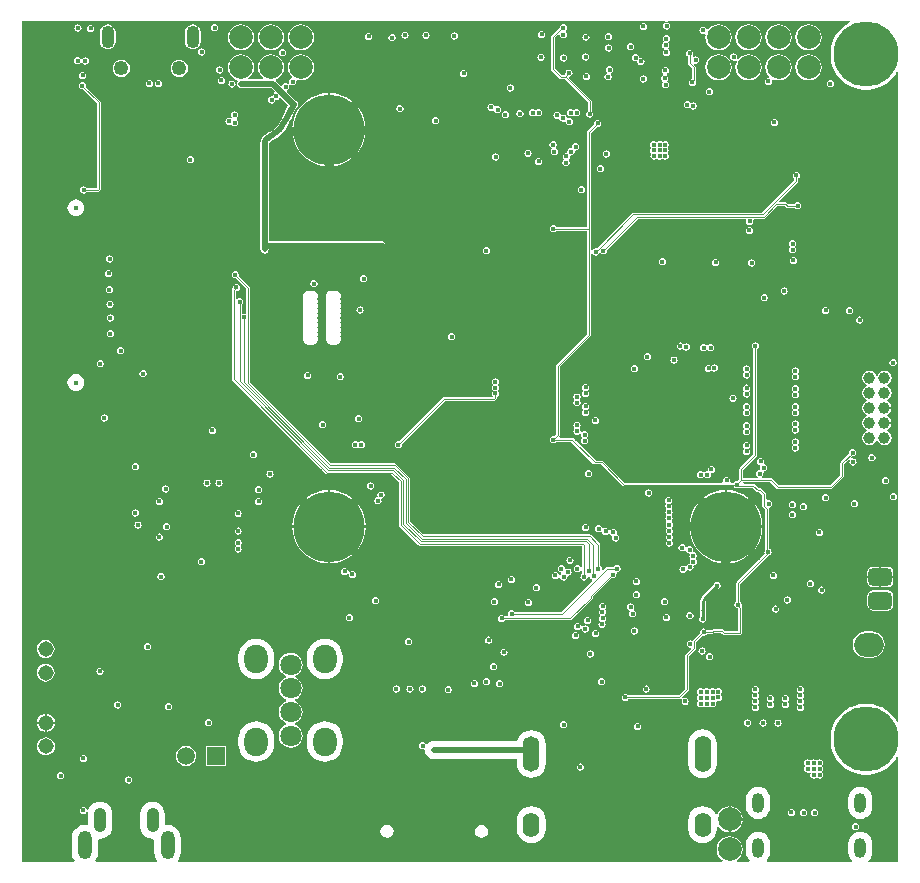
<source format=gbr>
%TF.GenerationSoftware,Altium Limited,Altium Designer,23.11.1 (41)*%
G04 Layer_Physical_Order=2*
G04 Layer_Color=36540*
%FSLAX45Y45*%
%MOMM*%
%TF.SameCoordinates,D78E9C2B-A710-42EA-B38E-4640A2B68151*%
%TF.FilePolarity,Positive*%
%TF.FileFunction,Copper,L2,Inr,Signal*%
%TF.Part,Single*%
G01*
G75*
%TA.AperFunction,Conductor*%
%ADD10C,0.25400*%
%ADD12C,0.10160*%
%ADD68C,0.20320*%
%ADD71C,0.38100*%
%ADD72C,0.50800*%
%ADD80C,0.76200*%
%ADD81R,3.22580X2.38760*%
%TA.AperFunction,ComponentPad*%
%ADD82O,1.20000X2.40000*%
%ADD83O,1.05000X2.10000*%
%ADD84C,1.50000*%
%ADD85R,1.50000X1.50000*%
%ADD87C,1.30800*%
%ADD88O,2.00000X2.40000*%
%ADD89C,2.00000*%
%ADD90O,1.00000X1.70000*%
%ADD91C,6.00000*%
%ADD92C,5.50000*%
%ADD93O,1.10000X1.90000*%
%ADD94C,1.25000*%
%ADD95C,1.00000*%
%ADD96O,1.40000X3.00000*%
%ADD97O,1.40000X3.10000*%
%ADD98O,1.40000X2.10000*%
%ADD99C,1.80000*%
G04:AMPARAMS|DCode=100|XSize=1.5mm|YSize=2mm|CornerRadius=0.375mm|HoleSize=0mm|Usage=FLASHONLY|Rotation=90.000|XOffset=0mm|YOffset=0mm|HoleType=Round|Shape=RoundedRectangle|*
%AMROUNDEDRECTD100*
21,1,1.50000,1.25000,0,0,90.0*
21,1,0.75000,2.00000,0,0,90.0*
1,1,0.75000,0.62500,0.37500*
1,1,0.75000,0.62500,-0.37500*
1,1,0.75000,-0.62500,-0.37500*
1,1,0.75000,-0.62500,0.37500*
%
%ADD100ROUNDEDRECTD100*%
%ADD101O,2.50000X2.00000*%
%TA.AperFunction,ViaPad*%
%ADD102C,0.40000*%
G36*
X7049529Y7148455D02*
X7017523Y7129976D01*
X6986323Y7106035D01*
X6958516Y7078228D01*
X6934575Y7047028D01*
X6914912Y7012971D01*
X6899863Y6976638D01*
X6889684Y6938652D01*
X6884552Y6899663D01*
Y6860337D01*
X6889684Y6821347D01*
X6899863Y6783361D01*
X6914912Y6747028D01*
X6934575Y6712971D01*
X6958516Y6681771D01*
X6986323Y6653964D01*
X7017523Y6630024D01*
X7051580Y6610360D01*
X7087913Y6595311D01*
X7125899Y6585133D01*
X7164888Y6580000D01*
X7204214D01*
X7243204Y6585133D01*
X7281190Y6595311D01*
X7317523Y6610360D01*
X7351580Y6630024D01*
X7382779Y6653964D01*
X7410587Y6681771D01*
X7434527Y6712971D01*
X7447158Y6734848D01*
X7459858Y6731445D01*
Y1228554D01*
X7447158Y1225151D01*
X7434527Y1247028D01*
X7410587Y1278228D01*
X7382779Y1306035D01*
X7351580Y1329975D01*
X7317523Y1349639D01*
X7281190Y1364688D01*
X7243204Y1374866D01*
X7204214Y1380000D01*
X7164888D01*
X7125899Y1374866D01*
X7087913Y1364688D01*
X7051580Y1349639D01*
X7017523Y1329975D01*
X6986323Y1306035D01*
X6958516Y1278228D01*
X6934575Y1247028D01*
X6914912Y1212971D01*
X6899863Y1176638D01*
X6889684Y1138652D01*
X6884552Y1099663D01*
Y1060336D01*
X6889684Y1021347D01*
X6899863Y983361D01*
X6914912Y947028D01*
X6934575Y912971D01*
X6958516Y881771D01*
X6986323Y853964D01*
X7017523Y830023D01*
X7051580Y810360D01*
X7087913Y795311D01*
X7125899Y785133D01*
X7164888Y780000D01*
X7204214D01*
X7243204Y785133D01*
X7281190Y795311D01*
X7317523Y810360D01*
X7351580Y830023D01*
X7382779Y853964D01*
X7410587Y881771D01*
X7434527Y912971D01*
X7447158Y934848D01*
X7459858Y931445D01*
Y40141D01*
X7209746D01*
X7205664Y52168D01*
X7206891Y53109D01*
X7223048Y74165D01*
X7233205Y98686D01*
X7236669Y125000D01*
Y195000D01*
X7233205Y221314D01*
X7223048Y245835D01*
X7206891Y266891D01*
X7185834Y283048D01*
X7161314Y293205D01*
X7135000Y296669D01*
X7108686Y293205D01*
X7084165Y283048D01*
X7063109Y266891D01*
X7046951Y245835D01*
X7036794Y221314D01*
X7033330Y195000D01*
Y125000D01*
X7036794Y98686D01*
X7046951Y74165D01*
X7063109Y53109D01*
X7064335Y52168D01*
X7060253Y40141D01*
X6346399D01*
X6343706Y48074D01*
X6343070Y52842D01*
X6359048Y73665D01*
X6369205Y98186D01*
X6372669Y124500D01*
Y194500D01*
X6369205Y220814D01*
X6359048Y245335D01*
X6342891Y266391D01*
X6321835Y282548D01*
X6297314Y292705D01*
X6271000Y296169D01*
X6244686Y292705D01*
X6220165Y282548D01*
X6199109Y266391D01*
X6182952Y245335D01*
X6172795Y220814D01*
X6169330Y194500D01*
Y124500D01*
X6172795Y98186D01*
X6182952Y73665D01*
X6198930Y52842D01*
X6198294Y48074D01*
X6195601Y40142D01*
X6093456D01*
X6089713Y52842D01*
X6109609Y68109D01*
X6127267Y91120D01*
X6138366Y117918D01*
X6142153Y146676D01*
X6138366Y175433D01*
X6127267Y202231D01*
X6109609Y225243D01*
X6086597Y242900D01*
X6059800Y254000D01*
X6031042Y257786D01*
X6002284Y254000D01*
X5975487Y242900D01*
X5952475Y225243D01*
X5934817Y202231D01*
X5923718Y175433D01*
X5919932Y146676D01*
X5923718Y117918D01*
X5934817Y91120D01*
X5952475Y68109D01*
X5972371Y52842D01*
X5968628Y40142D01*
X1363561Y40142D01*
X1357298Y52842D01*
X1368163Y67002D01*
X1379328Y93955D01*
X1383136Y122880D01*
Y242880D01*
X1379328Y271805D01*
X1368163Y298758D01*
X1350403Y321904D01*
X1327258Y339664D01*
X1300304Y350828D01*
X1271380Y354636D01*
X1257620Y352825D01*
X1248071Y361198D01*
Y445380D01*
X1244521Y472347D01*
X1234112Y497476D01*
X1217554Y519054D01*
X1195976Y535612D01*
X1170847Y546021D01*
X1143880Y549571D01*
X1116913Y546021D01*
X1091784Y535612D01*
X1070205Y519054D01*
X1053648Y497476D01*
X1043239Y472347D01*
X1039689Y445380D01*
Y340380D01*
X1043239Y313413D01*
X1053648Y288284D01*
X1070205Y266705D01*
X1091784Y250148D01*
X1116913Y239739D01*
X1143880Y236189D01*
X1150076Y237004D01*
X1159624Y228630D01*
Y122880D01*
X1163432Y93955D01*
X1174597Y67002D01*
X1185462Y52842D01*
X1179199Y40142D01*
X663561D01*
X657298Y52842D01*
X668163Y67002D01*
X679328Y93955D01*
X683136Y122880D01*
Y228630D01*
X692684Y237004D01*
X698880Y236189D01*
X725847Y239739D01*
X750976Y250148D01*
X772554Y266705D01*
X789112Y288284D01*
X799521Y313413D01*
X803071Y340380D01*
Y445380D01*
X799521Y472347D01*
X789112Y497476D01*
X772554Y519054D01*
X750976Y535612D01*
X725847Y546021D01*
X698880Y549571D01*
X671913Y546021D01*
X646784Y535612D01*
X625206Y519054D01*
X608648Y497476D01*
X600668Y478211D01*
X596372Y478415D01*
X588126Y481119D01*
X586250Y490553D01*
X579584Y500529D01*
X569608Y507195D01*
X557840Y509536D01*
X546072Y507195D01*
X536096Y500529D01*
X529430Y490553D01*
X527089Y478785D01*
X529430Y467017D01*
X536096Y457041D01*
X546072Y450375D01*
X557840Y448034D01*
X569608Y450375D01*
X579584Y457041D01*
X584354Y464180D01*
X596559Y459586D01*
X594689Y445380D01*
Y361198D01*
X585140Y352825D01*
X571380Y354636D01*
X542455Y350828D01*
X515502Y339664D01*
X492356Y321904D01*
X474596Y298758D01*
X463432Y271805D01*
X459624Y242880D01*
Y122880D01*
X463432Y93955D01*
X474596Y67002D01*
X485461Y52842D01*
X479198Y40142D01*
X38205D01*
Y7161155D01*
X5481523D01*
X5489315Y7151682D01*
X5489315Y7151680D01*
X5489315D01*
X5489633Y7148455D01*
X5489506Y7148429D01*
X5483928Y7147320D01*
X5473952Y7140654D01*
X5467286Y7130678D01*
X5464945Y7118910D01*
X5467286Y7107142D01*
X5473952Y7097166D01*
X5483928Y7090500D01*
X5495696Y7088159D01*
X5507464Y7090500D01*
X5517440Y7097166D01*
X5524106Y7107142D01*
X5526447Y7118910D01*
X5524106Y7130678D01*
X5517440Y7140654D01*
X5507464Y7147320D01*
X5501887Y7148429D01*
X5501759Y7148455D01*
X5502077Y7151680D01*
X5502077D01*
X5502077Y7151682D01*
X5509869Y7161155D01*
X7049160D01*
X7049529Y7148455D01*
D02*
G37*
%LPC*%
G36*
X5936000Y7134110D02*
X5907242Y7130324D01*
X5880445Y7119225D01*
X5857433Y7101567D01*
X5846878Y7087811D01*
X5833299Y7090977D01*
X5832996Y7092498D01*
X5826331Y7102475D01*
X5816354Y7109140D01*
X5804587Y7111481D01*
X5792819Y7109140D01*
X5782842Y7102475D01*
X5776177Y7092498D01*
X5773836Y7080731D01*
X5776177Y7068963D01*
X5782842Y7058986D01*
X5792819Y7052321D01*
X5804587Y7049980D01*
X5816354Y7052321D01*
X5827740Y7044654D01*
X5824889Y7023000D01*
X5828675Y6994242D01*
X5839775Y6967445D01*
X5857433Y6944433D01*
X5880445Y6926775D01*
X5907242Y6915676D01*
X5936000Y6911889D01*
X5964757Y6915676D01*
X5991555Y6926775D01*
X6014567Y6944433D01*
X6032224Y6967445D01*
X6043324Y6994242D01*
X6047110Y7023000D01*
X6043324Y7051758D01*
X6032224Y7078555D01*
X6014567Y7101567D01*
X5991555Y7119225D01*
X5964757Y7130324D01*
X5936000Y7134110D01*
D02*
G37*
G36*
X5298446Y7147153D02*
X5286678Y7144812D01*
X5276702Y7138146D01*
X5270036Y7128170D01*
X5267695Y7116402D01*
X5270036Y7104634D01*
X5276702Y7094658D01*
X5286678Y7087992D01*
X5298446Y7085651D01*
X5310214Y7087992D01*
X5320190Y7094658D01*
X5326856Y7104634D01*
X5329197Y7116402D01*
X5326856Y7128170D01*
X5320190Y7138146D01*
X5310214Y7144812D01*
X5298446Y7147153D01*
D02*
G37*
G36*
X1670680Y7135131D02*
X1658912Y7132790D01*
X1648936Y7126124D01*
X1642270Y7116148D01*
X1639929Y7104380D01*
X1642270Y7092612D01*
X1648936Y7082636D01*
X1658912Y7075970D01*
X1670680Y7073629D01*
X1682448Y7075970D01*
X1692424Y7082636D01*
X1699090Y7092612D01*
X1701431Y7104380D01*
X1699090Y7116148D01*
X1692424Y7126124D01*
X1682448Y7132790D01*
X1670680Y7135131D01*
D02*
G37*
G36*
X511931Y7131893D02*
X500163Y7129552D01*
X490186Y7122886D01*
X483521Y7112910D01*
X481180Y7101142D01*
X483521Y7089374D01*
X490186Y7079398D01*
X500163Y7072732D01*
X511931Y7070391D01*
X523698Y7072732D01*
X533675Y7079398D01*
X540341Y7089374D01*
X542681Y7101142D01*
X540341Y7112910D01*
X533675Y7122886D01*
X523698Y7129552D01*
X511931Y7131893D01*
D02*
G37*
G36*
X621151Y7129673D02*
X609383Y7127332D01*
X599406Y7120666D01*
X592741Y7110690D01*
X590400Y7098922D01*
X592741Y7087154D01*
X599406Y7077178D01*
X609383Y7070512D01*
X621151Y7068171D01*
X632918Y7070512D01*
X642895Y7077178D01*
X649561Y7087154D01*
X651901Y7098922D01*
X649561Y7110690D01*
X642895Y7120666D01*
X632918Y7127332D01*
X621151Y7129673D01*
D02*
G37*
G36*
X4438419Y7079188D02*
X4426651Y7076847D01*
X4416675Y7070181D01*
X4410009Y7060205D01*
X4407668Y7048437D01*
X4410009Y7036669D01*
X4416675Y7026693D01*
X4426651Y7020027D01*
X4438419Y7017686D01*
X4450187Y7020027D01*
X4460163Y7026693D01*
X4466829Y7036669D01*
X4469170Y7048437D01*
X4466829Y7060205D01*
X4460163Y7070181D01*
X4450187Y7076847D01*
X4438419Y7079188D01*
D02*
G37*
G36*
X4622806Y7134453D02*
X4611038Y7132112D01*
X4601062Y7125446D01*
X4594396Y7115470D01*
X4592735Y7107119D01*
X4519702Y7034086D01*
X4514870Y7022422D01*
Y6754145D01*
X4519702Y6742481D01*
X4588923Y6673259D01*
X4600587Y6668428D01*
X4635971D01*
X4829146Y6475253D01*
Y6397334D01*
X4823898Y6393827D01*
X4817232Y6383851D01*
X4814891Y6372083D01*
X4817232Y6360315D01*
X4823898Y6350339D01*
X4833874Y6343673D01*
X4845642Y6341332D01*
X4857410Y6343673D01*
X4867386Y6350339D01*
X4874052Y6360315D01*
X4876393Y6372083D01*
X4874052Y6383851D01*
X4867386Y6393827D01*
X4862138Y6397334D01*
Y6472098D01*
X4865063Y6479161D01*
X4860232Y6490825D01*
X4673519Y6677537D01*
X4677700Y6691317D01*
X4681294Y6692032D01*
X4691270Y6698698D01*
X4697936Y6708674D01*
X4700277Y6720442D01*
X4697936Y6732210D01*
X4691270Y6742186D01*
X4681294Y6748852D01*
X4669526Y6751192D01*
X4657758Y6748852D01*
X4647782Y6742186D01*
X4641116Y6732210D01*
X4638775Y6720442D01*
X4640006Y6714251D01*
X4631140Y6705384D01*
X4629497Y6701419D01*
X4607420D01*
X4547862Y6760978D01*
Y7015589D01*
X4580066Y7047794D01*
X4584631Y7047032D01*
X4593025Y7042791D01*
X4594781Y7033961D01*
X4601447Y7023984D01*
X4611423Y7017318D01*
X4623191Y7014978D01*
X4634959Y7017318D01*
X4644935Y7023984D01*
X4651601Y7033961D01*
X4653942Y7045728D01*
X4651601Y7057496D01*
X4644935Y7067472D01*
X4644550Y7081958D01*
X4651216Y7091934D01*
X4653557Y7103702D01*
X4651216Y7115470D01*
X4644550Y7125446D01*
X4634574Y7132112D01*
X4622806Y7134453D01*
D02*
G37*
G36*
X3281680Y7071631D02*
X3269912Y7069290D01*
X3259936Y7062624D01*
X3253270Y7052648D01*
X3250929Y7040880D01*
X3253270Y7029112D01*
X3259936Y7019136D01*
X3269912Y7012470D01*
X3281680Y7010129D01*
X3293448Y7012470D01*
X3303424Y7019136D01*
X3310090Y7029112D01*
X3312431Y7040880D01*
X3310090Y7052648D01*
X3303424Y7062624D01*
X3293448Y7069290D01*
X3281680Y7071631D01*
D02*
G37*
G36*
X3459480Y7069091D02*
X3447712Y7066750D01*
X3437736Y7060084D01*
X3431070Y7050108D01*
X3428729Y7038340D01*
X3431070Y7026572D01*
X3437736Y7016596D01*
X3447712Y7009930D01*
X3459480Y7007589D01*
X3471248Y7009930D01*
X3481224Y7016596D01*
X3487890Y7026572D01*
X3490231Y7038340D01*
X3487890Y7050108D01*
X3481224Y7060084D01*
X3471248Y7066750D01*
X3459480Y7069091D01*
D02*
G37*
G36*
X3698240Y7064011D02*
X3686472Y7061670D01*
X3676496Y7055004D01*
X3669830Y7045028D01*
X3667489Y7033260D01*
X3669830Y7021492D01*
X3676496Y7011516D01*
X3686472Y7004850D01*
X3698240Y7002509D01*
X3710008Y7004850D01*
X3719984Y7011516D01*
X3726650Y7021492D01*
X3728991Y7033260D01*
X3726650Y7045028D01*
X3719984Y7055004D01*
X3710008Y7061670D01*
X3698240Y7064011D01*
D02*
G37*
G36*
X2974340Y7061471D02*
X2962572Y7059130D01*
X2952596Y7052464D01*
X2945930Y7042488D01*
X2943589Y7030720D01*
X2945930Y7018952D01*
X2952596Y7008976D01*
X2962572Y7002310D01*
X2974340Y6999969D01*
X2986108Y7002310D01*
X2996084Y7008976D01*
X3002750Y7018952D01*
X3005091Y7030720D01*
X3002750Y7042488D01*
X2996084Y7052464D01*
X2986108Y7059130D01*
X2974340Y7061471D01*
D02*
G37*
G36*
X5001953Y7057363D02*
X4990185Y7055022D01*
X4980209Y7048357D01*
X4973543Y7038380D01*
X4971202Y7026613D01*
X4973543Y7014845D01*
X4980209Y7004868D01*
X4990185Y6998203D01*
X5001953Y6995862D01*
X5013721Y6998203D01*
X5023697Y7004868D01*
X5030363Y7014845D01*
X5032704Y7026613D01*
X5030363Y7038380D01*
X5023697Y7048357D01*
X5013721Y7055022D01*
X5001953Y7057363D01*
D02*
G37*
G36*
X4813181Y7054894D02*
X4801413Y7052554D01*
X4791437Y7045888D01*
X4784771Y7035912D01*
X4782430Y7024144D01*
X4784771Y7012376D01*
X4791437Y7002400D01*
X4801413Y6995734D01*
X4813181Y6993393D01*
X4824949Y6995734D01*
X4834925Y7002400D01*
X4841591Y7012376D01*
X4843932Y7024144D01*
X4841591Y7035912D01*
X4834925Y7045888D01*
X4824949Y7052554D01*
X4813181Y7054894D01*
D02*
G37*
G36*
X3172460Y7051311D02*
X3160692Y7048970D01*
X3150716Y7042304D01*
X3144050Y7032328D01*
X3141709Y7020560D01*
X3144050Y7008792D01*
X3150716Y6998816D01*
X3160692Y6992150D01*
X3172460Y6989809D01*
X3184228Y6992150D01*
X3194204Y6998816D01*
X3200870Y7008792D01*
X3203211Y7020560D01*
X3200870Y7032328D01*
X3194204Y7042304D01*
X3184228Y7048970D01*
X3172460Y7051311D01*
D02*
G37*
G36*
X1485002Y7130725D02*
X1467992Y7128486D01*
X1452141Y7121920D01*
X1438529Y7111475D01*
X1428085Y7097864D01*
X1421519Y7082013D01*
X1419280Y7065003D01*
Y6985003D01*
X1421519Y6967993D01*
X1428085Y6952142D01*
X1438529Y6938530D01*
X1452141Y6928086D01*
X1467992Y6921520D01*
X1485002Y6919281D01*
X1502012Y6921520D01*
X1517863Y6928086D01*
X1531474Y6938530D01*
X1541919Y6952142D01*
X1548485Y6967993D01*
X1550724Y6985003D01*
Y7065003D01*
X1548485Y7082013D01*
X1541919Y7097864D01*
X1531474Y7111475D01*
X1517863Y7121920D01*
X1502012Y7128486D01*
X1485002Y7130725D01*
D02*
G37*
G36*
X765002D02*
X747992Y7128486D01*
X732141Y7121920D01*
X718529Y7111475D01*
X708085Y7097864D01*
X701519Y7082013D01*
X699280Y7065003D01*
Y6985003D01*
X701519Y6967993D01*
X708085Y6952142D01*
X718529Y6938530D01*
X732141Y6928086D01*
X747992Y6921520D01*
X765002Y6919281D01*
X782012Y6921520D01*
X797863Y6928086D01*
X811474Y6938530D01*
X821919Y6952142D01*
X828484Y6967993D01*
X830724Y6985003D01*
Y7065003D01*
X828484Y7082013D01*
X821919Y7097864D01*
X811474Y7111475D01*
X797863Y7121920D01*
X782012Y7128486D01*
X765002Y7130725D01*
D02*
G37*
G36*
X5191456Y6973956D02*
X5179688Y6971615D01*
X5169712Y6964950D01*
X5163046Y6954973D01*
X5160705Y6943206D01*
X5163046Y6931438D01*
X5169712Y6921461D01*
X5179688Y6914796D01*
X5191456Y6912455D01*
X5203224Y6914796D01*
X5213200Y6921461D01*
X5219866Y6931438D01*
X5222207Y6943206D01*
X5219866Y6954973D01*
X5213200Y6964950D01*
X5203224Y6971615D01*
X5191456Y6973956D01*
D02*
G37*
G36*
X2400080Y7134111D02*
X2371322Y7130325D01*
X2344524Y7119225D01*
X2321513Y7101567D01*
X2303855Y7078555D01*
X2292755Y7051758D01*
X2288969Y7023000D01*
X2292755Y6994243D01*
X2303855Y6967445D01*
X2321513Y6944433D01*
X2344524Y6926776D01*
X2371322Y6915676D01*
X2400080Y6911890D01*
X2428837Y6915676D01*
X2455635Y6926776D01*
X2478647Y6944433D01*
X2496304Y6967445D01*
X2507404Y6994243D01*
X2511190Y7023000D01*
X2507404Y7051758D01*
X2496304Y7078555D01*
X2478647Y7101567D01*
X2455635Y7119225D01*
X2428837Y7130325D01*
X2400080Y7134111D01*
D02*
G37*
G36*
X2146080D02*
X2117322Y7130325D01*
X2090524Y7119225D01*
X2067513Y7101567D01*
X2049855Y7078555D01*
X2038755Y7051758D01*
X2034969Y7023000D01*
X2038755Y6994243D01*
X2049855Y6967445D01*
X2067513Y6944433D01*
X2090524Y6926776D01*
X2117322Y6915676D01*
X2146080Y6911890D01*
X2174837Y6915676D01*
X2201635Y6926776D01*
X2224647Y6944433D01*
X2242304Y6967445D01*
X2253404Y6994243D01*
X2257190Y7023000D01*
X2253404Y7051758D01*
X2242304Y7078555D01*
X2224647Y7101567D01*
X2201635Y7119225D01*
X2174837Y7130325D01*
X2146080Y7134111D01*
D02*
G37*
G36*
X1892080D02*
X1863322Y7130325D01*
X1836524Y7119225D01*
X1813513Y7101567D01*
X1795855Y7078555D01*
X1784755Y7051758D01*
X1780969Y7023000D01*
X1784755Y6994243D01*
X1795855Y6967445D01*
X1813513Y6944433D01*
X1836524Y6926776D01*
X1863322Y6915676D01*
X1892080Y6911890D01*
X1920837Y6915676D01*
X1947635Y6926776D01*
X1970647Y6944433D01*
X1988304Y6967445D01*
X1999404Y6994243D01*
X2003190Y7023000D01*
X1999404Y7051758D01*
X1988304Y7078555D01*
X1970647Y7101567D01*
X1947635Y7119225D01*
X1920837Y7130325D01*
X1892080Y7134111D01*
D02*
G37*
G36*
X6698000Y7134110D02*
X6669242Y7130324D01*
X6642445Y7119225D01*
X6619433Y7101567D01*
X6601775Y7078555D01*
X6590675Y7051758D01*
X6586889Y7023000D01*
X6590675Y6994242D01*
X6601775Y6967445D01*
X6619433Y6944433D01*
X6642445Y6926775D01*
X6669242Y6915676D01*
X6698000Y6911889D01*
X6726757Y6915676D01*
X6753555Y6926775D01*
X6776567Y6944433D01*
X6794224Y6967445D01*
X6805324Y6994242D01*
X6809110Y7023000D01*
X6805324Y7051758D01*
X6794224Y7078555D01*
X6776567Y7101567D01*
X6753555Y7119225D01*
X6726757Y7130324D01*
X6698000Y7134110D01*
D02*
G37*
G36*
X6444000D02*
X6415242Y7130324D01*
X6388445Y7119225D01*
X6365433Y7101567D01*
X6347775Y7078555D01*
X6336675Y7051758D01*
X6332889Y7023000D01*
X6336675Y6994242D01*
X6347775Y6967445D01*
X6365433Y6944433D01*
X6388445Y6926775D01*
X6415242Y6915676D01*
X6444000Y6911889D01*
X6472757Y6915676D01*
X6499555Y6926775D01*
X6522567Y6944433D01*
X6540224Y6967445D01*
X6551324Y6994242D01*
X6555110Y7023000D01*
X6551324Y7051758D01*
X6540224Y7078555D01*
X6522567Y7101567D01*
X6499555Y7119225D01*
X6472757Y7130324D01*
X6444000Y7134110D01*
D02*
G37*
G36*
X6190000D02*
X6161242Y7130324D01*
X6134445Y7119225D01*
X6111433Y7101567D01*
X6093775Y7078555D01*
X6082675Y7051758D01*
X6078889Y7023000D01*
X6082675Y6994242D01*
X6093775Y6967445D01*
X6111433Y6944433D01*
X6134445Y6926775D01*
X6161242Y6915676D01*
X6190000Y6911889D01*
X6218757Y6915676D01*
X6245555Y6926775D01*
X6268567Y6944433D01*
X6286224Y6967445D01*
X6297324Y6994242D01*
X6301110Y7023000D01*
X6297324Y7051758D01*
X6286224Y7078555D01*
X6268567Y7101567D01*
X6245555Y7119225D01*
X6218757Y7130324D01*
X6190000Y7134110D01*
D02*
G37*
G36*
X5005018Y6962925D02*
X4993250Y6960584D01*
X4983274Y6953918D01*
X4976608Y6943942D01*
X4974267Y6932174D01*
X4976608Y6920406D01*
X4983274Y6910430D01*
X4993250Y6903764D01*
X5005018Y6901423D01*
X5016786Y6903764D01*
X5026762Y6910430D01*
X5033428Y6920406D01*
X5035769Y6932174D01*
X5033428Y6943942D01*
X5026762Y6953918D01*
X5016786Y6960584D01*
X5005018Y6962925D01*
D02*
G37*
G36*
X1560083Y6929043D02*
X1548315Y6926702D01*
X1538339Y6920037D01*
X1531673Y6910060D01*
X1529332Y6898293D01*
X1531673Y6886525D01*
X1538339Y6876548D01*
X1548315Y6869883D01*
X1560083Y6867542D01*
X1571851Y6869883D01*
X1581827Y6876548D01*
X1588493Y6886525D01*
X1590834Y6898293D01*
X1588493Y6910060D01*
X1581827Y6920037D01*
X1571851Y6926702D01*
X1560083Y6929043D01*
D02*
G37*
G36*
X5492854Y7040793D02*
X5481087Y7038452D01*
X5471110Y7031786D01*
X5464444Y7021810D01*
X5462104Y7010042D01*
X5464444Y6998274D01*
X5469183Y6991182D01*
X5471110Y6988297D01*
X5468221Y6976427D01*
X5461555Y6966451D01*
X5459214Y6954684D01*
X5461555Y6942916D01*
X5468221Y6932939D01*
X5471321Y6930868D01*
X5472363Y6916311D01*
X5472258Y6916131D01*
X5465699Y6906315D01*
X5463358Y6894547D01*
X5465699Y6882779D01*
X5472365Y6872803D01*
X5482341Y6866137D01*
X5494109Y6863796D01*
X5505877Y6866137D01*
X5515853Y6872803D01*
X5522519Y6882779D01*
X5524860Y6894547D01*
X5522519Y6906315D01*
X5515853Y6916291D01*
X5512753Y6918362D01*
X5511711Y6932920D01*
X5511816Y6933100D01*
X5518375Y6942916D01*
X5520716Y6954684D01*
X5518375Y6966451D01*
X5513637Y6973543D01*
X5511710Y6976428D01*
X5514599Y6988298D01*
X5521264Y6998274D01*
X5523605Y7010042D01*
X5521264Y7021810D01*
X5514599Y7031786D01*
X5504622Y7038452D01*
X5492854Y7040793D01*
D02*
G37*
G36*
X2245077Y6922059D02*
X2233309Y6919718D01*
X2223333Y6913053D01*
X2216667Y6903076D01*
X2214327Y6891309D01*
X2216667Y6879541D01*
X2223333Y6869564D01*
X2233309Y6862899D01*
X2245077Y6860558D01*
X2256845Y6862899D01*
X2266821Y6869564D01*
X2273487Y6879541D01*
X2275828Y6891309D01*
X2273487Y6903076D01*
X2266821Y6913053D01*
X2256845Y6919718D01*
X2245077Y6922059D01*
D02*
G37*
G36*
X4811180Y6886604D02*
X4799412Y6884264D01*
X4789435Y6877598D01*
X4782770Y6867622D01*
X4780429Y6855854D01*
X4782770Y6844086D01*
X4789435Y6834110D01*
X4799412Y6827444D01*
X4811180Y6825103D01*
X4822947Y6827444D01*
X4832924Y6834110D01*
X4839590Y6844086D01*
X4841930Y6855854D01*
X4839590Y6867622D01*
X4832924Y6877598D01*
X4822947Y6884264D01*
X4811180Y6886604D01*
D02*
G37*
G36*
X4432859Y6882184D02*
X4421091Y6879843D01*
X4411114Y6873178D01*
X4404449Y6863201D01*
X4402108Y6851434D01*
X4404449Y6839666D01*
X4411114Y6829689D01*
X4421091Y6823024D01*
X4432859Y6820683D01*
X4444626Y6823024D01*
X4454603Y6829689D01*
X4461268Y6839666D01*
X4463609Y6851434D01*
X4461268Y6863201D01*
X4454603Y6873178D01*
X4444626Y6879843D01*
X4432859Y6882184D01*
D02*
G37*
G36*
X4625146Y6878233D02*
X4613378Y6875892D01*
X4603402Y6869226D01*
X4596736Y6859250D01*
X4594395Y6847482D01*
X4596736Y6835714D01*
X4603402Y6825738D01*
X4613378Y6819072D01*
X4625146Y6816731D01*
X4636914Y6819072D01*
X4646890Y6825738D01*
X4653556Y6835714D01*
X4655896Y6847482D01*
X4653556Y6859250D01*
X4646890Y6869226D01*
X4636914Y6875892D01*
X4625146Y6878233D01*
D02*
G37*
G36*
X5692146Y6916013D02*
X5680378Y6913672D01*
X5670402Y6907006D01*
X5663736Y6897030D01*
X5661395Y6885262D01*
X5663736Y6873494D01*
X5670402Y6863518D01*
X5675650Y6860011D01*
Y6802755D01*
X5680482Y6791091D01*
X5708948Y6762624D01*
Y6669810D01*
X5702444Y6668516D01*
X5692468Y6661850D01*
X5685802Y6651874D01*
X5683461Y6640106D01*
X5685802Y6628338D01*
X5692468Y6618362D01*
X5702444Y6611696D01*
X5714212Y6609355D01*
X5725980Y6611696D01*
X5735956Y6618362D01*
X5742622Y6628338D01*
X5744963Y6640106D01*
X5742622Y6651874D01*
X5740273Y6655389D01*
X5741939Y6659412D01*
Y6769457D01*
X5737108Y6781121D01*
X5726731Y6791497D01*
X5734142Y6802048D01*
X5742947Y6800296D01*
X5754715Y6802637D01*
X5764692Y6809303D01*
X5771357Y6819279D01*
X5773698Y6831047D01*
X5771357Y6842815D01*
X5764692Y6852791D01*
X5754715Y6859457D01*
X5742947Y6861798D01*
X5731180Y6859457D01*
X5717116Y6865334D01*
X5716629Y6867616D01*
X5720556Y6873494D01*
X5722897Y6885262D01*
X5720556Y6897030D01*
X5713890Y6907006D01*
X5703914Y6913672D01*
X5692146Y6916013D01*
D02*
G37*
G36*
X509900Y6855731D02*
X498132Y6853390D01*
X488156Y6846724D01*
X481490Y6836748D01*
X479149Y6824980D01*
X481490Y6813212D01*
X488156Y6803236D01*
X498132Y6796570D01*
X509900Y6794229D01*
X521668Y6796570D01*
X531644Y6803236D01*
X535047Y6808329D01*
X539236Y6809115D01*
X549254Y6808091D01*
X554196Y6800696D01*
X564172Y6794030D01*
X575940Y6791689D01*
X587708Y6794030D01*
X597684Y6800696D01*
X604350Y6810672D01*
X606691Y6822440D01*
X604350Y6834208D01*
X597684Y6844184D01*
X587708Y6850850D01*
X575940Y6853191D01*
X564172Y6850850D01*
X554196Y6844184D01*
X550793Y6839091D01*
X546604Y6838305D01*
X536585Y6839329D01*
X531644Y6846724D01*
X521668Y6853390D01*
X509900Y6855731D01*
D02*
G37*
G36*
X5235056Y6879741D02*
X5223288Y6877400D01*
X5213311Y6870734D01*
X5206646Y6860758D01*
X5204305Y6848990D01*
X5206646Y6837222D01*
X5213311Y6827246D01*
X5223288Y6820580D01*
X5235056Y6818239D01*
X5236278Y6818482D01*
X5247131Y6819510D01*
X5250075Y6809264D01*
X5250361Y6807827D01*
X5257027Y6797850D01*
X5267003Y6791185D01*
X5278771Y6788844D01*
X5290539Y6791185D01*
X5300515Y6797850D01*
X5307181Y6807827D01*
X5309522Y6819594D01*
X5307181Y6831362D01*
X5300515Y6841339D01*
X5290539Y6848004D01*
X5278771Y6850345D01*
X5277548Y6850102D01*
X5266696Y6849074D01*
X5263751Y6859321D01*
X5263465Y6860758D01*
X5256800Y6870734D01*
X5246823Y6877400D01*
X5235056Y6879741D01*
D02*
G37*
G36*
X1712483Y6776643D02*
X1700715Y6774302D01*
X1690739Y6767637D01*
X1684073Y6757660D01*
X1681732Y6745893D01*
X1684073Y6734125D01*
X1690739Y6724148D01*
X1700715Y6717483D01*
X1712483Y6715142D01*
X1724251Y6717483D01*
X1734227Y6724148D01*
X1740893Y6734125D01*
X1743234Y6745893D01*
X1740893Y6757660D01*
X1734227Y6767637D01*
X1724251Y6774302D01*
X1712483Y6776643D01*
D02*
G37*
G36*
X3776980Y6749051D02*
X3765212Y6746710D01*
X3755236Y6740044D01*
X3748570Y6730068D01*
X3746229Y6718300D01*
X3748570Y6706532D01*
X3755236Y6696556D01*
X3765212Y6689890D01*
X3776980Y6687549D01*
X3788748Y6689890D01*
X3798724Y6696556D01*
X3805390Y6706532D01*
X3807731Y6718300D01*
X3805390Y6730068D01*
X3798724Y6740044D01*
X3788748Y6746710D01*
X3776980Y6749051D01*
D02*
G37*
G36*
X1370002Y6833290D02*
X1351034Y6830793D01*
X1333359Y6823471D01*
X1318180Y6811825D01*
X1306534Y6796646D01*
X1299212Y6778971D01*
X1296715Y6760003D01*
X1299212Y6741035D01*
X1306534Y6723360D01*
X1318180Y6708181D01*
X1333359Y6696535D01*
X1351034Y6689213D01*
X1370002Y6686716D01*
X1388970Y6689213D01*
X1406645Y6696535D01*
X1421823Y6708181D01*
X1433470Y6723360D01*
X1440792Y6741035D01*
X1443289Y6760003D01*
X1440792Y6778971D01*
X1433470Y6796646D01*
X1421823Y6811825D01*
X1406645Y6823471D01*
X1388970Y6830793D01*
X1370002Y6833290D01*
D02*
G37*
G36*
X880002D02*
X861034Y6830793D01*
X843358Y6823471D01*
X828180Y6811825D01*
X816534Y6796646D01*
X809212Y6778971D01*
X806715Y6760003D01*
X809212Y6741035D01*
X816534Y6723360D01*
X828180Y6708181D01*
X843358Y6696535D01*
X861034Y6689213D01*
X880002Y6686716D01*
X898970Y6689213D01*
X916645Y6696535D01*
X931823Y6708181D01*
X943470Y6723360D01*
X950792Y6741035D01*
X953289Y6760003D01*
X950792Y6778971D01*
X943470Y6796646D01*
X931823Y6811825D01*
X916645Y6823471D01*
X898970Y6830793D01*
X880002Y6833290D01*
D02*
G37*
G36*
X553080Y6731271D02*
X541312Y6728930D01*
X531336Y6722264D01*
X524670Y6712288D01*
X522329Y6700520D01*
X524670Y6688752D01*
X531336Y6678776D01*
X541312Y6672110D01*
X553080Y6669769D01*
X564848Y6672110D01*
X574824Y6678776D01*
X581490Y6688752D01*
X583831Y6700520D01*
X581490Y6712288D01*
X574824Y6722264D01*
X564848Y6728930D01*
X553080Y6731271D01*
D02*
G37*
G36*
X4817796Y6724071D02*
X4806028Y6721730D01*
X4796052Y6715064D01*
X4789386Y6705088D01*
X4787045Y6693320D01*
X4789386Y6681552D01*
X4796052Y6671576D01*
X4806028Y6664910D01*
X4817796Y6662569D01*
X4829564Y6664910D01*
X4839540Y6671576D01*
X4846206Y6681552D01*
X4848547Y6693320D01*
X4846206Y6705088D01*
X4839540Y6715064D01*
X4829564Y6721730D01*
X4817796Y6724071D01*
D02*
G37*
G36*
X5013646Y6778180D02*
X5001878Y6775839D01*
X4991902Y6769174D01*
X4985236Y6759197D01*
X4982895Y6747429D01*
X4985236Y6735662D01*
X4988461Y6730834D01*
X4989215Y6721575D01*
X4984952Y6715054D01*
X4979522Y6711426D01*
X4972856Y6701450D01*
X4970515Y6689682D01*
X4972856Y6677914D01*
X4979522Y6667938D01*
X4989498Y6661272D01*
X5001266Y6658931D01*
X5013034Y6661272D01*
X5023010Y6667938D01*
X5029676Y6677914D01*
X5032017Y6689682D01*
X5029676Y6701450D01*
X5026450Y6706277D01*
X5025697Y6715536D01*
X5029959Y6722057D01*
X5035390Y6725685D01*
X5042056Y6735662D01*
X5044397Y6747429D01*
X5042056Y6759197D01*
X5035390Y6769174D01*
X5025414Y6775839D01*
X5013646Y6778180D01*
D02*
G37*
G36*
X6698000Y6880110D02*
X6669242Y6876324D01*
X6642445Y6865225D01*
X6619433Y6847567D01*
X6601775Y6824555D01*
X6590675Y6797758D01*
X6586889Y6769000D01*
X6590675Y6740242D01*
X6601775Y6713445D01*
X6619433Y6690433D01*
X6642445Y6672775D01*
X6669242Y6661676D01*
X6698000Y6657889D01*
X6726757Y6661676D01*
X6753555Y6672775D01*
X6776567Y6690433D01*
X6794224Y6713445D01*
X6805324Y6740242D01*
X6809110Y6769000D01*
X6805324Y6797758D01*
X6794224Y6824555D01*
X6776567Y6847567D01*
X6753555Y6865225D01*
X6726757Y6876324D01*
X6698000Y6880110D01*
D02*
G37*
G36*
X6444000D02*
X6415242Y6876324D01*
X6388445Y6865225D01*
X6365433Y6847567D01*
X6347775Y6824555D01*
X6336675Y6797758D01*
X6332889Y6769000D01*
X6336675Y6740242D01*
X6347775Y6713445D01*
X6364517Y6691626D01*
X6363271Y6687045D01*
X6358576Y6679686D01*
X6347243Y6677432D01*
X6337266Y6670766D01*
X6330601Y6660790D01*
X6328260Y6649022D01*
X6330601Y6637254D01*
X6337266Y6627278D01*
X6347243Y6620612D01*
X6359011Y6618271D01*
X6370778Y6620612D01*
X6380755Y6627278D01*
X6387421Y6637254D01*
X6389761Y6649022D01*
X6387710Y6659333D01*
X6391222Y6664101D01*
X6397075Y6669201D01*
X6415242Y6661676D01*
X6444000Y6657889D01*
X6472757Y6661676D01*
X6499555Y6672775D01*
X6522567Y6690433D01*
X6540224Y6713445D01*
X6551324Y6740242D01*
X6555110Y6769000D01*
X6551324Y6797758D01*
X6540224Y6824555D01*
X6522567Y6847567D01*
X6499555Y6865225D01*
X6472757Y6876324D01*
X6444000Y6880110D01*
D02*
G37*
G36*
X6065609Y6887198D02*
X6053841Y6884857D01*
X6043865Y6878191D01*
X6037199Y6868215D01*
X6034858Y6856447D01*
X6037199Y6844679D01*
X6043865Y6834703D01*
X6053841Y6828037D01*
X6065609Y6825696D01*
X6077377Y6828037D01*
X6079771Y6829637D01*
X6082047Y6828744D01*
X6088893Y6812767D01*
X6082675Y6797758D01*
X6078889Y6769000D01*
X6082675Y6740242D01*
X6093775Y6713445D01*
X6111433Y6690433D01*
X6134445Y6672775D01*
X6161242Y6661676D01*
X6190000Y6657889D01*
X6218757Y6661676D01*
X6245555Y6672775D01*
X6268567Y6690433D01*
X6286224Y6713445D01*
X6297324Y6740242D01*
X6301110Y6769000D01*
X6297324Y6797758D01*
X6286224Y6824555D01*
X6268567Y6847567D01*
X6245555Y6865225D01*
X6218757Y6876324D01*
X6190000Y6880110D01*
X6161242Y6876324D01*
X6134445Y6865225D01*
X6111433Y6847567D01*
X6104850Y6838988D01*
X6094019Y6844679D01*
X6096360Y6856447D01*
X6094019Y6868215D01*
X6087353Y6878191D01*
X6077377Y6884857D01*
X6065609Y6887198D01*
D02*
G37*
G36*
X5936000Y6880110D02*
X5907242Y6876324D01*
X5880445Y6865225D01*
X5857433Y6847567D01*
X5839775Y6824555D01*
X5828675Y6797758D01*
X5824889Y6769000D01*
X5828675Y6740242D01*
X5839775Y6713445D01*
X5857433Y6690433D01*
X5880445Y6672775D01*
X5907242Y6661676D01*
X5936000Y6657889D01*
X5964757Y6661676D01*
X5991555Y6672775D01*
X6014567Y6690433D01*
X6032224Y6713445D01*
X6043324Y6740242D01*
X6047110Y6769000D01*
X6043324Y6797758D01*
X6032224Y6824555D01*
X6014567Y6847567D01*
X5991555Y6865225D01*
X5964757Y6876324D01*
X5936000Y6880110D01*
D02*
G37*
G36*
X5299220Y6700550D02*
X5287452Y6698209D01*
X5277476Y6691543D01*
X5270810Y6681567D01*
X5268469Y6669799D01*
X5270810Y6658031D01*
X5277476Y6648055D01*
X5287452Y6641389D01*
X5299220Y6639048D01*
X5310988Y6641389D01*
X5320964Y6648055D01*
X5327630Y6658031D01*
X5329971Y6669799D01*
X5327630Y6681567D01*
X5320964Y6691543D01*
X5310988Y6698209D01*
X5299220Y6700550D01*
D02*
G37*
G36*
X2400080Y6880111D02*
X2371322Y6876325D01*
X2344524Y6865225D01*
X2321513Y6847567D01*
X2303855Y6824555D01*
X2292755Y6797758D01*
X2288969Y6769000D01*
X2292755Y6740243D01*
X2303855Y6713445D01*
X2321513Y6690433D01*
X2321878Y6690153D01*
X2318712Y6676574D01*
X2317682Y6676369D01*
X2307706Y6669704D01*
X2301040Y6659727D01*
X2298699Y6647960D01*
X2300753Y6637634D01*
X2297615Y6633941D01*
X2290460Y6629237D01*
X2284301Y6633352D01*
X2272533Y6635693D01*
X2260766Y6633352D01*
X2250789Y6626687D01*
X2244621Y6617454D01*
X2243706Y6616614D01*
X2230549Y6613566D01*
X2189933Y6654182D01*
X2189732Y6667845D01*
X2201635Y6672776D01*
X2224647Y6690433D01*
X2242304Y6713445D01*
X2253404Y6740243D01*
X2257190Y6769000D01*
X2253404Y6797758D01*
X2242304Y6824555D01*
X2224647Y6847567D01*
X2201635Y6865225D01*
X2174837Y6876325D01*
X2146080Y6880111D01*
X2117322Y6876325D01*
X2090524Y6865225D01*
X2067513Y6847567D01*
X2049855Y6824555D01*
X2038755Y6797758D01*
X2034969Y6769000D01*
X2038755Y6740243D01*
X2049855Y6713445D01*
X2067513Y6690433D01*
X2082407Y6679004D01*
X2078096Y6666304D01*
X1960063D01*
X1955752Y6679004D01*
X1970647Y6690433D01*
X1988304Y6713445D01*
X1999404Y6740243D01*
X2003190Y6769000D01*
X1999404Y6797758D01*
X1988304Y6824555D01*
X1970647Y6847567D01*
X1947635Y6865225D01*
X1920837Y6876325D01*
X1892080Y6880111D01*
X1863322Y6876325D01*
X1836524Y6865225D01*
X1813513Y6847567D01*
X1795855Y6824555D01*
X1784755Y6797758D01*
X1780969Y6769000D01*
X1784755Y6740243D01*
X1795855Y6713445D01*
X1813513Y6690433D01*
X1836524Y6672776D01*
X1860337Y6662913D01*
X1864819Y6653920D01*
X1865860Y6648532D01*
X1862780Y6643922D01*
X1860020Y6630047D01*
X1862780Y6616172D01*
X1870639Y6604410D01*
X1882402Y6596550D01*
X1896276Y6593790D01*
X2147774D01*
X2178071Y6563494D01*
X2174782Y6548822D01*
X2169184Y6545082D01*
X2162519Y6535105D01*
X2160178Y6523338D01*
X2152765Y6522357D01*
X2151949Y6522519D01*
X2140181Y6520178D01*
X2130205Y6513513D01*
X2123539Y6503536D01*
X2121198Y6491769D01*
X2123539Y6480001D01*
X2130205Y6470024D01*
X2140181Y6463359D01*
X2151949Y6461018D01*
X2163717Y6463359D01*
X2173693Y6470024D01*
X2180359Y6480001D01*
X2182699Y6491768D01*
X2190112Y6492749D01*
X2190929Y6492587D01*
X2202696Y6494928D01*
X2212673Y6501593D01*
X2216413Y6507191D01*
X2231085Y6510480D01*
X2294478Y6447087D01*
X2282994Y6429902D01*
X2253832Y6370765D01*
X2252843Y6367854D01*
X2247947Y6356128D01*
X2247947D01*
X2247947Y6356128D01*
X2236521Y6328543D01*
X2213493Y6290963D01*
X2184869Y6257448D01*
X2151354Y6228824D01*
X2117323Y6207970D01*
X2105869Y6202522D01*
X2099567Y6198997D01*
X2095627Y6195973D01*
X2081527Y6185154D01*
X2067684Y6167114D01*
X2058982Y6146106D01*
X2056051Y6123836D01*
X2056050D01*
X2056079Y6123802D01*
X2056063Y6123722D01*
Y5225912D01*
X2058823Y5212037D01*
X2066682Y5200274D01*
X2078445Y5192415D01*
X2092320Y5189655D01*
X2106195Y5192415D01*
X2117957Y5200274D01*
X2125817Y5212037D01*
X2128577Y5225912D01*
Y5234158D01*
X2132596Y5238178D01*
X3078051D01*
X3082920Y5237209D01*
X3094688Y5239550D01*
X3104664Y5246216D01*
X3111330Y5256192D01*
X3113671Y5267960D01*
X3111330Y5279728D01*
X3104664Y5289704D01*
X3094688Y5296370D01*
X3082920Y5298711D01*
X3078051Y5297742D01*
X2128577D01*
Y6123722D01*
X2128411Y6124556D01*
X2129522Y6127239D01*
X2137113Y6136194D01*
X2146741Y6141096D01*
X2148201Y6141992D01*
X2194035Y6170079D01*
X2236214Y6206103D01*
X2272238Y6248282D01*
X2301221Y6295576D01*
X2310989Y6319159D01*
X2311757Y6320691D01*
X2311754Y6320684D01*
X2310989Y6319159D01*
X2310949Y6319063D01*
X2310950Y6319066D01*
X2310662Y6318369D01*
X2311737Y6320648D01*
X2311853Y6320883D01*
X2316476Y6330102D01*
X2320855Y6343004D01*
X2345821Y6393629D01*
X2371400Y6431912D01*
X2370697Y6432425D01*
X2375444Y6439530D01*
X2378204Y6453405D01*
X2375444Y6467279D01*
X2367585Y6479042D01*
X2360014Y6484101D01*
X2281156Y6562958D01*
X2284205Y6576115D01*
X2285045Y6577030D01*
X2294278Y6583198D01*
X2300943Y6593175D01*
X2303284Y6604942D01*
X2301230Y6615268D01*
X2304369Y6618961D01*
X2311523Y6623665D01*
X2317682Y6619550D01*
X2329450Y6617209D01*
X2341218Y6619550D01*
X2351194Y6626215D01*
X2357860Y6636192D01*
X2360201Y6647960D01*
X2359209Y6652947D01*
X2370340Y6662082D01*
X2371322Y6661676D01*
X2400080Y6657890D01*
X2428837Y6661676D01*
X2455635Y6672776D01*
X2478647Y6690433D01*
X2496304Y6713445D01*
X2507404Y6740243D01*
X2511190Y6769000D01*
X2507404Y6797758D01*
X2496304Y6824555D01*
X2478647Y6847567D01*
X2455635Y6865225D01*
X2428837Y6876325D01*
X2400080Y6880111D01*
D02*
G37*
G36*
X1725183Y6687743D02*
X1713415Y6685402D01*
X1703439Y6678737D01*
X1696773Y6668760D01*
X1694432Y6656993D01*
X1696773Y6645225D01*
X1703439Y6635248D01*
X1713415Y6628583D01*
X1725183Y6626242D01*
X1736951Y6628583D01*
X1746927Y6635248D01*
X1753593Y6645225D01*
X1755934Y6656993D01*
X1753593Y6668760D01*
X1746927Y6678737D01*
X1736951Y6685402D01*
X1725183Y6687743D01*
D02*
G37*
G36*
X1193335Y6663501D02*
X1181567Y6661160D01*
X1171591Y6654494D01*
X1164925Y6644518D01*
X1162584Y6632750D01*
X1164925Y6620982D01*
X1171591Y6611006D01*
X1181567Y6604340D01*
X1193335Y6601999D01*
X1205103Y6604340D01*
X1215079Y6611006D01*
X1221745Y6620982D01*
X1224086Y6632750D01*
X1221745Y6644518D01*
X1215079Y6654494D01*
X1205103Y6661160D01*
X1193335Y6663501D01*
D02*
G37*
G36*
X1117135D02*
X1105367Y6661160D01*
X1095391Y6654494D01*
X1088725Y6644518D01*
X1086384Y6632750D01*
X1088725Y6620982D01*
X1095391Y6611006D01*
X1105367Y6604340D01*
X1117135Y6601999D01*
X1128903Y6604340D01*
X1138879Y6611006D01*
X1145545Y6620982D01*
X1147886Y6632750D01*
X1145545Y6644518D01*
X1138879Y6654494D01*
X1128903Y6661160D01*
X1117135Y6663501D01*
D02*
G37*
G36*
X6881992Y6659608D02*
X6870224Y6657267D01*
X6860247Y6650601D01*
X6853582Y6640625D01*
X6851241Y6628857D01*
X6853582Y6617089D01*
X6860247Y6607113D01*
X6870224Y6600447D01*
X6881992Y6598106D01*
X6893759Y6600447D01*
X6903736Y6607113D01*
X6910401Y6617089D01*
X6912742Y6628857D01*
X6910401Y6640625D01*
X6903736Y6650601D01*
X6893759Y6657267D01*
X6881992Y6659608D01*
D02*
G37*
G36*
X1816137Y6658523D02*
X1804369Y6656182D01*
X1794393Y6649517D01*
X1787727Y6639540D01*
X1785386Y6627772D01*
X1787727Y6616005D01*
X1794393Y6606028D01*
X1804369Y6599362D01*
X1816137Y6597022D01*
X1827905Y6599362D01*
X1837881Y6606028D01*
X1844547Y6616005D01*
X1846888Y6627772D01*
X1844547Y6639540D01*
X1837881Y6649517D01*
X1827905Y6656182D01*
X1816137Y6658523D01*
D02*
G37*
G36*
X5486406Y6773773D02*
X5474638Y6771432D01*
X5464662Y6764766D01*
X5457996Y6754790D01*
X5455655Y6743022D01*
X5457996Y6731254D01*
X5464662Y6721278D01*
X5469172Y6718264D01*
X5469338Y6712741D01*
X5467568Y6704062D01*
X5459582Y6698726D01*
X5452916Y6688750D01*
X5450575Y6676982D01*
X5452916Y6665214D01*
X5459582Y6655238D01*
X5461235Y6654133D01*
X5466869Y6643474D01*
X5464055Y6638137D01*
X5460536Y6632870D01*
X5458195Y6621102D01*
X5460536Y6609334D01*
X5467202Y6599358D01*
X5477178Y6592692D01*
X5488946Y6590351D01*
X5500714Y6592692D01*
X5510690Y6599358D01*
X5517356Y6609334D01*
X5519697Y6621102D01*
X5517356Y6632870D01*
X5510690Y6642846D01*
X5509037Y6643950D01*
X5503402Y6654610D01*
X5506216Y6659947D01*
X5509736Y6665214D01*
X5512077Y6676982D01*
X5509736Y6688750D01*
X5503070Y6698726D01*
X5498559Y6701740D01*
X5498394Y6707263D01*
X5500164Y6715942D01*
X5508150Y6721278D01*
X5514816Y6731254D01*
X5517157Y6743022D01*
X5514816Y6754790D01*
X5508150Y6764766D01*
X5498174Y6771432D01*
X5486406Y6773773D01*
D02*
G37*
G36*
X4171968Y6624458D02*
X4160200Y6622117D01*
X4150223Y6615451D01*
X4143558Y6605475D01*
X4141217Y6593707D01*
X4143558Y6581939D01*
X4150223Y6571963D01*
X4160200Y6565297D01*
X4171968Y6562956D01*
X4183735Y6565297D01*
X4193712Y6571963D01*
X4200377Y6581939D01*
X4202718Y6593707D01*
X4200377Y6605475D01*
X4193712Y6615451D01*
X4183735Y6622117D01*
X4171968Y6624458D01*
D02*
G37*
G36*
X5859140Y6594111D02*
X5847372Y6591770D01*
X5837396Y6585104D01*
X5830730Y6575128D01*
X5828389Y6563360D01*
X5830730Y6551592D01*
X5837396Y6541616D01*
X5847372Y6534950D01*
X5859140Y6532609D01*
X5870908Y6534950D01*
X5880884Y6541616D01*
X5887550Y6551592D01*
X5889891Y6563360D01*
X5887550Y6575128D01*
X5880884Y6585104D01*
X5870908Y6591770D01*
X5859140Y6594111D01*
D02*
G37*
G36*
X5671977Y6481993D02*
X5660209Y6479652D01*
X5650233Y6472986D01*
X5643567Y6463010D01*
X5641226Y6451242D01*
X5643567Y6439474D01*
X5650233Y6429498D01*
X5660209Y6422832D01*
X5671977Y6420491D01*
X5683745Y6422832D01*
X5693269Y6429195D01*
X5699469Y6419915D01*
X5709445Y6413250D01*
X5721213Y6410909D01*
X5732981Y6413250D01*
X5742957Y6419915D01*
X5749623Y6429892D01*
X5751964Y6441659D01*
X5749623Y6453427D01*
X5742957Y6463404D01*
X5732981Y6470069D01*
X5721213Y6472410D01*
X5709445Y6470069D01*
X5699922Y6463706D01*
X5693721Y6472986D01*
X5683745Y6479652D01*
X5671977Y6481993D01*
D02*
G37*
G36*
X4735256Y6415503D02*
X4723488Y6413162D01*
X4713512Y6406496D01*
X4699730Y6408730D01*
X4695568Y6411511D01*
X4683801Y6413852D01*
X4672033Y6411511D01*
X4662056Y6404845D01*
X4655391Y6394869D01*
X4653050Y6383101D01*
X4655391Y6371333D01*
X4662056Y6361357D01*
X4672033Y6354691D01*
X4683801Y6352350D01*
X4695568Y6354691D01*
X4705545Y6361357D01*
X4719326Y6359123D01*
X4723488Y6356342D01*
X4735256Y6354001D01*
X4747024Y6356342D01*
X4757000Y6363008D01*
X4763666Y6372984D01*
X4766007Y6384752D01*
X4763666Y6396520D01*
X4757000Y6406496D01*
X4747024Y6413162D01*
X4735256Y6415503D01*
D02*
G37*
G36*
X4414185Y6414284D02*
X4402417Y6411943D01*
X4398293Y6409188D01*
X4389289Y6406227D01*
X4379726Y6409108D01*
X4375793Y6411735D01*
X4364026Y6414076D01*
X4352258Y6411735D01*
X4342281Y6405070D01*
X4335616Y6395093D01*
X4333275Y6383326D01*
X4335616Y6371558D01*
X4342281Y6361581D01*
X4352258Y6354916D01*
X4364026Y6352575D01*
X4375793Y6354916D01*
X4385770Y6361581D01*
X4385909Y6361789D01*
X4392441D01*
X4402417Y6355124D01*
X4414185Y6352783D01*
X4425953Y6355124D01*
X4435929Y6361789D01*
X4442595Y6371766D01*
X4444936Y6383534D01*
X4442595Y6395301D01*
X4435929Y6405278D01*
X4425953Y6411943D01*
X4414185Y6414284D01*
D02*
G37*
G36*
X3238500Y6449331D02*
X3226732Y6446990D01*
X3216756Y6440324D01*
X3210090Y6430348D01*
X3207749Y6418580D01*
X3210090Y6406812D01*
X3216756Y6396836D01*
X3226732Y6390170D01*
X3238500Y6387829D01*
X3250268Y6390170D01*
X3260244Y6396836D01*
X3266910Y6406812D01*
X3269251Y6418580D01*
X3266910Y6430348D01*
X3260244Y6440324D01*
X3250268Y6446990D01*
X3238500Y6449331D01*
D02*
G37*
G36*
X4009588Y6458885D02*
X3997821Y6456544D01*
X3987844Y6449878D01*
X3981178Y6439902D01*
X3978838Y6428134D01*
X3981178Y6416366D01*
X3987844Y6406390D01*
X3997821Y6399724D01*
X4009588Y6397383D01*
X4021356Y6399724D01*
X4024715Y6401968D01*
X4038312Y6398028D01*
X4038894Y6397331D01*
X4045122Y6388010D01*
X4055098Y6381344D01*
X4066866Y6379003D01*
X4078634Y6381344D01*
X4088610Y6388010D01*
X4095276Y6397986D01*
X4097617Y6409754D01*
X4095276Y6421522D01*
X4088610Y6431498D01*
X4078634Y6438164D01*
X4066866Y6440505D01*
X4055098Y6438164D01*
X4051739Y6435920D01*
X4038142Y6439860D01*
X4037560Y6440557D01*
X4031333Y6449878D01*
X4021356Y6456544D01*
X4009588Y6458885D01*
D02*
G37*
G36*
X4254577Y6405534D02*
X4242809Y6403193D01*
X4232833Y6396527D01*
X4226167Y6386551D01*
X4223826Y6374783D01*
X4226167Y6363015D01*
X4232833Y6353039D01*
X4242809Y6346373D01*
X4254577Y6344033D01*
X4266345Y6346373D01*
X4276321Y6353039D01*
X4282987Y6363015D01*
X4285328Y6374783D01*
X4282987Y6386551D01*
X4276321Y6396527D01*
X4266345Y6403193D01*
X4254577Y6405534D01*
D02*
G37*
G36*
X1840716Y6395963D02*
X1828949Y6393622D01*
X1818972Y6386957D01*
X1812307Y6376980D01*
X1809966Y6365213D01*
X1812307Y6353445D01*
X1816446Y6347249D01*
X1807290Y6338093D01*
X1803626Y6340541D01*
X1791858Y6342881D01*
X1780091Y6340541D01*
X1770114Y6333875D01*
X1763449Y6323898D01*
X1761108Y6312131D01*
X1763449Y6300363D01*
X1770114Y6290386D01*
X1780091Y6283721D01*
X1791858Y6281380D01*
X1803626Y6283721D01*
X1818972Y6279031D01*
X1828949Y6272366D01*
X1840716Y6270025D01*
X1852484Y6272366D01*
X1862461Y6279031D01*
X1869126Y6289008D01*
X1871467Y6300776D01*
X1869126Y6312543D01*
X1862461Y6322520D01*
X1857497Y6325836D01*
Y6340152D01*
X1862461Y6343468D01*
X1869126Y6353445D01*
X1871467Y6365213D01*
X1869126Y6376980D01*
X1862461Y6386957D01*
X1852484Y6393622D01*
X1840716Y6395963D01*
D02*
G37*
G36*
X4130600Y6398951D02*
X4118832Y6396610D01*
X4108856Y6389944D01*
X4102190Y6379968D01*
X4099849Y6368200D01*
X4102190Y6356432D01*
X4108856Y6346456D01*
X4118832Y6339790D01*
X4130600Y6337449D01*
X4142368Y6339790D01*
X4152344Y6346456D01*
X4159010Y6356432D01*
X4161351Y6368200D01*
X4159010Y6379968D01*
X4152344Y6389944D01*
X4142368Y6396610D01*
X4130600Y6398951D01*
D02*
G37*
G36*
X3541691Y6347033D02*
X3529923Y6344692D01*
X3519946Y6338026D01*
X3513281Y6328050D01*
X3510940Y6316282D01*
X3513281Y6304514D01*
X3519946Y6294538D01*
X3529923Y6287872D01*
X3541691Y6285531D01*
X3553458Y6287872D01*
X3563435Y6294538D01*
X3570101Y6304514D01*
X3572441Y6316282D01*
X3570101Y6328050D01*
X3563435Y6338026D01*
X3553458Y6344692D01*
X3541691Y6347033D01*
D02*
G37*
G36*
X4568908Y6392800D02*
X4557140Y6390459D01*
X4547163Y6383793D01*
X4540498Y6373817D01*
X4538157Y6362049D01*
X4540498Y6350281D01*
X4547163Y6340305D01*
X4557140Y6333639D01*
X4568908Y6331298D01*
X4578051Y6333117D01*
X4580675Y6333639D01*
X4588414Y6328962D01*
X4592058Y6325970D01*
X4597838Y6317319D01*
X4607814Y6310653D01*
X4619582Y6308312D01*
X4630189Y6310422D01*
X4632170Y6310172D01*
X4643526Y6303514D01*
X4644801Y6297104D01*
X4651467Y6287128D01*
X4661443Y6280462D01*
X4673211Y6278121D01*
X4684979Y6280462D01*
X4694955Y6287128D01*
X4701621Y6297104D01*
X4703962Y6308872D01*
X4701621Y6320640D01*
X4694955Y6330616D01*
X4684979Y6337282D01*
X4673211Y6339623D01*
X4662604Y6337513D01*
X4660622Y6337763D01*
X4649267Y6344421D01*
X4647992Y6350831D01*
X4641326Y6360807D01*
X4631350Y6367473D01*
X4619582Y6369814D01*
X4610439Y6367995D01*
X4607814Y6367473D01*
X4600075Y6372150D01*
X4596432Y6375142D01*
X4590652Y6383793D01*
X4580675Y6390459D01*
X4568908Y6392800D01*
D02*
G37*
G36*
X6409628Y6333051D02*
X6397860Y6330710D01*
X6387884Y6324044D01*
X6381218Y6314068D01*
X6378877Y6302300D01*
X6381218Y6290532D01*
X6387884Y6280556D01*
X6397860Y6273890D01*
X6409628Y6271549D01*
X6421396Y6273890D01*
X6431372Y6280556D01*
X6438038Y6290532D01*
X6440379Y6302300D01*
X6438038Y6314068D01*
X6431372Y6324044D01*
X6421396Y6330710D01*
X6409628Y6333051D01*
D02*
G37*
G36*
X4914260Y6324871D02*
X4902492Y6322530D01*
X4892516Y6315864D01*
X4885850Y6305888D01*
X4883509Y6294120D01*
X4884741Y6287929D01*
X4826396Y6229584D01*
X4821564Y6217920D01*
Y5419076D01*
X4561051D01*
X4557544Y5424324D01*
X4547568Y5430990D01*
X4535800Y5433331D01*
X4524032Y5430990D01*
X4514056Y5424324D01*
X4507390Y5414348D01*
X4505049Y5402580D01*
X4507390Y5390812D01*
X4514056Y5380836D01*
X4524032Y5374170D01*
X4535800Y5371829D01*
X4547568Y5374170D01*
X4557544Y5380836D01*
X4561051Y5386084D01*
X4821564D01*
Y4507713D01*
X4562236Y4248384D01*
X4557404Y4236720D01*
Y3659353D01*
X4541991Y3643939D01*
X4535800Y3645171D01*
X4524032Y3642830D01*
X4514056Y3636164D01*
X4507390Y3626188D01*
X4505049Y3614420D01*
X4507390Y3602652D01*
X4514056Y3592676D01*
X4524032Y3586010D01*
X4535800Y3583669D01*
X4547568Y3586010D01*
X4557544Y3592676D01*
X4561051Y3597924D01*
X4689982D01*
X4877235Y3410671D01*
X4888899Y3405840D01*
X4941036D01*
X5122580Y3224296D01*
X5134244Y3219464D01*
X6065029D01*
X6068536Y3214216D01*
X6078512Y3207550D01*
X6090280Y3205209D01*
X6102048Y3207550D01*
X6104673Y3209304D01*
X6224078D01*
X6257705Y3175678D01*
X6269369Y3170846D01*
X6281925D01*
X6307585Y3145186D01*
Y3057550D01*
X6312417Y3045886D01*
X6332675Y3025628D01*
Y2686173D01*
X6326030Y2676228D01*
X6323689Y2664460D01*
X6326030Y2652692D01*
X6326404Y2652133D01*
X6088776Y2414504D01*
X6083944Y2402840D01*
Y2245211D01*
X6078696Y2241704D01*
X6072030Y2231728D01*
X6069689Y2219960D01*
X6072030Y2208192D01*
X6078696Y2198216D01*
X6088672Y2191550D01*
X6099626Y2189371D01*
X6104264Y2184733D01*
Y1997696D01*
X5987684D01*
X5974736Y2010644D01*
X5963071Y2015476D01*
X5897363D01*
X5885699Y2010644D01*
X5877831Y2002776D01*
X5836131D01*
X5832624Y2008024D01*
X5822648Y2014690D01*
X5810880Y2017031D01*
X5799112Y2014690D01*
X5789136Y2008024D01*
X5782470Y1998048D01*
X5780129Y1986280D01*
X5780939Y1982208D01*
X5719741Y1921009D01*
X5718638Y1918347D01*
X5707932Y1915099D01*
X5696165Y1917440D01*
X5684397Y1915099D01*
X5674421Y1908434D01*
X5667755Y1898457D01*
X5665414Y1886689D01*
X5667755Y1874922D01*
X5674421Y1864945D01*
X5684397Y1858279D01*
X5696165Y1855939D01*
X5697125Y1856130D01*
X5703382Y1844425D01*
X5659516Y1800559D01*
X5654684Y1788895D01*
Y1507973D01*
X5598307Y1451596D01*
X5173191D01*
X5169684Y1456844D01*
X5159708Y1463510D01*
X5147940Y1465851D01*
X5136172Y1463510D01*
X5126196Y1456844D01*
X5119530Y1446868D01*
X5117189Y1435100D01*
X5119530Y1423332D01*
X5126196Y1413356D01*
X5136172Y1406690D01*
X5147940Y1404349D01*
X5159708Y1406690D01*
X5169684Y1413356D01*
X5173191Y1418604D01*
X5605140D01*
X5616804Y1423436D01*
X5619863Y1426495D01*
X5629728Y1418399D01*
X5624990Y1411308D01*
X5622649Y1399540D01*
X5624990Y1387772D01*
X5631656Y1377796D01*
X5641632Y1371130D01*
X5653400Y1368789D01*
X5665168Y1371130D01*
X5675144Y1377796D01*
X5681810Y1387772D01*
X5684151Y1399540D01*
X5681810Y1411308D01*
X5675144Y1421284D01*
X5665168Y1427950D01*
X5653400Y1430291D01*
X5641632Y1427950D01*
X5634541Y1423212D01*
X5626445Y1433077D01*
X5682844Y1489476D01*
X5687676Y1501140D01*
Y1782062D01*
X5743069Y1837456D01*
X5747901Y1849120D01*
Y1902512D01*
X5802571Y1957182D01*
X5810880Y1955529D01*
X5822648Y1957870D01*
X5832624Y1964536D01*
X5836131Y1969784D01*
X5884663D01*
X5896327Y1974616D01*
X5904196Y1982484D01*
X5956239D01*
X5969187Y1969536D01*
X5980851Y1964704D01*
X6114808D01*
X6126472Y1969536D01*
X6132424Y1975488D01*
X6137256Y1987152D01*
Y2191565D01*
X6132424Y2203230D01*
X6128294Y2207360D01*
X6128850Y2208192D01*
X6131191Y2219960D01*
X6128850Y2231728D01*
X6122184Y2241704D01*
X6116936Y2245211D01*
Y2396007D01*
X6354687Y2633758D01*
X6366208Y2636050D01*
X6376184Y2642716D01*
X6382850Y2652692D01*
X6385191Y2664460D01*
X6382850Y2676228D01*
X6376184Y2686204D01*
X6366208Y2692870D01*
X6365666Y2692978D01*
Y3032461D01*
X6365402Y3033099D01*
X6371089Y3043737D01*
X6381065Y3050403D01*
X6387731Y3060379D01*
X6390072Y3072147D01*
X6387731Y3083915D01*
X6381065Y3093891D01*
X6371089Y3100557D01*
X6359321Y3102898D01*
X6353277Y3101696D01*
X6340577Y3110007D01*
Y3152019D01*
X6335745Y3163683D01*
X6300422Y3199006D01*
X6288758Y3203838D01*
X6276202D01*
X6242575Y3237464D01*
X6230911Y3242296D01*
X6149032D01*
X6142243Y3254996D01*
X6143960Y3257564D01*
X6375547D01*
X6431675Y3201436D01*
X6443340Y3196604D01*
X6887840D01*
X6899504Y3201436D01*
X6993484Y3295416D01*
X6998316Y3307080D01*
Y3409467D01*
X7036342Y3447493D01*
X7046207Y3439397D01*
X7045919Y3438968D01*
X7043578Y3427200D01*
X7045919Y3415432D01*
X7052585Y3405456D01*
X7062561Y3398790D01*
X7074329Y3396449D01*
X7086097Y3398790D01*
X7096073Y3405456D01*
X7102739Y3415432D01*
X7105080Y3427200D01*
X7102739Y3438968D01*
X7096073Y3448944D01*
X7086097Y3455610D01*
X7074329Y3457951D01*
X7062561Y3455610D01*
X7062132Y3455323D01*
X7054036Y3465188D01*
X7064529Y3475681D01*
X7070720Y3474449D01*
X7082488Y3476790D01*
X7092464Y3483456D01*
X7099130Y3493432D01*
X7101471Y3505200D01*
X7099130Y3516968D01*
X7092464Y3526944D01*
X7082488Y3533610D01*
X7070720Y3535951D01*
X7058952Y3533610D01*
X7048976Y3526944D01*
X7042310Y3516968D01*
X7039969Y3505200D01*
X7041201Y3499009D01*
X6970156Y3427964D01*
X6965324Y3416300D01*
Y3313913D01*
X6881007Y3229596D01*
X6450173D01*
X6394044Y3285724D01*
X6382380Y3290556D01*
X6309482D01*
X6305630Y3303256D01*
X6307657Y3304610D01*
X6314323Y3314587D01*
X6316664Y3326355D01*
X6314898Y3335231D01*
X6317292Y3341481D01*
X6323022Y3347963D01*
X6331275Y3349604D01*
X6341251Y3356270D01*
X6347917Y3366246D01*
X6350258Y3378014D01*
X6347917Y3389782D01*
X6341251Y3399758D01*
X6331275Y3406424D01*
X6328138Y3407048D01*
X6321085Y3419219D01*
X6321260Y3420379D01*
X6323384Y3431058D01*
X6321043Y3442826D01*
X6314378Y3452802D01*
X6304401Y3459468D01*
X6292633Y3461809D01*
X6280866Y3459468D01*
X6270889Y3452802D01*
X6264223Y3442826D01*
X6261883Y3431058D01*
X6264223Y3419290D01*
X6270889Y3409314D01*
X6280866Y3402648D01*
X6284003Y3402024D01*
X6291056Y3389853D01*
X6290881Y3388692D01*
X6288757Y3378014D01*
X6290522Y3369137D01*
X6288128Y3362888D01*
X6282398Y3356406D01*
X6274145Y3354764D01*
X6264169Y3348099D01*
X6257503Y3338122D01*
X6255162Y3326355D01*
X6257503Y3314587D01*
X6264169Y3304610D01*
X6266196Y3303256D01*
X6262343Y3290556D01*
X6143606D01*
Y3361000D01*
X6259424Y3476818D01*
X6264256Y3488482D01*
Y4384189D01*
X6269504Y4387696D01*
X6276170Y4397672D01*
X6278511Y4409440D01*
X6276170Y4421208D01*
X6269504Y4431184D01*
X6259528Y4437850D01*
X6247760Y4440191D01*
X6235992Y4437850D01*
X6226016Y4431184D01*
X6219350Y4421208D01*
X6217009Y4409440D01*
X6219350Y4397672D01*
X6226016Y4387696D01*
X6231264Y4384189D01*
Y3495315D01*
X6115446Y3379497D01*
X6110614Y3367832D01*
Y3279623D01*
X6096471Y3265479D01*
X6090280Y3266711D01*
X6078512Y3264370D01*
X6068536Y3257704D01*
X6065029Y3252456D01*
X6041646D01*
X6033807Y3265156D01*
X6035209Y3272206D01*
X6032868Y3283974D01*
X6026202Y3293950D01*
X6016226Y3300616D01*
X6004458Y3302957D01*
X5992690Y3300616D01*
X5982714Y3293950D01*
X5976048Y3283974D01*
X5973707Y3272206D01*
X5975110Y3265156D01*
X5967270Y3252456D01*
X5141077D01*
X4959533Y3433999D01*
X4947869Y3438831D01*
X4895732D01*
X4708479Y3626084D01*
X4696815Y3630916D01*
X4592218D01*
X4586707Y3643616D01*
X4590396Y3652520D01*
Y4229887D01*
X4849724Y4489216D01*
X4854556Y4500880D01*
Y5195535D01*
X4867256Y5196786D01*
X4868070Y5192692D01*
X4874736Y5182716D01*
X4884712Y5176050D01*
X4896480Y5173709D01*
X4908248Y5176050D01*
X4918224Y5182716D01*
X4924890Y5192692D01*
X4938236Y5195416D01*
X4948212Y5188750D01*
X4959980Y5186409D01*
X4971748Y5188750D01*
X4981724Y5195416D01*
X4988390Y5205392D01*
X4990731Y5217160D01*
X4989499Y5223351D01*
X5251619Y5485471D01*
X5254946D01*
X5255032Y5485506D01*
X6164511D01*
X6170499Y5477228D01*
X6172108Y5472806D01*
X6170110Y5462762D01*
X6172451Y5450994D01*
X6179117Y5441018D01*
X6189093Y5434352D01*
X6200861Y5432011D01*
X6212629Y5434352D01*
X6222605Y5441018D01*
X6229271Y5450994D01*
X6231612Y5462762D01*
X6229614Y5472806D01*
X6231223Y5477228D01*
X6237212Y5485506D01*
X6320038D01*
X6331703Y5490338D01*
X6432791Y5591426D01*
X6498908D01*
X6506378Y5583956D01*
X6518042Y5579124D01*
X6580649D01*
X6584156Y5573876D01*
X6594132Y5567210D01*
X6605900Y5564869D01*
X6617668Y5567210D01*
X6627644Y5573876D01*
X6634310Y5583852D01*
X6636651Y5595620D01*
X6634310Y5607388D01*
X6627644Y5617364D01*
X6617668Y5624030D01*
X6605900Y5626371D01*
X6594132Y5624030D01*
X6584156Y5617364D01*
X6580649Y5612116D01*
X6524875D01*
X6517405Y5619586D01*
X6505741Y5624417D01*
X6453639D01*
X6448779Y5636151D01*
X6605504Y5792876D01*
X6610336Y5804540D01*
Y5829449D01*
X6615584Y5832956D01*
X6622250Y5842932D01*
X6624591Y5854700D01*
X6622250Y5866468D01*
X6615584Y5876444D01*
X6605608Y5883110D01*
X6593840Y5885451D01*
X6582072Y5883110D01*
X6572096Y5876444D01*
X6565430Y5866468D01*
X6563089Y5854700D01*
X6565430Y5842932D01*
X6572096Y5832956D01*
X6577344Y5829449D01*
Y5811373D01*
X6304789Y5538817D01*
X5214342D01*
X5202677Y5533986D01*
X4902671Y5233979D01*
X4896480Y5235211D01*
X4884712Y5232870D01*
X4874736Y5226204D01*
X4868070Y5216228D01*
X4867256Y5212134D01*
X4854556Y5213385D01*
Y5402580D01*
Y6211087D01*
X4908069Y6264601D01*
X4914260Y6263369D01*
X4926028Y6265710D01*
X4936004Y6272376D01*
X4942670Y6282352D01*
X4945011Y6294120D01*
X4942670Y6305888D01*
X4936004Y6315864D01*
X4926028Y6322530D01*
X4914260Y6324871D01*
D02*
G37*
G36*
X2648070Y6549941D02*
Y6249782D01*
X2948230D01*
X2945199Y6288292D01*
X2933802Y6335763D01*
X2915120Y6380867D01*
X2889611Y6422493D01*
X2857905Y6459616D01*
X2820782Y6491323D01*
X2779156Y6516831D01*
X2734052Y6535514D01*
X2686580Y6546911D01*
X2648070Y6549941D01*
D02*
G37*
G36*
X2627750D02*
X2589241Y6546911D01*
X2541770Y6535514D01*
X2496666Y6516831D01*
X2455040Y6491323D01*
X2417916Y6459616D01*
X2386210Y6422493D01*
X2360702Y6380867D01*
X2342019Y6335763D01*
X2330622Y6288292D01*
X2327591Y6249782D01*
X2627750D01*
Y6549941D01*
D02*
G37*
G36*
X5437086Y6144094D02*
X5425318Y6141753D01*
X5421996Y6139533D01*
X5412916Y6135932D01*
X5402951Y6139402D01*
X5399945Y6141411D01*
X5388177Y6143751D01*
X5376409Y6141411D01*
X5366433Y6134745D01*
X5359767Y6124769D01*
X5357426Y6113001D01*
X5359767Y6101233D01*
X5366433Y6091257D01*
Y6088841D01*
X5359767Y6078865D01*
X5357426Y6067097D01*
X5359767Y6055329D01*
X5366433Y6045353D01*
X5363633Y6033116D01*
X5361537Y6029979D01*
X5359196Y6018211D01*
X5361537Y6006443D01*
X5368203Y5996467D01*
X5378179Y5989801D01*
X5389947Y5987460D01*
X5401715Y5989801D01*
X5403864Y5991237D01*
X5416156Y5994050D01*
X5422909Y5990396D01*
X5427088Y5987603D01*
X5438856Y5985263D01*
X5450624Y5987603D01*
X5451973Y5988505D01*
X5462767Y5995210D01*
X5472743Y5988545D01*
X5484511Y5986204D01*
X5496279Y5988545D01*
X5506255Y5995210D01*
X5512921Y6005187D01*
X5515262Y6016954D01*
X5512921Y6028722D01*
X5510390Y6032511D01*
X5505591Y6044579D01*
X5512257Y6054555D01*
X5514598Y6066323D01*
X5512257Y6078091D01*
X5505591Y6088067D01*
Y6090483D01*
X5512257Y6100459D01*
X5514598Y6112227D01*
X5512257Y6123995D01*
X5505591Y6133971D01*
X5495615Y6140637D01*
X5483847Y6142978D01*
X5472079Y6140637D01*
X5462103Y6133971D01*
X5451049Y6140287D01*
X5448854Y6141753D01*
X5437086Y6144094D01*
D02*
G37*
G36*
X4535666Y6145426D02*
X4523898Y6143086D01*
X4513922Y6136420D01*
X4507256Y6126443D01*
X4504916Y6114676D01*
X4507256Y6102908D01*
X4513922Y6092931D01*
X4518932Y6089584D01*
X4522146Y6079048D01*
X4520950Y6074124D01*
X4516137Y6066919D01*
X4513796Y6055151D01*
X4516137Y6043384D01*
X4522802Y6033407D01*
X4532779Y6026742D01*
X4544546Y6024401D01*
X4556314Y6026742D01*
X4566291Y6033407D01*
X4572956Y6043384D01*
X4575297Y6055151D01*
X4572956Y6066919D01*
X4566291Y6076896D01*
X4561280Y6080243D01*
X4558067Y6090780D01*
X4559262Y6095703D01*
X4564076Y6102908D01*
X4566417Y6114676D01*
X4564076Y6126443D01*
X4557410Y6136420D01*
X4547434Y6143086D01*
X4535666Y6145426D01*
D02*
G37*
G36*
X4323080Y6070871D02*
X4311312Y6068530D01*
X4301336Y6061864D01*
X4294670Y6051888D01*
X4292329Y6040120D01*
X4294670Y6028352D01*
X4301336Y6018376D01*
X4311312Y6011710D01*
X4323080Y6009369D01*
X4334848Y6011710D01*
X4344824Y6018376D01*
X4351490Y6028352D01*
X4353831Y6040120D01*
X4351490Y6051888D01*
X4344824Y6061864D01*
X4334848Y6068530D01*
X4323080Y6070871D01*
D02*
G37*
G36*
X4986172Y6065033D02*
X4974404Y6062692D01*
X4964428Y6056026D01*
X4957762Y6046050D01*
X4955421Y6034282D01*
X4957762Y6022514D01*
X4964428Y6012538D01*
X4974404Y6005872D01*
X4986172Y6003531D01*
X4997940Y6005872D01*
X5007916Y6012538D01*
X5014582Y6022514D01*
X5016923Y6034282D01*
X5014582Y6046050D01*
X5007916Y6056026D01*
X4997940Y6062692D01*
X4986172Y6065033D01*
D02*
G37*
G36*
X4048760Y6040391D02*
X4036992Y6038050D01*
X4027016Y6031384D01*
X4020350Y6021408D01*
X4018009Y6009640D01*
X4020350Y5997872D01*
X4027016Y5987896D01*
X4036992Y5981230D01*
X4048760Y5978889D01*
X4060528Y5981230D01*
X4070504Y5987896D01*
X4077170Y5997872D01*
X4079511Y6009640D01*
X4077170Y6021408D01*
X4070504Y6031384D01*
X4060528Y6038050D01*
X4048760Y6040391D01*
D02*
G37*
G36*
X1463354Y6016015D02*
X1451586Y6013675D01*
X1441610Y6007009D01*
X1434944Y5997032D01*
X1432603Y5985265D01*
X1434944Y5973497D01*
X1441610Y5963520D01*
X1451586Y5956855D01*
X1463354Y5954514D01*
X1475122Y5956855D01*
X1485098Y5963520D01*
X1491764Y5973497D01*
X1494105Y5985265D01*
X1491764Y5997032D01*
X1485098Y6007009D01*
X1475122Y6013675D01*
X1463354Y6016015D01*
D02*
G37*
G36*
X4412300Y6004187D02*
X4400532Y6001847D01*
X4390556Y5995181D01*
X4383890Y5985204D01*
X4381549Y5973437D01*
X4383890Y5961669D01*
X4390556Y5951692D01*
X4400532Y5945027D01*
X4412300Y5942686D01*
X4424068Y5945027D01*
X4434044Y5951692D01*
X4440710Y5961669D01*
X4443051Y5973437D01*
X4440710Y5985204D01*
X4434044Y5995181D01*
X4424068Y6001847D01*
X4412300Y6004187D01*
D02*
G37*
G36*
X4726728Y6125503D02*
X4714961Y6123162D01*
X4704984Y6116497D01*
X4698319Y6106520D01*
X4695978Y6094753D01*
X4687207Y6083888D01*
X4675439Y6081547D01*
X4665463Y6074881D01*
X4658797Y6064905D01*
X4656812Y6054926D01*
X4654213Y6050491D01*
X4649853Y6046131D01*
X4645418Y6043532D01*
X4635440Y6041547D01*
X4625463Y6034881D01*
X4618797Y6024905D01*
X4616457Y6013137D01*
X4618797Y6001369D01*
X4625463Y5991393D01*
X4620861Y5979193D01*
X4616934Y5973316D01*
X4614593Y5961548D01*
X4616934Y5949780D01*
X4623600Y5939804D01*
X4633576Y5933138D01*
X4645344Y5930797D01*
X4657112Y5933138D01*
X4667088Y5939804D01*
X4673754Y5949780D01*
X4676095Y5961548D01*
X4673754Y5973316D01*
X4667088Y5983292D01*
X4671690Y5995492D01*
X4675617Y6001369D01*
X4677602Y6011348D01*
X4680201Y6015782D01*
X4684562Y6020143D01*
X4688996Y6022742D01*
X4698975Y6024727D01*
X4708951Y6031393D01*
X4715617Y6041369D01*
X4717958Y6053136D01*
X4726729Y6064002D01*
X4738496Y6066342D01*
X4748473Y6073008D01*
X4755138Y6082985D01*
X4757479Y6094752D01*
X4755138Y6106520D01*
X4748473Y6116497D01*
X4738496Y6123162D01*
X4726728Y6125503D01*
D02*
G37*
G36*
X2627750Y6229462D02*
X2327591D01*
X2330622Y6190952D01*
X2342019Y6143481D01*
X2360702Y6098377D01*
X2386210Y6056751D01*
X2417916Y6019628D01*
X2455040Y5987921D01*
X2496666Y5962413D01*
X2541770Y5943730D01*
X2589241Y5932333D01*
X2627750Y5929303D01*
Y6229462D01*
D02*
G37*
G36*
X2948230D02*
X2648070D01*
Y5929303D01*
X2686580Y5932333D01*
X2734052Y5943730D01*
X2779156Y5962413D01*
X2820782Y5987921D01*
X2857905Y6019628D01*
X2889611Y6056751D01*
X2915120Y6098377D01*
X2933802Y6143481D01*
X2945199Y6190952D01*
X2948230Y6229462D01*
D02*
G37*
G36*
X4934599Y5941465D02*
X4922831Y5939124D01*
X4912855Y5932459D01*
X4906189Y5922482D01*
X4903848Y5910714D01*
X4906189Y5898947D01*
X4912855Y5888970D01*
X4922831Y5882304D01*
X4934599Y5879964D01*
X4946367Y5882304D01*
X4956343Y5888970D01*
X4963009Y5898947D01*
X4965350Y5910714D01*
X4963009Y5922482D01*
X4956343Y5932459D01*
X4946367Y5939124D01*
X4934599Y5941465D01*
D02*
G37*
G36*
X550540Y6642371D02*
X538772Y6640030D01*
X528796Y6633364D01*
X522130Y6623388D01*
X519789Y6611620D01*
X522130Y6599852D01*
X528796Y6589876D01*
X538772Y6583210D01*
X550540Y6580869D01*
X556731Y6582101D01*
X671204Y6467627D01*
Y5746736D01*
X585951D01*
X582444Y5751984D01*
X572468Y5758650D01*
X560700Y5760991D01*
X548932Y5758650D01*
X538956Y5751984D01*
X532290Y5742008D01*
X529949Y5730240D01*
X532290Y5718472D01*
X538956Y5708496D01*
X548932Y5701830D01*
X560700Y5699489D01*
X572468Y5701830D01*
X582444Y5708496D01*
X585951Y5713744D01*
X681748D01*
X693412Y5718576D01*
X699364Y5724528D01*
X704196Y5736192D01*
Y6474460D01*
X699364Y6486124D01*
X580059Y6605429D01*
X581291Y6611620D01*
X578950Y6623388D01*
X572284Y6633364D01*
X562308Y6640030D01*
X550540Y6642371D01*
D02*
G37*
G36*
X4774560Y5763531D02*
X4762792Y5761190D01*
X4752816Y5754524D01*
X4746150Y5744548D01*
X4743809Y5732780D01*
X4746150Y5721012D01*
X4752816Y5711036D01*
X4762792Y5704370D01*
X4774560Y5702029D01*
X4786328Y5704370D01*
X4796304Y5711036D01*
X4802970Y5721012D01*
X4805311Y5732780D01*
X4802970Y5744548D01*
X4796304Y5754524D01*
X4786328Y5761190D01*
X4774560Y5763531D01*
D02*
G37*
G36*
X494660Y5649251D02*
X476177Y5646818D01*
X458954Y5639684D01*
X444165Y5628335D01*
X432816Y5613545D01*
X425682Y5596323D01*
X423249Y5577840D01*
X425682Y5559357D01*
X432816Y5542135D01*
X444165Y5527345D01*
X458954Y5515996D01*
X476177Y5508862D01*
X494660Y5506429D01*
X513142Y5508862D01*
X530365Y5515996D01*
X545155Y5527345D01*
X556504Y5542135D01*
X563637Y5559357D01*
X566071Y5577840D01*
X563637Y5596323D01*
X556504Y5613545D01*
X545155Y5628335D01*
X530365Y5639684D01*
X513142Y5646818D01*
X494660Y5649251D01*
D02*
G37*
G36*
X6198295Y5419036D02*
X6186527Y5416695D01*
X6176551Y5410029D01*
X6169885Y5400053D01*
X6167544Y5388285D01*
X6169885Y5376517D01*
X6176551Y5366541D01*
X6186527Y5359875D01*
X6198295Y5357534D01*
X6210063Y5359875D01*
X6220039Y5366541D01*
X6226705Y5376517D01*
X6229045Y5388285D01*
X6226705Y5400053D01*
X6220039Y5410029D01*
X6210063Y5416695D01*
X6198295Y5419036D01*
D02*
G37*
G36*
X6565260Y5306331D02*
X6553492Y5303990D01*
X6543516Y5297324D01*
X6536850Y5287348D01*
X6534509Y5275580D01*
X6536850Y5263812D01*
X6543516Y5253836D01*
Y5246524D01*
X6536850Y5236548D01*
X6534509Y5224780D01*
X6536850Y5213012D01*
X6543516Y5203036D01*
X6553492Y5196370D01*
X6565260Y5194029D01*
X6577028Y5196370D01*
X6587004Y5203036D01*
X6593670Y5213012D01*
X6596011Y5224780D01*
X6593670Y5236548D01*
X6587004Y5246524D01*
Y5253836D01*
X6593670Y5263812D01*
X6596011Y5275580D01*
X6593670Y5287348D01*
X6587004Y5297324D01*
X6577028Y5303990D01*
X6565260Y5306331D01*
D02*
G37*
G36*
X3969380Y5245371D02*
X3957612Y5243030D01*
X3947636Y5236364D01*
X3940970Y5226388D01*
X3938629Y5214620D01*
X3940970Y5202852D01*
X3947636Y5192876D01*
X3957612Y5186210D01*
X3969380Y5183869D01*
X3981148Y5186210D01*
X3991124Y5192876D01*
X3997790Y5202852D01*
X4000131Y5214620D01*
X3997790Y5226388D01*
X3991124Y5236364D01*
X3981148Y5243030D01*
X3969380Y5245371D01*
D02*
G37*
G36*
X781680Y5176791D02*
X769912Y5174450D01*
X759936Y5167784D01*
X753270Y5157808D01*
X750929Y5146040D01*
X753270Y5134272D01*
X759936Y5124296D01*
X769912Y5117630D01*
X781680Y5115289D01*
X793448Y5117630D01*
X803424Y5124296D01*
X810090Y5134272D01*
X812431Y5146040D01*
X810090Y5157808D01*
X803424Y5167784D01*
X793448Y5174450D01*
X781680Y5176791D01*
D02*
G37*
G36*
X6569924Y5163520D02*
X6558156Y5161179D01*
X6548180Y5154513D01*
X6541514Y5144537D01*
X6539173Y5132769D01*
X6541514Y5121001D01*
X6548180Y5111025D01*
X6558156Y5104359D01*
X6569924Y5102018D01*
X6581692Y5104359D01*
X6591668Y5111025D01*
X6598334Y5121001D01*
X6600675Y5132769D01*
X6598334Y5144537D01*
X6591668Y5154513D01*
X6581692Y5161179D01*
X6569924Y5163520D01*
D02*
G37*
G36*
X5461006Y5153253D02*
X5449238Y5150912D01*
X5439262Y5144246D01*
X5432596Y5134270D01*
X5430255Y5122502D01*
X5432596Y5110734D01*
X5439262Y5100758D01*
X5449238Y5094092D01*
X5461006Y5091751D01*
X5472774Y5094092D01*
X5482750Y5100758D01*
X5489416Y5110734D01*
X5491757Y5122502D01*
X5489416Y5134270D01*
X5482750Y5144246D01*
X5472774Y5150912D01*
X5461006Y5153253D01*
D02*
G37*
G36*
X5910954Y5148737D02*
X5899186Y5146397D01*
X5889209Y5139731D01*
X5882544Y5129755D01*
X5880203Y5117987D01*
X5882544Y5106219D01*
X5889209Y5096243D01*
X5899186Y5089577D01*
X5910954Y5087236D01*
X5922721Y5089577D01*
X5932698Y5096243D01*
X5939364Y5106219D01*
X5941704Y5117987D01*
X5939364Y5129755D01*
X5932698Y5139731D01*
X5922721Y5146397D01*
X5910954Y5148737D01*
D02*
G37*
G36*
X6217749Y5143061D02*
X6205981Y5140720D01*
X6196005Y5134055D01*
X6189339Y5124078D01*
X6186998Y5112310D01*
X6189339Y5100543D01*
X6196005Y5090566D01*
X6205981Y5083900D01*
X6217749Y5081560D01*
X6229517Y5083900D01*
X6239493Y5090566D01*
X6246159Y5100543D01*
X6248500Y5112310D01*
X6246159Y5124078D01*
X6239493Y5134055D01*
X6229517Y5140720D01*
X6217749Y5143061D01*
D02*
G37*
G36*
X771520Y5054871D02*
X759752Y5052530D01*
X749776Y5045864D01*
X743110Y5035888D01*
X740769Y5024120D01*
X743110Y5012352D01*
X749776Y5002376D01*
X759752Y4995710D01*
X771520Y4993369D01*
X783288Y4995710D01*
X793264Y5002376D01*
X799930Y5012352D01*
X802271Y5024120D01*
X799930Y5035888D01*
X793264Y5045864D01*
X783288Y5052530D01*
X771520Y5054871D01*
D02*
G37*
G36*
X2933060Y5009151D02*
X2921292Y5006810D01*
X2911316Y5000144D01*
X2904650Y4990168D01*
X2902309Y4978400D01*
X2904650Y4966632D01*
X2911316Y4956656D01*
X2921292Y4949990D01*
X2933060Y4947649D01*
X2944828Y4949990D01*
X2954804Y4956656D01*
X2961470Y4966632D01*
X2963811Y4978400D01*
X2961470Y4990168D01*
X2954804Y5000144D01*
X2944828Y5006810D01*
X2933060Y5009151D01*
D02*
G37*
G36*
X2510239Y4965743D02*
X2498471Y4963402D01*
X2488495Y4956737D01*
X2481829Y4946760D01*
X2479488Y4934992D01*
X2481829Y4923225D01*
X2488495Y4913248D01*
X2498471Y4906583D01*
X2510239Y4904242D01*
X2522007Y4906583D01*
X2531983Y4913248D01*
X2538649Y4923225D01*
X2540990Y4934992D01*
X2538649Y4946760D01*
X2531983Y4956737D01*
X2522007Y4963402D01*
X2510239Y4965743D01*
D02*
G37*
G36*
X779140Y4915171D02*
X767372Y4912830D01*
X757396Y4906164D01*
X750730Y4896188D01*
X748389Y4884420D01*
X750730Y4872652D01*
X757396Y4862676D01*
X767372Y4856010D01*
X779140Y4853669D01*
X790908Y4856010D01*
X800884Y4862676D01*
X807550Y4872652D01*
X809891Y4884420D01*
X807550Y4896188D01*
X800884Y4906164D01*
X790908Y4912830D01*
X779140Y4915171D01*
D02*
G37*
G36*
X6491600Y4905011D02*
X6479832Y4902670D01*
X6469856Y4896004D01*
X6463190Y4886028D01*
X6460849Y4874260D01*
X6463190Y4862492D01*
X6469856Y4852516D01*
X6479832Y4845850D01*
X6491600Y4843509D01*
X6503368Y4845850D01*
X6513344Y4852516D01*
X6520010Y4862492D01*
X6522351Y4874260D01*
X6520010Y4886028D01*
X6513344Y4896004D01*
X6503368Y4902670D01*
X6491600Y4905011D01*
D02*
G37*
G36*
X6322322Y4847187D02*
X6310554Y4844846D01*
X6300578Y4838180D01*
X6293912Y4828204D01*
X6291571Y4816436D01*
X6293912Y4804668D01*
X6300578Y4794692D01*
X6310554Y4788026D01*
X6322322Y4785685D01*
X6334090Y4788026D01*
X6344066Y4794692D01*
X6350732Y4804668D01*
X6353073Y4816436D01*
X6350732Y4828204D01*
X6344066Y4838180D01*
X6334090Y4844846D01*
X6322322Y4847187D01*
D02*
G37*
G36*
X784220Y4793251D02*
X772452Y4790910D01*
X762476Y4784244D01*
X755810Y4774268D01*
X753469Y4762500D01*
X755810Y4750732D01*
X762476Y4740756D01*
X772452Y4734090D01*
X784220Y4731749D01*
X795988Y4734090D01*
X805964Y4740756D01*
X812630Y4750732D01*
X814971Y4762500D01*
X812630Y4774268D01*
X805964Y4784244D01*
X795988Y4790910D01*
X784220Y4793251D01*
D02*
G37*
G36*
X2901686Y4744592D02*
X2889918Y4742252D01*
X2879942Y4735586D01*
X2873276Y4725610D01*
X2870935Y4713842D01*
X2873276Y4702074D01*
X2879942Y4692098D01*
X2889918Y4685432D01*
X2901686Y4683091D01*
X2913454Y4685432D01*
X2923430Y4692098D01*
X2930096Y4702074D01*
X2932437Y4713842D01*
X2930096Y4725610D01*
X2923430Y4735586D01*
X2913454Y4742252D01*
X2901686Y4744592D01*
D02*
G37*
G36*
X6843411Y4742145D02*
X6831643Y4739804D01*
X6821667Y4733139D01*
X6815001Y4723162D01*
X6812660Y4711394D01*
X6815001Y4699627D01*
X6821667Y4689650D01*
X6831643Y4682985D01*
X6843411Y4680644D01*
X6855179Y4682985D01*
X6865155Y4689650D01*
X6871821Y4699627D01*
X6874162Y4711394D01*
X6871821Y4723162D01*
X6865155Y4733139D01*
X6855179Y4739804D01*
X6843411Y4742145D01*
D02*
G37*
G36*
X1843400Y5042171D02*
X1831632Y5039830D01*
X1821656Y5033164D01*
X1814990Y5023188D01*
X1812649Y5011420D01*
X1814990Y4999652D01*
X1821656Y4989676D01*
X1831632Y4983010D01*
X1843400Y4980669D01*
X1849591Y4981901D01*
X1935484Y4896007D01*
Y4688600D01*
X1922784Y4680289D01*
X1916740Y4681491D01*
X1910696Y4680289D01*
X1897996Y4688600D01*
Y4760109D01*
X1903244Y4763616D01*
X1909910Y4773592D01*
X1912251Y4785360D01*
X1909910Y4797128D01*
X1903244Y4807104D01*
X1893268Y4813770D01*
X1881500Y4816111D01*
X1869732Y4813770D01*
X1859756Y4807104D01*
X1847196Y4811166D01*
Y4868766D01*
X1853560Y4873989D01*
X1865328Y4876330D01*
X1875304Y4882996D01*
X1881970Y4892972D01*
X1884311Y4904740D01*
X1881970Y4916508D01*
X1875304Y4926484D01*
X1865328Y4933150D01*
X1853560Y4935491D01*
X1841792Y4933150D01*
X1831816Y4926484D01*
X1825150Y4916508D01*
X1822809Y4904740D01*
X1823327Y4902136D01*
X1819036Y4897844D01*
X1814204Y4886180D01*
Y4131617D01*
X1819036Y4119952D01*
X2613092Y3325896D01*
X2624756Y3321064D01*
X3164987D01*
X3228984Y3257067D01*
Y2895600D01*
X3233816Y2883936D01*
X3393836Y2723916D01*
X3405500Y2719084D01*
X4777887D01*
X4780924Y2716047D01*
Y2535370D01*
X4768224Y2534120D01*
X4768037Y2535059D01*
X4761371Y2545036D01*
X4751395Y2551701D01*
X4739627Y2554042D01*
X4727859Y2551701D01*
X4717883Y2545036D01*
X4711217Y2535059D01*
X4708877Y2523291D01*
X4711217Y2511524D01*
X4717883Y2501547D01*
X4727859Y2494881D01*
X4739627Y2492541D01*
X4751395Y2494881D01*
X4761371Y2501547D01*
X4768037Y2511524D01*
X4768224Y2512463D01*
X4780924Y2511212D01*
Y2478891D01*
X4775676Y2475384D01*
X4769010Y2465408D01*
X4766669Y2453640D01*
X4769010Y2441872D01*
X4775676Y2431896D01*
X4785652Y2425230D01*
X4797420Y2422889D01*
X4809188Y2425230D01*
X4819164Y2431896D01*
X4825830Y2441872D01*
X4828171Y2453640D01*
X4838043Y2462388D01*
X4847949Y2458720D01*
X4850290Y2446952D01*
X4856956Y2436976D01*
X4862080Y2433552D01*
X4865183Y2418695D01*
X4604204Y2157716D01*
X4210531D01*
X4207024Y2162964D01*
X4197048Y2169630D01*
X4185280Y2171971D01*
X4173512Y2169630D01*
X4163536Y2162964D01*
X4156870Y2152988D01*
X4154529Y2141220D01*
X4156300Y2132316D01*
X4149331Y2119616D01*
X4126711D01*
X4123204Y2124864D01*
X4113228Y2131530D01*
X4101460Y2133871D01*
X4089692Y2131530D01*
X4079716Y2124864D01*
X4073050Y2114888D01*
X4070709Y2103120D01*
X4073050Y2091352D01*
X4079716Y2081376D01*
X4089692Y2074710D01*
X4101460Y2072369D01*
X4113228Y2074710D01*
X4123204Y2081376D01*
X4126711Y2086624D01*
X4678040D01*
X4689704Y2091456D01*
X4864649Y2266401D01*
X4869481Y2278065D01*
Y2289012D01*
X5026392Y2445924D01*
X5026952Y2445550D01*
X5038720Y2443209D01*
X5050488Y2445550D01*
X5060464Y2452216D01*
X5067130Y2462192D01*
X5069471Y2473960D01*
X5068223Y2480230D01*
X5076310Y2490802D01*
X5077908Y2491686D01*
X5088588Y2493810D01*
X5098564Y2500476D01*
X5105230Y2510452D01*
X5107571Y2522220D01*
X5105230Y2533988D01*
X5098564Y2543964D01*
X5088588Y2550630D01*
X5076820Y2552971D01*
X5065052Y2550630D01*
X5055076Y2543964D01*
X5051569Y2538716D01*
X4992036D01*
X4980372Y2533884D01*
X4961632Y2515144D01*
X4949928Y2521400D01*
X4950091Y2522220D01*
X4947750Y2533988D01*
X4941084Y2543964D01*
X4935836Y2547471D01*
Y2725420D01*
X4931004Y2737084D01*
X4859884Y2808204D01*
X4848220Y2813036D01*
X3437583D01*
X3322936Y2927683D01*
Y3289150D01*
X3318104Y3300815D01*
X3208735Y3410184D01*
X3197070Y3415016D01*
X2656839D01*
X1968476Y4103380D01*
Y4902840D01*
X1963644Y4914504D01*
X1872919Y5005229D01*
X1874151Y5011420D01*
X1871810Y5023188D01*
X1865144Y5033164D01*
X1855168Y5039830D01*
X1843400Y5042171D01*
D02*
G37*
G36*
X7047860Y4737371D02*
X7036092Y4735030D01*
X7026116Y4728364D01*
X7019450Y4718388D01*
X7017109Y4706620D01*
X7019450Y4694852D01*
X7026116Y4684876D01*
X7036092Y4678210D01*
X7047860Y4675869D01*
X7059628Y4678210D01*
X7069604Y4684876D01*
X7076270Y4694852D01*
X7078611Y4706620D01*
X7076270Y4718388D01*
X7069604Y4728364D01*
X7059628Y4735030D01*
X7047860Y4737371D01*
D02*
G37*
G36*
X786760Y4676411D02*
X774992Y4674070D01*
X765016Y4667404D01*
X758350Y4657428D01*
X756009Y4645660D01*
X758350Y4633892D01*
X765016Y4623916D01*
X774992Y4617250D01*
X786760Y4614909D01*
X798528Y4617250D01*
X808504Y4623916D01*
X815170Y4633892D01*
X817511Y4645660D01*
X815170Y4657428D01*
X808504Y4667404D01*
X798528Y4674070D01*
X786760Y4676411D01*
D02*
G37*
G36*
X7131680Y4658631D02*
X7119912Y4656290D01*
X7109936Y4649624D01*
X7103270Y4639648D01*
X7100929Y4627880D01*
X7103270Y4616112D01*
X7109936Y4606136D01*
X7119912Y4599470D01*
X7131680Y4597129D01*
X7143448Y4599470D01*
X7153424Y4606136D01*
X7160090Y4616112D01*
X7162431Y4627880D01*
X7160090Y4639648D01*
X7153424Y4649624D01*
X7143448Y4656290D01*
X7131680Y4658631D01*
D02*
G37*
G36*
X786760Y4544331D02*
X774992Y4541990D01*
X765016Y4535324D01*
X758350Y4525348D01*
X756009Y4513580D01*
X758350Y4501812D01*
X765016Y4491836D01*
X774992Y4485170D01*
X786760Y4482829D01*
X798528Y4485170D01*
X808504Y4491836D01*
X815170Y4501812D01*
X817511Y4513580D01*
X815170Y4525348D01*
X808504Y4535324D01*
X798528Y4541990D01*
X786760Y4544331D01*
D02*
G37*
G36*
X3677280Y4518931D02*
X3665512Y4516590D01*
X3655536Y4509924D01*
X3648870Y4499948D01*
X3646529Y4488180D01*
X3648870Y4476412D01*
X3655536Y4466436D01*
X3665512Y4459770D01*
X3677280Y4457429D01*
X3689048Y4459770D01*
X3699024Y4466436D01*
X3705690Y4476412D01*
X3708031Y4488180D01*
X3705690Y4499948D01*
X3699024Y4509924D01*
X3689048Y4516590D01*
X3677280Y4518931D01*
D02*
G37*
G36*
X2696900Y4878446D02*
X2652900D01*
X2638034Y4875489D01*
X2625431Y4867068D01*
X2617011Y4854466D01*
X2614053Y4839600D01*
Y4819600D01*
X2616043Y4809600D01*
X2614053Y4799600D01*
Y4779600D01*
X2616043Y4769600D01*
X2614053Y4759600D01*
Y4739600D01*
X2616043Y4729600D01*
X2614053Y4719600D01*
Y4699600D01*
X2616043Y4689600D01*
X2614053Y4679600D01*
Y4659600D01*
X2616043Y4649600D01*
X2614053Y4639600D01*
Y4619600D01*
X2616043Y4609600D01*
X2614053Y4599600D01*
Y4579600D01*
X2616043Y4569600D01*
X2614053Y4559600D01*
Y4539600D01*
X2616043Y4529600D01*
X2614053Y4519600D01*
Y4499600D01*
X2616043Y4489600D01*
X2614053Y4479600D01*
Y4459600D01*
X2617011Y4444734D01*
X2625431Y4432132D01*
X2638034Y4423711D01*
X2652900Y4420754D01*
X2696900D01*
X2711766Y4423711D01*
X2724368Y4432132D01*
X2732789Y4444734D01*
X2735746Y4459600D01*
Y4479600D01*
X2733757Y4489600D01*
X2735746Y4499600D01*
Y4519600D01*
X2733757Y4529600D01*
X2735746Y4539600D01*
Y4559600D01*
X2733757Y4569600D01*
X2735746Y4579600D01*
Y4599600D01*
X2733757Y4609600D01*
X2735746Y4619600D01*
Y4639600D01*
X2733757Y4649600D01*
X2735746Y4659600D01*
Y4679600D01*
X2733757Y4689600D01*
X2735746Y4699600D01*
Y4719600D01*
X2733757Y4729600D01*
X2735746Y4739600D01*
Y4759600D01*
X2733757Y4769600D01*
X2735746Y4779600D01*
Y4799600D01*
X2733757Y4809600D01*
X2735746Y4819600D01*
Y4839600D01*
X2732789Y4854466D01*
X2724368Y4867068D01*
X2711766Y4875489D01*
X2696900Y4878446D01*
D02*
G37*
G36*
X2502900D02*
X2458900D01*
X2444034Y4875489D01*
X2431431Y4867068D01*
X2423010Y4854466D01*
X2420053Y4839600D01*
Y4819600D01*
X2422042Y4809600D01*
X2420053Y4799600D01*
Y4779600D01*
X2422042Y4769600D01*
X2420053Y4759600D01*
Y4739600D01*
X2422042Y4729600D01*
X2420053Y4719600D01*
Y4699600D01*
X2422042Y4689600D01*
X2420053Y4679600D01*
Y4659600D01*
X2422042Y4649600D01*
X2420053Y4639600D01*
Y4619600D01*
X2422042Y4609600D01*
X2420053Y4599600D01*
Y4579600D01*
X2422042Y4569600D01*
X2420053Y4559600D01*
Y4539600D01*
X2422042Y4529600D01*
X2420053Y4519600D01*
Y4499600D01*
X2422042Y4489600D01*
X2420053Y4479600D01*
Y4459600D01*
X2423010Y4444734D01*
X2431431Y4432132D01*
X2444034Y4423711D01*
X2458900Y4420754D01*
X2502900D01*
X2517766Y4423711D01*
X2530368Y4432132D01*
X2538789Y4444734D01*
X2541746Y4459600D01*
Y4479600D01*
X2539757Y4489600D01*
X2541746Y4499600D01*
Y4519600D01*
X2539757Y4529600D01*
X2541746Y4539600D01*
Y4559600D01*
X2539757Y4569600D01*
X2541746Y4579600D01*
Y4599600D01*
X2539757Y4609600D01*
X2541746Y4619600D01*
Y4639600D01*
X2539757Y4649600D01*
X2541746Y4659600D01*
Y4679600D01*
X2539757Y4689600D01*
X2541746Y4699600D01*
Y4719600D01*
X2539757Y4729600D01*
X2541746Y4739600D01*
Y4759600D01*
X2539757Y4769600D01*
X2541746Y4779600D01*
Y4799600D01*
X2539757Y4809600D01*
X2541746Y4819600D01*
Y4839600D01*
X2538789Y4854466D01*
X2530368Y4867068D01*
X2517766Y4875489D01*
X2502900Y4878446D01*
D02*
G37*
G36*
X5869633Y4426382D02*
X5857865Y4424041D01*
X5847889Y4417376D01*
X5846886Y4415874D01*
X5831611D01*
X5831284Y4416364D01*
X5821308Y4423030D01*
X5809540Y4425371D01*
X5797772Y4423030D01*
X5787796Y4416364D01*
X5781130Y4406388D01*
X5778789Y4394620D01*
X5781130Y4382852D01*
X5787796Y4372876D01*
X5797772Y4366210D01*
X5809540Y4363869D01*
X5821308Y4366210D01*
X5831284Y4372876D01*
X5832287Y4374377D01*
X5847562D01*
X5847889Y4373887D01*
X5857865Y4367222D01*
X5869633Y4364881D01*
X5881401Y4367222D01*
X5891377Y4373887D01*
X5898043Y4383864D01*
X5900384Y4395632D01*
X5898043Y4407399D01*
X5891377Y4417376D01*
X5881401Y4424041D01*
X5869633Y4426382D01*
D02*
G37*
G36*
X5611577Y4438508D02*
X5599809Y4436167D01*
X5589833Y4429501D01*
X5583167Y4419525D01*
X5580827Y4407757D01*
X5583167Y4395989D01*
X5589833Y4386013D01*
X5599809Y4379347D01*
X5611577Y4377006D01*
X5623345Y4379347D01*
X5623986Y4379776D01*
X5640476Y4377955D01*
X5650452Y4371290D01*
X5662220Y4368949D01*
X5673988Y4371290D01*
X5683964Y4377956D01*
X5690630Y4387932D01*
X5692971Y4399700D01*
X5690630Y4411468D01*
X5683964Y4421444D01*
X5673988Y4428110D01*
X5662220Y4430451D01*
X5650452Y4428110D01*
X5649811Y4427682D01*
X5633321Y4429502D01*
X5623345Y4436167D01*
X5611577Y4438508D01*
D02*
G37*
G36*
X873120Y4399551D02*
X861352Y4397210D01*
X851376Y4390544D01*
X844710Y4380568D01*
X842369Y4368800D01*
X844710Y4357032D01*
X851376Y4347056D01*
X861352Y4340390D01*
X873120Y4338049D01*
X884888Y4340390D01*
X894864Y4347056D01*
X901530Y4357032D01*
X903871Y4368800D01*
X901530Y4380568D01*
X894864Y4390544D01*
X884888Y4397210D01*
X873120Y4399551D01*
D02*
G37*
G36*
X5332180Y4348862D02*
X5320412Y4346521D01*
X5310436Y4339855D01*
X5303770Y4329879D01*
X5301429Y4318111D01*
X5303770Y4306343D01*
X5310436Y4296367D01*
X5320412Y4289701D01*
X5332180Y4287360D01*
X5343948Y4289701D01*
X5353924Y4296367D01*
X5360590Y4306343D01*
X5362931Y4318111D01*
X5360590Y4329879D01*
X5353924Y4339855D01*
X5343948Y4346521D01*
X5332180Y4348862D01*
D02*
G37*
G36*
X5559522Y4321209D02*
X5547754Y4318868D01*
X5537777Y4312202D01*
X5531112Y4302226D01*
X5528771Y4290458D01*
X5531112Y4278690D01*
X5537777Y4268714D01*
X5547754Y4262048D01*
X5559522Y4259707D01*
X5571289Y4262048D01*
X5581266Y4268714D01*
X5587931Y4278690D01*
X5590272Y4290458D01*
X5587931Y4302226D01*
X5581266Y4312202D01*
X5571289Y4318868D01*
X5559522Y4321209D01*
D02*
G37*
G36*
X5900716Y4252689D02*
X5888949Y4250349D01*
X5886243Y4248541D01*
X5875295Y4242066D01*
X5865318Y4248732D01*
X5853551Y4251073D01*
X5841783Y4248732D01*
X5831806Y4242066D01*
X5825141Y4232090D01*
X5822800Y4220322D01*
X5825141Y4208554D01*
X5831806Y4198578D01*
X5841783Y4191912D01*
X5853551Y4189571D01*
X5865318Y4191912D01*
X5868024Y4193720D01*
X5878972Y4200195D01*
X5888949Y4193529D01*
X5900716Y4191188D01*
X5912484Y4193529D01*
X5922461Y4200195D01*
X5929126Y4210171D01*
X5931467Y4221939D01*
X5929126Y4233707D01*
X5922461Y4243683D01*
X5912484Y4250349D01*
X5900716Y4252689D01*
D02*
G37*
G36*
X7413960Y4298371D02*
X7402192Y4296030D01*
X7392215Y4289364D01*
X7385550Y4279388D01*
X7383209Y4267620D01*
X7385550Y4255852D01*
X7392215Y4245876D01*
X7402192Y4239210D01*
X7413960Y4236869D01*
X7425727Y4239210D01*
X7435704Y4245876D01*
X7442369Y4255852D01*
X7444710Y4267620D01*
X7442369Y4279388D01*
X7435704Y4289364D01*
X7425727Y4296030D01*
X7413960Y4298371D01*
D02*
G37*
G36*
X700400Y4290331D02*
X688632Y4287990D01*
X678656Y4281324D01*
X671990Y4271348D01*
X669649Y4259580D01*
X671990Y4247812D01*
X678656Y4237836D01*
X688632Y4231170D01*
X700400Y4228829D01*
X712168Y4231170D01*
X722144Y4237836D01*
X728810Y4247812D01*
X731151Y4259580D01*
X728810Y4271348D01*
X722144Y4281324D01*
X712168Y4287990D01*
X700400Y4290331D01*
D02*
G37*
G36*
X5221703Y4247445D02*
X5209935Y4245104D01*
X5199959Y4238438D01*
X5193293Y4228462D01*
X5190953Y4216694D01*
X5193293Y4204926D01*
X5199959Y4194950D01*
X5209935Y4188284D01*
X5221703Y4185943D01*
X5233471Y4188284D01*
X5243447Y4194950D01*
X5250113Y4204926D01*
X5252454Y4216694D01*
X5250113Y4228462D01*
X5243447Y4238438D01*
X5233471Y4245104D01*
X5221703Y4247445D01*
D02*
G37*
G36*
X7341000Y4197838D02*
X7317527Y4193169D01*
X7297627Y4179873D01*
X7284330Y4159973D01*
X7283974Y4158183D01*
X7271025D01*
X7270669Y4159973D01*
X7257373Y4179873D01*
X7237473Y4193169D01*
X7214000Y4197838D01*
X7190527Y4193169D01*
X7170627Y4179873D01*
X7157330Y4159973D01*
X7152661Y4136500D01*
X7157330Y4113027D01*
X7170627Y4093127D01*
X7190527Y4079831D01*
X7192317Y4079474D01*
Y4066526D01*
X7190527Y4066169D01*
X7170627Y4052873D01*
X7157330Y4032973D01*
X7152661Y4009500D01*
X7157330Y3986027D01*
X7170627Y3966127D01*
X7190527Y3952831D01*
X7192317Y3952474D01*
Y3939526D01*
X7190527Y3939169D01*
X7170627Y3925873D01*
X7157330Y3905973D01*
X7152661Y3882500D01*
X7157330Y3859027D01*
X7170627Y3839127D01*
X7190527Y3825831D01*
X7192317Y3825474D01*
Y3812526D01*
X7190527Y3812169D01*
X7170627Y3798873D01*
X7157330Y3778973D01*
X7152661Y3755500D01*
X7157330Y3732027D01*
X7170627Y3712127D01*
X7190527Y3698831D01*
X7192317Y3698474D01*
Y3685526D01*
X7190527Y3685169D01*
X7170627Y3671873D01*
X7157330Y3651973D01*
X7152661Y3628500D01*
X7157330Y3605027D01*
X7170627Y3585127D01*
X7190527Y3571831D01*
X7214000Y3567162D01*
X7237473Y3571831D01*
X7257373Y3585127D01*
X7270669Y3605027D01*
X7271025Y3606817D01*
X7283974D01*
X7284330Y3605027D01*
X7297627Y3585127D01*
X7317527Y3571831D01*
X7341000Y3567162D01*
X7364473Y3571831D01*
X7384373Y3585127D01*
X7397669Y3605027D01*
X7402338Y3628500D01*
X7397669Y3651973D01*
X7384373Y3671873D01*
X7364473Y3685169D01*
X7362683Y3685526D01*
Y3698474D01*
X7364473Y3698831D01*
X7384373Y3712127D01*
X7397669Y3732027D01*
X7400317Y3745339D01*
X7341000D01*
Y3765659D01*
X7400317D01*
X7397669Y3778973D01*
X7384373Y3798873D01*
X7364473Y3812169D01*
X7362683Y3812526D01*
Y3825474D01*
X7364473Y3825831D01*
X7384373Y3839127D01*
X7397669Y3859027D01*
X7400317Y3872339D01*
X7341000D01*
Y3892659D01*
X7400317D01*
X7397669Y3905973D01*
X7384373Y3925873D01*
X7364473Y3939169D01*
X7362683Y3939526D01*
Y3952474D01*
X7364473Y3952831D01*
X7384373Y3966127D01*
X7397669Y3986027D01*
X7402338Y4009500D01*
X7397669Y4032973D01*
X7384373Y4052873D01*
X7364473Y4066169D01*
X7362683Y4066526D01*
Y4079474D01*
X7364473Y4079831D01*
X7384373Y4093127D01*
X7397669Y4113027D01*
X7402338Y4136500D01*
X7397669Y4159973D01*
X7384373Y4179873D01*
X7364473Y4193169D01*
X7341000Y4197838D01*
D02*
G37*
G36*
X1064260Y4206511D02*
X1052492Y4204170D01*
X1042516Y4197504D01*
X1035850Y4187528D01*
X1033509Y4175760D01*
X1035850Y4163992D01*
X1042516Y4154016D01*
X1052492Y4147350D01*
X1064260Y4145009D01*
X1076028Y4147350D01*
X1086004Y4154016D01*
X1092670Y4163992D01*
X1095011Y4175760D01*
X1092670Y4187528D01*
X1086004Y4197504D01*
X1076028Y4204170D01*
X1064260Y4206511D01*
D02*
G37*
G36*
X6174084Y4244686D02*
X6162316Y4242345D01*
X6152339Y4235680D01*
X6145674Y4225703D01*
X6143333Y4213935D01*
X6145674Y4202168D01*
X6152339Y4192192D01*
Y4185519D01*
X6145674Y4175543D01*
X6143333Y4163776D01*
X6145674Y4152008D01*
X6152339Y4142031D01*
X6162316Y4135366D01*
X6174084Y4133025D01*
X6185851Y4135366D01*
X6195828Y4142031D01*
X6202494Y4152008D01*
X6204834Y4163776D01*
X6202494Y4175543D01*
X6195828Y4185519D01*
Y4192192D01*
X6202494Y4202168D01*
X6204834Y4213935D01*
X6202494Y4225703D01*
X6195828Y4235680D01*
X6185851Y4242345D01*
X6174084Y4244686D01*
D02*
G37*
G36*
X2458080Y4191271D02*
X2446312Y4188930D01*
X2436336Y4182264D01*
X2429670Y4172288D01*
X2427329Y4160520D01*
X2429670Y4148752D01*
X2436336Y4138776D01*
X2446312Y4132110D01*
X2458080Y4129769D01*
X2469848Y4132110D01*
X2479824Y4138776D01*
X2486490Y4148752D01*
X2488831Y4160520D01*
X2486490Y4172288D01*
X2479824Y4182264D01*
X2469848Y4188930D01*
X2458080Y4191271D01*
D02*
G37*
G36*
X2732400Y4178571D02*
X2720632Y4176230D01*
X2710656Y4169564D01*
X2703990Y4159588D01*
X2701649Y4147820D01*
X2703990Y4136052D01*
X2710656Y4126076D01*
X2720632Y4119410D01*
X2732400Y4117069D01*
X2744168Y4119410D01*
X2754144Y4126076D01*
X2760810Y4136052D01*
X2763151Y4147820D01*
X2760810Y4159588D01*
X2754144Y4169564D01*
X2744168Y4176230D01*
X2732400Y4178571D01*
D02*
G37*
G36*
X6586847Y4228531D02*
X6575080Y4226190D01*
X6565103Y4219524D01*
X6558437Y4209548D01*
X6556097Y4197780D01*
X6558437Y4186012D01*
X6565103Y4176036D01*
Y4169364D01*
X6558437Y4159388D01*
X6556097Y4147620D01*
X6558437Y4135852D01*
X6565103Y4125876D01*
X6575080Y4119210D01*
X6586847Y4116869D01*
X6598615Y4119210D01*
X6608592Y4125876D01*
X6615257Y4135852D01*
X6617598Y4147620D01*
X6615257Y4159388D01*
X6608592Y4169364D01*
Y4176036D01*
X6615257Y4186012D01*
X6617598Y4197780D01*
X6615257Y4209548D01*
X6608592Y4219524D01*
X6598615Y4226190D01*
X6586847Y4228531D01*
D02*
G37*
G36*
X494660Y4170971D02*
X476177Y4168538D01*
X458954Y4161404D01*
X444165Y4150055D01*
X432816Y4135265D01*
X425682Y4118043D01*
X423249Y4099560D01*
X425682Y4081077D01*
X432816Y4063855D01*
X444165Y4049065D01*
X458954Y4037716D01*
X476177Y4030582D01*
X494660Y4028149D01*
X513142Y4030582D01*
X530365Y4037716D01*
X545155Y4049065D01*
X556504Y4063855D01*
X563637Y4081077D01*
X566071Y4099560D01*
X563637Y4118043D01*
X556504Y4135265D01*
X545155Y4150055D01*
X530365Y4161404D01*
X513142Y4168538D01*
X494660Y4170971D01*
D02*
G37*
G36*
X4811388Y4089857D02*
X4799620Y4087516D01*
X4789643Y4080850D01*
X4782978Y4070874D01*
X4780637Y4059106D01*
X4782978Y4047338D01*
X4789643Y4037362D01*
Y4030690D01*
X4782978Y4020714D01*
X4780637Y4008946D01*
X4782978Y3997178D01*
X4789643Y3987202D01*
X4799620Y3980536D01*
X4811388Y3978195D01*
X4823155Y3980536D01*
X4833132Y3987202D01*
X4839798Y3997178D01*
X4842138Y4008946D01*
X4839798Y4020714D01*
X4833132Y4030690D01*
Y4037362D01*
X4839798Y4047338D01*
X4842138Y4059106D01*
X4839798Y4070874D01*
X4833132Y4080850D01*
X4823155Y4087516D01*
X4811388Y4089857D01*
D02*
G37*
G36*
X6174083Y4082749D02*
X6162316Y4080408D01*
X6152339Y4073742D01*
X6145674Y4063766D01*
X6143333Y4051998D01*
X6145674Y4040230D01*
X6152339Y4030254D01*
Y4023582D01*
X6145674Y4013606D01*
X6143333Y4001838D01*
X6145674Y3990070D01*
X6152339Y3980094D01*
X6162316Y3973428D01*
X6174083Y3971087D01*
X6185851Y3973428D01*
X6195828Y3980094D01*
X6202493Y3990070D01*
X6204834Y4001838D01*
X6202493Y4013606D01*
X6195828Y4023582D01*
Y4030254D01*
X6202493Y4040230D01*
X6204834Y4051998D01*
X6202493Y4063766D01*
X6195828Y4073742D01*
X6185851Y4080408D01*
X6174083Y4082749D01*
D02*
G37*
G36*
X6586847Y4078671D02*
X6575080Y4076330D01*
X6565103Y4069664D01*
X6558437Y4059688D01*
X6556097Y4047920D01*
X6558437Y4036152D01*
X6565103Y4026176D01*
Y4019504D01*
X6558437Y4009528D01*
X6556097Y3997760D01*
X6558437Y3985992D01*
X6565103Y3976016D01*
X6575080Y3969350D01*
X6586847Y3967009D01*
X6598615Y3969350D01*
X6608592Y3976016D01*
X6615257Y3985992D01*
X6617598Y3997760D01*
X6615257Y4009528D01*
X6608592Y4019504D01*
Y4026176D01*
X6615257Y4036152D01*
X6617598Y4047920D01*
X6615257Y4059688D01*
X6608592Y4069664D01*
X6598615Y4076330D01*
X6586847Y4078671D01*
D02*
G37*
G36*
X6058194Y3995577D02*
X6046427Y3993236D01*
X6036450Y3986570D01*
X6029784Y3976594D01*
X6027444Y3964826D01*
X6029784Y3953058D01*
X6036450Y3943082D01*
X6046427Y3936416D01*
X6058194Y3934075D01*
X6069962Y3936416D01*
X6079939Y3943082D01*
X6086604Y3953058D01*
X6088945Y3964826D01*
X6086604Y3976594D01*
X6079939Y3986570D01*
X6069962Y3993236D01*
X6058194Y3995577D01*
D02*
G37*
G36*
X4737728Y4008653D02*
X4725960Y4006313D01*
X4715983Y3999647D01*
X4709318Y3989670D01*
X4706977Y3977903D01*
X4709318Y3966135D01*
X4715983Y3956159D01*
Y3949487D01*
X4709318Y3939511D01*
X4706977Y3927743D01*
X4709318Y3915975D01*
X4715983Y3905999D01*
X4725960Y3899333D01*
X4737728Y3896992D01*
X4749495Y3899333D01*
X4759472Y3905999D01*
X4766138Y3915975D01*
X4768478Y3927743D01*
X4766138Y3939511D01*
X4759472Y3949487D01*
Y3956159D01*
X4766138Y3966135D01*
X4768478Y3977903D01*
X4766138Y3989670D01*
X4759472Y3999647D01*
X4749495Y4006313D01*
X4737728Y4008653D01*
D02*
G37*
G36*
X4811388Y3927450D02*
X4799620Y3925109D01*
X4789643Y3918443D01*
X4782978Y3908467D01*
X4780637Y3896699D01*
X4782978Y3884931D01*
X4789643Y3874955D01*
Y3868283D01*
X4782978Y3858307D01*
X4780637Y3846539D01*
X4782978Y3834771D01*
X4789643Y3824795D01*
X4799620Y3818129D01*
X4811388Y3815788D01*
X4823155Y3818129D01*
X4833132Y3824795D01*
X4839798Y3834771D01*
X4842138Y3846539D01*
X4839798Y3858307D01*
X4833132Y3868283D01*
Y3874955D01*
X4839798Y3884931D01*
X4842138Y3896699D01*
X4839798Y3908467D01*
X4833132Y3918443D01*
X4823155Y3925109D01*
X4811388Y3927450D01*
D02*
G37*
G36*
X6586847Y3926271D02*
X6575080Y3923930D01*
X6565103Y3917264D01*
X6558437Y3907288D01*
X6556097Y3895520D01*
X6558437Y3883752D01*
X6565103Y3873776D01*
Y3867104D01*
X6558437Y3857128D01*
X6556097Y3845360D01*
X6558437Y3833592D01*
X6565103Y3823616D01*
X6575080Y3816950D01*
X6586847Y3814609D01*
X6598615Y3816950D01*
X6608592Y3823616D01*
X6615257Y3833592D01*
X6617598Y3845360D01*
X6615257Y3857128D01*
X6608592Y3867104D01*
Y3873776D01*
X6615257Y3883752D01*
X6617598Y3895520D01*
X6615257Y3907288D01*
X6608592Y3917264D01*
X6598615Y3923930D01*
X6586847Y3926271D01*
D02*
G37*
G36*
X6174083Y3924732D02*
X6162316Y3922391D01*
X6152339Y3915725D01*
X6145674Y3905749D01*
X6143333Y3893981D01*
X6145674Y3882213D01*
X6152339Y3872237D01*
Y3865565D01*
X6145674Y3855589D01*
X6143333Y3843821D01*
X6145674Y3832054D01*
X6152339Y3822077D01*
X6162316Y3815411D01*
X6174083Y3813071D01*
X6185851Y3815411D01*
X6195828Y3822077D01*
X6202493Y3832054D01*
X6204834Y3843821D01*
X6202493Y3855589D01*
X6195828Y3865565D01*
Y3872237D01*
X6202493Y3882213D01*
X6204834Y3893981D01*
X6202493Y3905749D01*
X6195828Y3915725D01*
X6185851Y3922391D01*
X6174083Y3924732D01*
D02*
G37*
G36*
X736600Y3830591D02*
X724832Y3828250D01*
X714856Y3821584D01*
X708190Y3811608D01*
X705849Y3799840D01*
X708190Y3788072D01*
X714856Y3778096D01*
X724832Y3771430D01*
X736600Y3769089D01*
X748368Y3771430D01*
X758344Y3778096D01*
X765010Y3788072D01*
X767351Y3799840D01*
X765010Y3811608D01*
X758344Y3821584D01*
X748368Y3828250D01*
X736600Y3830591D01*
D02*
G37*
G36*
X2889880Y3822971D02*
X2878112Y3820630D01*
X2868136Y3813964D01*
X2861470Y3803988D01*
X2859129Y3792220D01*
X2861470Y3780452D01*
X2868136Y3770476D01*
X2878112Y3763810D01*
X2889880Y3761469D01*
X2901648Y3763810D01*
X2911624Y3770476D01*
X2918290Y3780452D01*
X2920631Y3792220D01*
X2918290Y3803988D01*
X2911624Y3813964D01*
X2901648Y3820630D01*
X2889880Y3822971D01*
D02*
G37*
G36*
X4892824Y3810366D02*
X4881056Y3808025D01*
X4871080Y3801360D01*
X4864414Y3791383D01*
X4862073Y3779616D01*
X4864414Y3767848D01*
X4871080Y3757871D01*
X4881056Y3751206D01*
X4892824Y3748865D01*
X4904592Y3751206D01*
X4914568Y3757871D01*
X4921234Y3767848D01*
X4923575Y3779616D01*
X4921234Y3791383D01*
X4914568Y3801360D01*
X4904592Y3808025D01*
X4892824Y3810366D01*
D02*
G37*
G36*
X2585080Y3772171D02*
X2573312Y3769830D01*
X2563336Y3763164D01*
X2556670Y3753188D01*
X2554329Y3741420D01*
X2556670Y3729652D01*
X2563336Y3719676D01*
X2573312Y3713010D01*
X2585080Y3710669D01*
X2596848Y3713010D01*
X2606824Y3719676D01*
X2613490Y3729652D01*
X2615831Y3741420D01*
X2613490Y3753188D01*
X2606824Y3763164D01*
X2596848Y3769830D01*
X2585080Y3772171D01*
D02*
G37*
G36*
X6586847Y3778951D02*
X6575080Y3776610D01*
X6565103Y3769944D01*
X6558437Y3759968D01*
X6556097Y3748200D01*
X6558437Y3736432D01*
X6565103Y3726456D01*
Y3719784D01*
X6558437Y3709808D01*
X6556097Y3698040D01*
X6558437Y3686272D01*
X6565103Y3676296D01*
X6575080Y3669630D01*
X6586847Y3667289D01*
X6598615Y3669630D01*
X6608592Y3676296D01*
X6615257Y3686272D01*
X6617598Y3698040D01*
X6615257Y3709808D01*
X6608592Y3719784D01*
Y3726456D01*
X6615257Y3736432D01*
X6617598Y3748200D01*
X6615257Y3759968D01*
X6608592Y3769944D01*
X6598615Y3776610D01*
X6586847Y3778951D01*
D02*
G37*
G36*
X1651334Y3726897D02*
X1639566Y3724556D01*
X1629590Y3717891D01*
X1622924Y3707914D01*
X1620584Y3696147D01*
X1622924Y3684379D01*
X1629590Y3674402D01*
X1639566Y3667737D01*
X1651334Y3665396D01*
X1663102Y3667737D01*
X1673078Y3674402D01*
X1679744Y3684379D01*
X1682085Y3696147D01*
X1679744Y3707914D01*
X1673078Y3717891D01*
X1663102Y3724556D01*
X1651334Y3726897D01*
D02*
G37*
G36*
X6174083Y3764176D02*
X6162316Y3761835D01*
X6152339Y3755169D01*
X6145674Y3745193D01*
X6143333Y3733425D01*
X6145674Y3721657D01*
X6152339Y3711681D01*
Y3705009D01*
X6145674Y3695033D01*
X6143333Y3683265D01*
X6145674Y3671497D01*
X6152339Y3661521D01*
X6162316Y3654855D01*
X6174083Y3652514D01*
X6185851Y3654855D01*
X6195828Y3661521D01*
X6202493Y3671497D01*
X6204834Y3683265D01*
X6202493Y3695033D01*
X6195828Y3705009D01*
Y3711681D01*
X6202493Y3721657D01*
X6204834Y3733425D01*
X6202493Y3745193D01*
X6195828Y3755169D01*
X6185851Y3761835D01*
X6174083Y3764176D01*
D02*
G37*
G36*
X4047226Y4134992D02*
X4035458Y4132652D01*
X4025482Y4125986D01*
X4018816Y4116010D01*
X4016475Y4104242D01*
X4018816Y4092474D01*
X4025482Y4082498D01*
Y4076466D01*
X4018816Y4066490D01*
X4016475Y4054722D01*
X4018816Y4042954D01*
X4025482Y4032978D01*
Y4028657D01*
X4018816Y4018681D01*
X4016475Y4006913D01*
X4018816Y3995145D01*
X4022885Y3989056D01*
X4017792Y3976927D01*
X4017259Y3976356D01*
X3609751D01*
X3598087Y3971524D01*
X3229748Y3603186D01*
X3223557Y3604417D01*
X3211790Y3602076D01*
X3201813Y3595410D01*
X3195148Y3585434D01*
X3192807Y3573666D01*
X3195148Y3561898D01*
X3201813Y3551922D01*
X3211790Y3545256D01*
X3223557Y3542915D01*
X3235325Y3545256D01*
X3245302Y3551922D01*
X3251967Y3561898D01*
X3254308Y3573666D01*
X3253077Y3579857D01*
X3616584Y3943364D01*
X4032880D01*
X4044544Y3948196D01*
X4056357Y3960009D01*
X4061189Y3971673D01*
Y3979970D01*
X4068970Y3985169D01*
X4075636Y3995145D01*
X4077977Y4006913D01*
X4075636Y4018681D01*
X4068970Y4028657D01*
Y4032978D01*
X4075636Y4042954D01*
X4077977Y4054722D01*
X4075636Y4066490D01*
X4068970Y4076466D01*
Y4082498D01*
X4075636Y4092474D01*
X4077977Y4104242D01*
X4075636Y4116010D01*
X4068970Y4125986D01*
X4058994Y4132652D01*
X4047226Y4134992D01*
D02*
G37*
G36*
X2911685Y3604417D02*
X2899917Y3602076D01*
X2889941Y3595410D01*
X2882629D01*
X2872653Y3602076D01*
X2860885Y3604417D01*
X2849117Y3602076D01*
X2839141Y3595410D01*
X2832475Y3585434D01*
X2830134Y3573666D01*
X2832475Y3561898D01*
X2839141Y3551922D01*
X2849117Y3545256D01*
X2860885Y3542915D01*
X2872653Y3545256D01*
X2882629Y3551922D01*
X2889941D01*
X2899917Y3545256D01*
X2911685Y3542915D01*
X2923453Y3545256D01*
X2933429Y3551922D01*
X2940095Y3561898D01*
X2942436Y3573666D01*
X2940095Y3585434D01*
X2933429Y3595410D01*
X2923453Y3602076D01*
X2911685Y3604417D01*
D02*
G37*
G36*
X4737728Y3767506D02*
X4725960Y3765165D01*
X4715983Y3758500D01*
X4709318Y3748523D01*
X4706977Y3736756D01*
X4709318Y3724988D01*
X4715983Y3715012D01*
Y3708340D01*
X4709318Y3698363D01*
X4706977Y3686596D01*
X4709318Y3674828D01*
X4715983Y3664851D01*
X4725960Y3658186D01*
X4737728Y3655845D01*
X4749495Y3658186D01*
X4759472Y3664851D01*
X4761580Y3668006D01*
X4762293Y3669073D01*
X4774255Y3664118D01*
X4773945Y3662555D01*
X4772780Y3656699D01*
X4775121Y3644931D01*
X4781787Y3634955D01*
Y3628283D01*
X4775121Y3618307D01*
X4772780Y3606539D01*
X4775121Y3594771D01*
X4781787Y3584795D01*
X4791763Y3578129D01*
X4803531Y3575788D01*
X4815299Y3578129D01*
X4825275Y3584795D01*
X4831941Y3594771D01*
X4834282Y3606539D01*
X4831941Y3618307D01*
X4825275Y3628283D01*
Y3634955D01*
X4831941Y3644931D01*
X4834282Y3656699D01*
X4831941Y3668467D01*
X4825275Y3678443D01*
X4815299Y3685109D01*
X4803531Y3687450D01*
X4791763Y3685109D01*
X4781787Y3678443D01*
X4779679Y3675289D01*
X4778966Y3674222D01*
X4767003Y3679177D01*
X4767314Y3680740D01*
X4768478Y3686596D01*
X4766138Y3698363D01*
X4759472Y3708340D01*
Y3715012D01*
X4766138Y3724988D01*
X4768478Y3736756D01*
X4766138Y3748523D01*
X4759472Y3758500D01*
X4749495Y3765165D01*
X4737728Y3767506D01*
D02*
G37*
G36*
X6586847Y3626551D02*
X6575080Y3624210D01*
X6565103Y3617544D01*
X6558437Y3607568D01*
X6556097Y3595800D01*
X6558437Y3584032D01*
X6565103Y3574056D01*
Y3567384D01*
X6558437Y3557408D01*
X6556097Y3545640D01*
X6558437Y3533872D01*
X6565103Y3523896D01*
X6575080Y3517230D01*
X6586847Y3514889D01*
X6598615Y3517230D01*
X6608592Y3523896D01*
X6615257Y3533872D01*
X6617598Y3545640D01*
X6615257Y3557408D01*
X6608592Y3567384D01*
Y3574056D01*
X6615257Y3584032D01*
X6617598Y3595800D01*
X6615257Y3607568D01*
X6608592Y3617544D01*
X6598615Y3624210D01*
X6586847Y3626551D01*
D02*
G37*
G36*
X6174083Y3598042D02*
X6162316Y3595701D01*
X6152339Y3589035D01*
X6145674Y3579059D01*
X6143333Y3567291D01*
X6145674Y3555523D01*
X6152339Y3545547D01*
Y3538875D01*
X6145674Y3528899D01*
X6143333Y3517131D01*
X6145674Y3505363D01*
X6152339Y3495387D01*
X6162316Y3488721D01*
X6174083Y3486380D01*
X6185851Y3488721D01*
X6195828Y3495387D01*
X6202493Y3505363D01*
X6204834Y3517131D01*
X6202493Y3528899D01*
X6195828Y3538875D01*
Y3545547D01*
X6202493Y3555523D01*
X6204834Y3567291D01*
X6202493Y3579059D01*
X6195828Y3589035D01*
X6185851Y3595701D01*
X6174083Y3598042D01*
D02*
G37*
G36*
X1998340Y3518171D02*
X1986572Y3515830D01*
X1976596Y3509164D01*
X1969930Y3499188D01*
X1967589Y3487420D01*
X1969930Y3475652D01*
X1976596Y3465676D01*
X1986572Y3459010D01*
X1998340Y3456669D01*
X2010108Y3459010D01*
X2020084Y3465676D01*
X2026750Y3475652D01*
X2029091Y3487420D01*
X2026750Y3499188D01*
X2020084Y3509164D01*
X2010108Y3515830D01*
X1998340Y3518171D01*
D02*
G37*
G36*
X7234480Y3493191D02*
X7222712Y3490850D01*
X7212736Y3484184D01*
X7206070Y3474208D01*
X7203729Y3462440D01*
X7206070Y3450672D01*
X7212736Y3440696D01*
X7222712Y3434030D01*
X7234480Y3431689D01*
X7246248Y3434030D01*
X7256224Y3440696D01*
X7262890Y3450672D01*
X7265231Y3462440D01*
X7262890Y3474208D01*
X7256224Y3484184D01*
X7246248Y3490850D01*
X7234480Y3493191D01*
D02*
G37*
G36*
X997580Y3416571D02*
X985812Y3414230D01*
X975836Y3407564D01*
X969170Y3397588D01*
X966829Y3385820D01*
X969170Y3374052D01*
X975836Y3364076D01*
X985812Y3357410D01*
X997580Y3355069D01*
X1009348Y3357410D01*
X1019324Y3364076D01*
X1025990Y3374052D01*
X1028331Y3385820D01*
X1025990Y3397588D01*
X1019324Y3407564D01*
X1009348Y3414230D01*
X997580Y3416571D01*
D02*
G37*
G36*
X5875007Y3394698D02*
X5863239Y3392357D01*
X5853263Y3385691D01*
X5846597Y3375715D01*
X5844257Y3363947D01*
X5844684Y3361797D01*
X5842720Y3350723D01*
X5835465Y3348000D01*
X5830717Y3347055D01*
X5820740Y3340389D01*
X5806145Y3341034D01*
X5796168Y3347700D01*
X5784401Y3350041D01*
X5772633Y3347700D01*
X5762656Y3341034D01*
X5755991Y3331058D01*
X5753650Y3319290D01*
X5755991Y3307522D01*
X5762656Y3297546D01*
X5772633Y3290880D01*
X5784401Y3288540D01*
X5796168Y3290880D01*
X5806145Y3297546D01*
X5820740Y3296901D01*
X5830717Y3290235D01*
X5842484Y3287894D01*
X5854252Y3290235D01*
X5864229Y3296901D01*
X5870894Y3306877D01*
X5873235Y3318645D01*
X5872807Y3320795D01*
X5874772Y3331869D01*
X5882026Y3334592D01*
X5886775Y3335537D01*
X5896751Y3342203D01*
X5903417Y3352179D01*
X5905758Y3363947D01*
X5903417Y3375715D01*
X5896751Y3385691D01*
X5886775Y3392357D01*
X5875007Y3394698D01*
D02*
G37*
G36*
X4835337Y3358471D02*
X4823569Y3356130D01*
X4813593Y3349464D01*
X4806927Y3339488D01*
X4804586Y3327720D01*
X4806927Y3315952D01*
X4813593Y3305976D01*
X4823569Y3299310D01*
X4835337Y3296969D01*
X4847105Y3299310D01*
X4857081Y3305976D01*
X4863747Y3315952D01*
X4866088Y3327720D01*
X4863747Y3339488D01*
X4857081Y3349464D01*
X4847105Y3356130D01*
X4835337Y3358471D01*
D02*
G37*
G36*
X2138942Y3355560D02*
X2127175Y3353219D01*
X2117198Y3346553D01*
X2110532Y3336577D01*
X2108192Y3324809D01*
X2110532Y3313041D01*
X2117198Y3303065D01*
X2127175Y3296399D01*
X2138942Y3294058D01*
X2150710Y3296399D01*
X2160687Y3303065D01*
X2167352Y3313041D01*
X2169693Y3324809D01*
X2167352Y3336577D01*
X2160687Y3346553D01*
X2150710Y3353219D01*
X2138942Y3355560D01*
D02*
G37*
G36*
X7352660Y3299731D02*
X7340892Y3297390D01*
X7330916Y3290724D01*
X7324250Y3280748D01*
X7321909Y3268980D01*
X7324250Y3257212D01*
X7330916Y3247236D01*
X7340892Y3240570D01*
X7352660Y3238229D01*
X7364428Y3240570D01*
X7374404Y3247236D01*
X7381070Y3257212D01*
X7383411Y3268980D01*
X7381070Y3280748D01*
X7374404Y3290724D01*
X7364428Y3297390D01*
X7352660Y3299731D01*
D02*
G37*
G36*
X1706240Y3279411D02*
X1694472Y3277070D01*
X1684496Y3270404D01*
X1677830Y3260428D01*
X1675489Y3248660D01*
X1677830Y3236892D01*
X1684496Y3226916D01*
X1694472Y3220250D01*
X1706240Y3217909D01*
X1718008Y3220250D01*
X1727984Y3226916D01*
X1734650Y3236892D01*
X1736991Y3248660D01*
X1734650Y3260428D01*
X1727984Y3270404D01*
X1718008Y3277070D01*
X1706240Y3279411D01*
D02*
G37*
G36*
X1604640D02*
X1592872Y3277070D01*
X1582896Y3270404D01*
X1576230Y3260428D01*
X1573889Y3248660D01*
X1576230Y3236892D01*
X1582896Y3226916D01*
X1592872Y3220250D01*
X1604640Y3217909D01*
X1616408Y3220250D01*
X1626384Y3226916D01*
X1633050Y3236892D01*
X1635391Y3248660D01*
X1633050Y3260428D01*
X1626384Y3270404D01*
X1616408Y3277070D01*
X1604640Y3279411D01*
D02*
G37*
G36*
X2992107Y3254998D02*
X2980339Y3252657D01*
X2970363Y3245991D01*
X2963697Y3236015D01*
X2961357Y3224247D01*
X2963697Y3212479D01*
X2970363Y3202503D01*
X2980339Y3195837D01*
X2992107Y3193496D01*
X3003875Y3195837D01*
X3013851Y3202503D01*
X3020517Y3212479D01*
X3022858Y3224247D01*
X3020517Y3236015D01*
X3013851Y3245991D01*
X3003875Y3252657D01*
X2992107Y3254998D01*
D02*
G37*
G36*
X1256660Y3228611D02*
X1244892Y3226270D01*
X1234916Y3219604D01*
X1228250Y3209628D01*
X1225909Y3197860D01*
X1228250Y3186092D01*
X1234916Y3176116D01*
X1244892Y3169450D01*
X1256660Y3167109D01*
X1268428Y3169450D01*
X1278404Y3176116D01*
X1285070Y3186092D01*
X1287411Y3197860D01*
X1285070Y3209628D01*
X1278404Y3219604D01*
X1268428Y3226270D01*
X1256660Y3228611D01*
D02*
G37*
G36*
X2044060Y3223531D02*
X2032292Y3221190D01*
X2022316Y3214524D01*
X2015650Y3204548D01*
X2013309Y3192780D01*
X2015650Y3181012D01*
X2022316Y3171036D01*
X2032292Y3164370D01*
X2044060Y3162029D01*
X2055828Y3164370D01*
X2065804Y3171036D01*
X2072470Y3181012D01*
X2074811Y3192780D01*
X2072470Y3204548D01*
X2065804Y3214524D01*
X2055828Y3221190D01*
X2044060Y3223531D01*
D02*
G37*
G36*
X5344984Y3194412D02*
X5333216Y3192071D01*
X5323240Y3185406D01*
X5316574Y3175429D01*
X5314233Y3163661D01*
X5316574Y3151894D01*
X5323240Y3141917D01*
X5333216Y3135252D01*
X5344984Y3132911D01*
X5356752Y3135252D01*
X5366728Y3141917D01*
X5373394Y3151894D01*
X5375734Y3163661D01*
X5373394Y3175429D01*
X5366728Y3185406D01*
X5356752Y3192071D01*
X5344984Y3194412D01*
D02*
G37*
G36*
X7414880Y3163262D02*
X7403112Y3160921D01*
X7393135Y3154255D01*
X7386470Y3144279D01*
X7384129Y3132511D01*
X7386470Y3120743D01*
X7393135Y3110767D01*
X7403112Y3104101D01*
X7414880Y3101760D01*
X7426647Y3104101D01*
X7436624Y3110767D01*
X7443289Y3120743D01*
X7445630Y3132511D01*
X7443289Y3144279D01*
X7436624Y3154255D01*
X7426647Y3160921D01*
X7414880Y3163262D01*
D02*
G37*
G36*
X6842120Y3154951D02*
X6830352Y3152610D01*
X6820376Y3145944D01*
X6813710Y3135968D01*
X6811369Y3124200D01*
X6813710Y3112432D01*
X6820376Y3102456D01*
X6830352Y3095790D01*
X6842120Y3093449D01*
X6853888Y3095790D01*
X6863864Y3102456D01*
X6870530Y3112432D01*
X6872871Y3124200D01*
X6870530Y3135968D01*
X6863864Y3145944D01*
X6853888Y3152610D01*
X6842120Y3154951D01*
D02*
G37*
G36*
X3079268Y3178842D02*
X3067500Y3176501D01*
X3057524Y3169836D01*
X3050858Y3159859D01*
X3048517Y3148091D01*
X3049669Y3142300D01*
X3050829Y3136301D01*
X3040767Y3128566D01*
X3040129Y3128439D01*
X3030152Y3121774D01*
X3023487Y3111797D01*
X3021146Y3100029D01*
X3023487Y3088262D01*
X3030152Y3078285D01*
X3040129Y3071619D01*
X3051897Y3069279D01*
X3063664Y3071619D01*
X3073641Y3078285D01*
X3080307Y3088262D01*
X3082647Y3100029D01*
X3081495Y3105821D01*
X3080336Y3111820D01*
X3090397Y3119555D01*
X3091036Y3119682D01*
X3101012Y3126347D01*
X3107678Y3136324D01*
X3110019Y3148091D01*
X3107678Y3159859D01*
X3101012Y3169836D01*
X3091036Y3176501D01*
X3079268Y3178842D01*
D02*
G37*
G36*
X1200780Y3124471D02*
X1189012Y3122130D01*
X1179036Y3115464D01*
X1172370Y3105488D01*
X1170029Y3093720D01*
X1172370Y3081952D01*
X1179036Y3071976D01*
X1189012Y3065310D01*
X1200780Y3062969D01*
X1212548Y3065310D01*
X1222524Y3071976D01*
X1229190Y3081952D01*
X1231531Y3093720D01*
X1229190Y3105488D01*
X1222524Y3115464D01*
X1212548Y3122130D01*
X1200780Y3124471D01*
D02*
G37*
G36*
X2044060Y3123773D02*
X2032292Y3121432D01*
X2022316Y3114766D01*
X2015650Y3104790D01*
X2013309Y3093022D01*
X2015650Y3081254D01*
X2022316Y3071278D01*
X2032292Y3064612D01*
X2044060Y3062271D01*
X2055828Y3064612D01*
X2065804Y3071278D01*
X2072470Y3081254D01*
X2074811Y3093022D01*
X2072470Y3104790D01*
X2065804Y3114766D01*
X2055828Y3121432D01*
X2044060Y3123773D01*
D02*
G37*
G36*
X7084431Y3103266D02*
X7072663Y3100925D01*
X7062686Y3094259D01*
X7056021Y3084283D01*
X7053680Y3072515D01*
X7056021Y3060747D01*
X7062686Y3050771D01*
X7072663Y3044105D01*
X7084431Y3041764D01*
X7096198Y3044105D01*
X7106175Y3050771D01*
X7112840Y3060747D01*
X7115181Y3072515D01*
X7112840Y3084283D01*
X7106175Y3094259D01*
X7096198Y3100925D01*
X7084431Y3103266D01*
D02*
G37*
G36*
X6560180Y3096531D02*
X6548412Y3094190D01*
X6538436Y3087524D01*
X6531770Y3077548D01*
X6529429Y3065780D01*
X6531770Y3054012D01*
X6538436Y3044036D01*
X6548412Y3037370D01*
X6560180Y3035029D01*
X6571948Y3037370D01*
X6581924Y3044036D01*
X6588590Y3054012D01*
X6590931Y3065780D01*
X6588590Y3077548D01*
X6581924Y3087524D01*
X6571948Y3094190D01*
X6560180Y3096531D01*
D02*
G37*
G36*
X6654160Y3078751D02*
X6642392Y3076410D01*
X6632416Y3069744D01*
X6625750Y3059768D01*
X6623409Y3048000D01*
X6625750Y3036232D01*
X6632416Y3026256D01*
X6642392Y3019590D01*
X6654160Y3017249D01*
X6665928Y3019590D01*
X6675904Y3026256D01*
X6682570Y3036232D01*
X6684911Y3048000D01*
X6682570Y3059768D01*
X6675904Y3069744D01*
X6665928Y3076410D01*
X6654160Y3078751D01*
D02*
G37*
G36*
X997580Y3025411D02*
X985812Y3023070D01*
X975836Y3016404D01*
X969170Y3006428D01*
X966829Y2994660D01*
X969170Y2982892D01*
X975836Y2972916D01*
X985812Y2966250D01*
X997580Y2963909D01*
X1009348Y2966250D01*
X1019324Y2972916D01*
X1025990Y2982892D01*
X1028331Y2994660D01*
X1025990Y3006428D01*
X1019324Y3016404D01*
X1009348Y3023070D01*
X997580Y3025411D01*
D02*
G37*
G36*
X1868800Y3022173D02*
X1857032Y3019832D01*
X1847056Y3013166D01*
X1840390Y3003190D01*
X1838049Y2991422D01*
X1840390Y2979654D01*
X1847056Y2969678D01*
X1857032Y2963012D01*
X1868800Y2960671D01*
X1880568Y2963012D01*
X1890544Y2969678D01*
X1897210Y2979654D01*
X1899551Y2991422D01*
X1897210Y3003190D01*
X1890544Y3013166D01*
X1880568Y3019832D01*
X1868800Y3022173D01*
D02*
G37*
G36*
X6560807Y3011158D02*
X6549039Y3008817D01*
X6539063Y3002151D01*
X6532397Y2992175D01*
X6530057Y2980407D01*
X6532397Y2968639D01*
X6539063Y2958663D01*
X6549039Y2951997D01*
X6560807Y2949656D01*
X6572575Y2951997D01*
X6582551Y2958663D01*
X6589217Y2968639D01*
X6591558Y2980407D01*
X6589217Y2992175D01*
X6582551Y3002151D01*
X6572575Y3008817D01*
X6560807Y3011158D01*
D02*
G37*
G36*
X6008030Y3189981D02*
Y2889822D01*
X6308190D01*
X6305159Y2928332D01*
X6293762Y2975803D01*
X6275080Y3020907D01*
X6249571Y3062533D01*
X6217865Y3099656D01*
X6180742Y3131363D01*
X6139116Y3156871D01*
X6094012Y3175554D01*
X6046540Y3186951D01*
X6008030Y3189981D01*
D02*
G37*
G36*
X5987710D02*
X5949201Y3186951D01*
X5901730Y3175554D01*
X5856626Y3156871D01*
X5815000Y3131363D01*
X5777876Y3099656D01*
X5746170Y3062533D01*
X5720662Y3020907D01*
X5701979Y2975803D01*
X5690582Y2928332D01*
X5687551Y2889822D01*
X5987710D01*
Y3189981D01*
D02*
G37*
G36*
X2648071D02*
Y2889822D01*
X2948230D01*
X2945199Y2928332D01*
X2933802Y2975803D01*
X2915120Y3020907D01*
X2889611Y3062533D01*
X2857905Y3099656D01*
X2820782Y3131363D01*
X2779156Y3156871D01*
X2734052Y3175554D01*
X2686580Y3186951D01*
X2648071Y3189981D01*
D02*
G37*
G36*
X2627751D02*
X2589241Y3186951D01*
X2541770Y3175554D01*
X2496666Y3156871D01*
X2455040Y3131363D01*
X2417916Y3099656D01*
X2386210Y3062533D01*
X2360702Y3020907D01*
X2342019Y2975803D01*
X2330622Y2928332D01*
X2327591Y2889822D01*
X2627751D01*
Y3189981D01*
D02*
G37*
G36*
X2637911Y2879662D02*
D01*
D01*
D01*
D02*
G37*
G36*
X1020440Y2923811D02*
X1008672Y2921470D01*
X998696Y2914804D01*
X992030Y2904828D01*
X989689Y2893060D01*
X992030Y2881292D01*
X998696Y2871316D01*
X1008672Y2864650D01*
X1020440Y2862309D01*
X1032208Y2864650D01*
X1042184Y2871316D01*
X1048850Y2881292D01*
X1051191Y2893060D01*
X1048850Y2904828D01*
X1042184Y2914804D01*
X1032208Y2921470D01*
X1020440Y2923811D01*
D02*
G37*
G36*
X1264280Y2908571D02*
X1252512Y2906230D01*
X1242536Y2899564D01*
X1235870Y2889588D01*
X1233529Y2877820D01*
X1235870Y2866052D01*
X1242536Y2856076D01*
X1252512Y2849410D01*
X1264280Y2847069D01*
X1276048Y2849410D01*
X1286024Y2856076D01*
X1292690Y2866052D01*
X1295031Y2877820D01*
X1292690Y2889588D01*
X1286024Y2899564D01*
X1276048Y2906230D01*
X1264280Y2908571D01*
D02*
G37*
G36*
X4810687Y2905381D02*
X4798919Y2903040D01*
X4788943Y2896374D01*
X4782277Y2886398D01*
X4779936Y2874630D01*
X4782277Y2862862D01*
X4788943Y2852886D01*
X4798919Y2846220D01*
X4810687Y2843879D01*
X4822455Y2846220D01*
X4832431Y2852886D01*
X4839097Y2862862D01*
X4841438Y2874630D01*
X4839097Y2886398D01*
X4832431Y2896374D01*
X4822455Y2903040D01*
X4810687Y2905381D01*
D02*
G37*
G36*
X1868800Y2872313D02*
X1857032Y2869972D01*
X1847056Y2863306D01*
X1840390Y2853330D01*
X1838049Y2841562D01*
X1840390Y2829794D01*
X1847056Y2819818D01*
X1857032Y2813152D01*
X1868800Y2810811D01*
X1880568Y2813152D01*
X1890544Y2819818D01*
X1897210Y2829794D01*
X1899551Y2841562D01*
X1897210Y2853330D01*
X1890544Y2863306D01*
X1880568Y2869972D01*
X1868800Y2872313D01*
D02*
G37*
G36*
X6789407Y2861298D02*
X6777639Y2858957D01*
X6767663Y2852291D01*
X6760997Y2842315D01*
X6758657Y2830547D01*
X6760997Y2818779D01*
X6767663Y2808803D01*
X6777639Y2802137D01*
X6789407Y2799796D01*
X6801175Y2802137D01*
X6811151Y2808803D01*
X6817817Y2818779D01*
X6820158Y2830547D01*
X6817817Y2842315D01*
X6811151Y2852291D01*
X6801175Y2858957D01*
X6789407Y2861298D01*
D02*
G37*
G36*
X1200780Y2821513D02*
X1189012Y2819172D01*
X1179036Y2812506D01*
X1172370Y2802530D01*
X1170029Y2790762D01*
X1172370Y2778994D01*
X1179036Y2769018D01*
X1189012Y2762352D01*
X1200780Y2760011D01*
X1212548Y2762352D01*
X1222524Y2769018D01*
X1229190Y2778994D01*
X1231531Y2790762D01*
X1229190Y2802530D01*
X1222524Y2812506D01*
X1212548Y2819172D01*
X1200780Y2821513D01*
D02*
G37*
G36*
X4921842Y2891606D02*
X4910074Y2889265D01*
X4900098Y2882600D01*
X4893432Y2872623D01*
X4891091Y2860855D01*
X4893432Y2849088D01*
X4900098Y2839111D01*
X4910074Y2832445D01*
X4921842Y2830105D01*
X4933610Y2832445D01*
X4937636Y2835136D01*
X4951607Y2829997D01*
X4951852Y2828768D01*
X4958518Y2818791D01*
X4968494Y2812125D01*
X4980262Y2809785D01*
X4992030Y2812125D01*
X5002006Y2818791D01*
X5004856Y2823056D01*
X5018338Y2820374D01*
X5018483Y2819642D01*
X5025149Y2809666D01*
X5029442Y2806798D01*
X5035710Y2795608D01*
X5033369Y2783840D01*
X5035710Y2772072D01*
X5042376Y2762096D01*
X5052352Y2755430D01*
X5064120Y2753089D01*
X5075888Y2755430D01*
X5085864Y2762096D01*
X5092530Y2772072D01*
X5094871Y2783840D01*
X5092530Y2795608D01*
X5085864Y2805584D01*
X5081572Y2808452D01*
X5075303Y2819643D01*
X5077644Y2831410D01*
X5075303Y2843178D01*
X5068638Y2853154D01*
X5058661Y2859820D01*
X5046893Y2862161D01*
X5035126Y2859820D01*
X5025149Y2853154D01*
X5022300Y2848890D01*
X5008817Y2851571D01*
X5008672Y2852303D01*
X5002006Y2862280D01*
X4992030Y2868945D01*
X4980262Y2871286D01*
X4968494Y2868945D01*
X4964467Y2866255D01*
X4950496Y2871394D01*
X4950252Y2872623D01*
X4943586Y2882600D01*
X4933610Y2889265D01*
X4921842Y2891606D01*
D02*
G37*
G36*
X5514327Y3131731D02*
X5502559Y3129390D01*
X5492583Y3122724D01*
X5485917Y3112748D01*
X5483577Y3100980D01*
X5485917Y3089212D01*
X5492583Y3079236D01*
X5493485Y3078633D01*
Y3072572D01*
X5486819Y3062596D01*
X5484478Y3050828D01*
X5486819Y3039060D01*
X5493485Y3029084D01*
X5492305Y3016586D01*
X5488457Y3010828D01*
X5486117Y2999060D01*
X5488457Y2987292D01*
X5495123Y2977316D01*
Y2970004D01*
X5488457Y2960028D01*
X5486117Y2948260D01*
X5488457Y2936492D01*
X5495123Y2926516D01*
X5494362Y2911750D01*
X5490997Y2906715D01*
X5488657Y2894947D01*
X5490997Y2883179D01*
X5494401Y2878085D01*
X5496640Y2869097D01*
X5494401Y2860108D01*
X5490997Y2855015D01*
X5488657Y2843247D01*
X5490997Y2831479D01*
X5497663Y2821503D01*
Y2812524D01*
X5490997Y2802548D01*
X5488657Y2790780D01*
X5490997Y2779012D01*
X5497663Y2769036D01*
Y2761724D01*
X5490997Y2751748D01*
X5488657Y2739980D01*
X5490997Y2728212D01*
X5497663Y2718236D01*
X5507639Y2711570D01*
X5519407Y2709229D01*
X5531175Y2711570D01*
X5541151Y2718236D01*
X5547817Y2728212D01*
X5550158Y2739980D01*
X5547817Y2751748D01*
X5541151Y2761724D01*
Y2769036D01*
X5547817Y2779012D01*
X5550158Y2790780D01*
X5547817Y2802548D01*
X5541151Y2812524D01*
Y2821503D01*
X5547817Y2831479D01*
X5550158Y2843247D01*
X5547817Y2855015D01*
X5544414Y2860108D01*
X5542175Y2869097D01*
X5544414Y2878085D01*
X5547817Y2883179D01*
X5550158Y2894947D01*
X5547817Y2906715D01*
X5541151Y2916691D01*
X5541913Y2931456D01*
X5545277Y2936492D01*
X5547618Y2948260D01*
X5545277Y2960028D01*
X5538611Y2970004D01*
Y2977316D01*
X5545277Y2987292D01*
X5547618Y2999060D01*
X5545277Y3010828D01*
X5538611Y3020804D01*
X5539791Y3033301D01*
X5543639Y3039060D01*
X5545980Y3050828D01*
X5543639Y3062596D01*
X5536973Y3072572D01*
X5536071Y3073174D01*
Y3079236D01*
X5542737Y3089212D01*
X5545078Y3100980D01*
X5542737Y3112748D01*
X5536071Y3122724D01*
X5526095Y3129390D01*
X5514327Y3131731D01*
D02*
G37*
G36*
X1868800Y2773253D02*
X1857032Y2770912D01*
X1847056Y2764246D01*
X1840390Y2754270D01*
X1838049Y2742502D01*
X1840390Y2730734D01*
X1847056Y2720758D01*
Y2711604D01*
X1840390Y2701628D01*
X1838049Y2689860D01*
X1840390Y2678092D01*
X1847056Y2668116D01*
X1857032Y2661450D01*
X1868800Y2659109D01*
X1880568Y2661450D01*
X1890544Y2668116D01*
X1897210Y2678092D01*
X1899551Y2689860D01*
X1897210Y2701628D01*
X1890544Y2711604D01*
Y2720758D01*
X1897210Y2730734D01*
X1899551Y2742502D01*
X1897210Y2754270D01*
X1890544Y2764246D01*
X1880568Y2770912D01*
X1868800Y2773253D01*
D02*
G37*
G36*
X5987710Y2869502D02*
X5687551D01*
X5690582Y2830992D01*
X5701979Y2783521D01*
X5720662Y2738417D01*
X5746170Y2696791D01*
X5777876Y2659668D01*
X5815000Y2627961D01*
X5856626Y2602453D01*
X5901730Y2583770D01*
X5949201Y2572373D01*
X5987710Y2569343D01*
Y2869502D01*
D02*
G37*
G36*
X2948230Y2869502D02*
X2648071D01*
Y2569343D01*
X2686580Y2572373D01*
X2734052Y2583770D01*
X2779156Y2602453D01*
X2820782Y2627961D01*
X2857905Y2659668D01*
X2889611Y2696791D01*
X2915120Y2738417D01*
X2933802Y2783521D01*
X2945199Y2830992D01*
X2948230Y2869502D01*
D02*
G37*
G36*
X2627751D02*
X2327591D01*
X2330622Y2830992D01*
X2342019Y2783521D01*
X2360702Y2738417D01*
X2386210Y2696791D01*
X2417916Y2659668D01*
X2455040Y2627961D01*
X2496666Y2602453D01*
X2541770Y2583770D01*
X2589241Y2572373D01*
X2627751Y2569343D01*
Y2869502D01*
D02*
G37*
G36*
X6308190Y2869502D02*
X6008030D01*
Y2569343D01*
X6046540Y2572373D01*
X6094012Y2583770D01*
X6139116Y2602453D01*
X6180742Y2627961D01*
X6217865Y2659668D01*
X6249571Y2696791D01*
X6275080Y2738417D01*
X6293762Y2783521D01*
X6305159Y2830992D01*
X6308190Y2869502D01*
D02*
G37*
G36*
X4677911Y2624522D02*
X4666143Y2622181D01*
X4656166Y2615515D01*
X4649501Y2605539D01*
X4647160Y2593771D01*
X4649501Y2582003D01*
X4656166Y2572027D01*
X4666143Y2565361D01*
X4677911Y2563021D01*
X4689678Y2565361D01*
X4699655Y2572027D01*
X4706321Y2582003D01*
X4708661Y2593771D01*
X4706321Y2605539D01*
X4699655Y2615515D01*
X4689678Y2622181D01*
X4677911Y2624522D01*
D02*
G37*
G36*
X1556380Y2613931D02*
X1544612Y2611590D01*
X1534636Y2604924D01*
X1527970Y2594948D01*
X1525629Y2583180D01*
X1527970Y2571412D01*
X1534636Y2561436D01*
X1544612Y2554770D01*
X1556380Y2552429D01*
X1568148Y2554770D01*
X1578124Y2561436D01*
X1584790Y2571412D01*
X1587131Y2583180D01*
X1584790Y2594948D01*
X1578124Y2604924D01*
X1568148Y2611590D01*
X1556380Y2613931D01*
D02*
G37*
G36*
X5627962Y2732534D02*
X5616194Y2730193D01*
X5606218Y2723527D01*
X5599552Y2713551D01*
X5597211Y2701783D01*
X5599552Y2690015D01*
X5606218Y2680039D01*
X5616194Y2673373D01*
X5627962Y2671032D01*
X5639730Y2673373D01*
X5649706Y2680039D01*
X5649786Y2680159D01*
X5663269Y2677478D01*
X5664330Y2672141D01*
X5670996Y2662165D01*
X5680972Y2655499D01*
X5682439Y2655207D01*
X5691444Y2645991D01*
X5690652Y2641610D01*
X5689169Y2634156D01*
X5691510Y2622388D01*
X5695562Y2616324D01*
X5697888Y2610214D01*
X5696336Y2598367D01*
X5693532Y2594171D01*
X5691191Y2582403D01*
X5691873Y2578974D01*
X5693421Y2570580D01*
X5682654Y2565176D01*
X5682234Y2565093D01*
X5672258Y2558427D01*
X5665790Y2548748D01*
X5665421Y2548396D01*
X5651760Y2544011D01*
X5647102Y2547123D01*
X5635334Y2549464D01*
X5623566Y2547123D01*
X5613590Y2540457D01*
X5606924Y2530481D01*
X5604583Y2518713D01*
X5606924Y2506945D01*
X5613590Y2496969D01*
X5623566Y2490303D01*
X5635334Y2487962D01*
X5647102Y2490303D01*
X5657078Y2496969D01*
X5663546Y2506648D01*
X5663915Y2507000D01*
X5677576Y2511385D01*
X5682234Y2508273D01*
X5694002Y2505932D01*
X5705770Y2508273D01*
X5715746Y2514939D01*
X5722412Y2524915D01*
X5724753Y2536683D01*
X5724070Y2540112D01*
X5722522Y2548506D01*
X5733289Y2553910D01*
X5733710Y2553993D01*
X5743686Y2560659D01*
X5750352Y2570635D01*
X5752693Y2582403D01*
X5750352Y2594171D01*
X5746300Y2600235D01*
X5743974Y2606345D01*
X5745526Y2618192D01*
X5748330Y2622388D01*
X5750671Y2634156D01*
X5748330Y2645924D01*
X5741664Y2655900D01*
X5731688Y2662566D01*
X5730221Y2662858D01*
X5721216Y2672074D01*
X5722008Y2676454D01*
X5723491Y2683909D01*
X5721150Y2695677D01*
X5714484Y2705653D01*
X5704508Y2712319D01*
X5692740Y2714660D01*
X5680972Y2712319D01*
X5670996Y2705653D01*
X5670916Y2705533D01*
X5657433Y2708214D01*
X5656372Y2713551D01*
X5649706Y2723527D01*
X5639730Y2730193D01*
X5627962Y2732534D01*
D02*
G37*
G36*
X4605136Y2553538D02*
X4593368Y2551197D01*
X4583392Y2544531D01*
X4576726Y2534555D01*
X4574385Y2522787D01*
X4576726Y2511019D01*
X4583392Y2501043D01*
X4593368Y2494377D01*
X4604639Y2492135D01*
X4605654Y2490476D01*
X4609173Y2479890D01*
X4602623Y2475514D01*
X4596691Y2466636D01*
X4590628Y2467051D01*
X4584096Y2468906D01*
X4582297Y2477951D01*
X4575631Y2487927D01*
X4565655Y2494593D01*
X4553887Y2496934D01*
X4542119Y2494593D01*
X4532143Y2487927D01*
X4525477Y2477951D01*
X4523136Y2466183D01*
X4525477Y2454415D01*
X4532143Y2444439D01*
X4542119Y2437773D01*
X4553887Y2435433D01*
X4565655Y2437773D01*
X4575631Y2444439D01*
X4581563Y2453317D01*
X4587627Y2452902D01*
X4594158Y2451047D01*
X4595957Y2442002D01*
X4602623Y2432026D01*
X4612599Y2425360D01*
X4624367Y2423019D01*
X4636135Y2425360D01*
X4646111Y2432026D01*
X4652777Y2442002D01*
X4655118Y2453770D01*
X4661902Y2463912D01*
X4664943Y2464517D01*
X4673669Y2466253D01*
X4683646Y2472919D01*
X4690311Y2482895D01*
X4692652Y2494663D01*
X4690311Y2506431D01*
X4683646Y2516407D01*
X4673669Y2523073D01*
X4661902Y2525414D01*
X4650134Y2523073D01*
X4648067Y2521692D01*
X4646702Y2521815D01*
X4634826Y2528119D01*
X4633546Y2534555D01*
X4626880Y2544531D01*
X4616904Y2551197D01*
X4605136Y2553538D01*
D02*
G37*
G36*
X7367500Y2539094D02*
X7315160D01*
Y2463160D01*
X7416094D01*
Y2490500D01*
X7412395Y2509096D01*
X7401861Y2524861D01*
X7386096Y2535395D01*
X7367500Y2539094D01*
D02*
G37*
G36*
X7294840D02*
X7242500D01*
X7223904Y2535395D01*
X7208139Y2524861D01*
X7197605Y2509096D01*
X7193906Y2490500D01*
Y2463160D01*
X7294840D01*
Y2539094D01*
D02*
G37*
G36*
X2770500Y2532651D02*
X2758732Y2530310D01*
X2748756Y2523644D01*
X2742090Y2513668D01*
X2739749Y2501900D01*
X2742090Y2490132D01*
X2748756Y2480156D01*
X2758732Y2473490D01*
X2770500Y2471149D01*
X2782268Y2473490D01*
X2792244Y2480156D01*
X2794129Y2482976D01*
X2806092Y2478021D01*
X2805789Y2476500D01*
X2808130Y2464732D01*
X2814796Y2454756D01*
X2824772Y2448090D01*
X2836540Y2445749D01*
X2848308Y2448090D01*
X2858284Y2454756D01*
X2864950Y2464732D01*
X2867291Y2476500D01*
X2864950Y2488268D01*
X2858284Y2498244D01*
X2848308Y2504910D01*
X2836540Y2507251D01*
X2824772Y2504910D01*
X2814796Y2498244D01*
X2812911Y2495424D01*
X2800948Y2500379D01*
X2801251Y2501900D01*
X2798910Y2513668D01*
X2792244Y2523644D01*
X2782268Y2530310D01*
X2770500Y2532651D01*
D02*
G37*
G36*
X6400787Y2497436D02*
X6389019Y2495095D01*
X6379043Y2488430D01*
X6372377Y2478453D01*
X6370037Y2466685D01*
X6372377Y2454918D01*
X6379043Y2444941D01*
X6389019Y2438276D01*
X6400787Y2435935D01*
X6412555Y2438276D01*
X6422531Y2444941D01*
X6429197Y2454918D01*
X6431538Y2466685D01*
X6429197Y2478453D01*
X6422531Y2488430D01*
X6412555Y2495095D01*
X6400787Y2497436D01*
D02*
G37*
G36*
X1216020Y2486931D02*
X1204252Y2484590D01*
X1194276Y2477924D01*
X1187610Y2467948D01*
X1185269Y2456180D01*
X1187610Y2444412D01*
X1194276Y2434436D01*
X1204252Y2427770D01*
X1216020Y2425429D01*
X1227788Y2427770D01*
X1237764Y2434436D01*
X1244430Y2444412D01*
X1246771Y2456180D01*
X1244430Y2467948D01*
X1237764Y2477924D01*
X1227788Y2484590D01*
X1216020Y2486931D01*
D02*
G37*
G36*
X4180482Y2463992D02*
X4168714Y2461651D01*
X4158738Y2454985D01*
X4152072Y2445009D01*
X4149731Y2433241D01*
X4152072Y2421473D01*
X4158738Y2411497D01*
X4168714Y2404831D01*
X4180482Y2402490D01*
X4192250Y2404831D01*
X4202226Y2411497D01*
X4208892Y2421473D01*
X4211233Y2433241D01*
X4208892Y2445009D01*
X4202226Y2454985D01*
X4192250Y2461651D01*
X4180482Y2463992D01*
D02*
G37*
G36*
X5239234Y2445572D02*
X5227466Y2443232D01*
X5217490Y2436566D01*
X5210824Y2426590D01*
X5208483Y2414822D01*
X5210824Y2403054D01*
X5217490Y2393078D01*
X5227466Y2386412D01*
X5239234Y2384071D01*
X5251002Y2386412D01*
X5260978Y2393078D01*
X5267644Y2403054D01*
X5269985Y2414822D01*
X5267644Y2426590D01*
X5260978Y2436566D01*
X5251002Y2443232D01*
X5239234Y2445572D01*
D02*
G37*
G36*
X6712580Y2428511D02*
X6700812Y2426170D01*
X6690836Y2419504D01*
X6684170Y2409528D01*
X6681829Y2397760D01*
X6684170Y2385992D01*
X6690836Y2376016D01*
X6700812Y2369350D01*
X6712580Y2367009D01*
X6724348Y2369350D01*
X6734324Y2376016D01*
X6740990Y2385992D01*
X6743331Y2397760D01*
X6740990Y2409528D01*
X6734324Y2419504D01*
X6724348Y2426170D01*
X6712580Y2428511D01*
D02*
G37*
G36*
X7416094Y2442840D02*
X7315160D01*
Y2366907D01*
X7367500D01*
X7386096Y2370606D01*
X7401861Y2381140D01*
X7412395Y2396904D01*
X7416094Y2415500D01*
Y2442840D01*
D02*
G37*
G36*
X7294840D02*
X7193906D01*
Y2415500D01*
X7197605Y2396904D01*
X7208139Y2381140D01*
X7223904Y2370606D01*
X7242500Y2366907D01*
X7294840D01*
Y2442840D01*
D02*
G37*
G36*
X4075645Y2420653D02*
X4063877Y2418312D01*
X4053901Y2411646D01*
X4047235Y2401670D01*
X4044894Y2389902D01*
X4047235Y2378134D01*
X4053901Y2368158D01*
X4063877Y2361492D01*
X4075645Y2359151D01*
X4087413Y2361492D01*
X4097389Y2368158D01*
X4104055Y2378134D01*
X4106396Y2389902D01*
X4104055Y2401670D01*
X4097389Y2411646D01*
X4087413Y2418312D01*
X4075645Y2420653D01*
D02*
G37*
G36*
X4394657Y2392494D02*
X4382889Y2390153D01*
X4372913Y2383487D01*
X4366247Y2373511D01*
X4363906Y2361743D01*
X4366247Y2349975D01*
X4372913Y2339999D01*
X4382889Y2333333D01*
X4394657Y2330992D01*
X4406425Y2333333D01*
X4416401Y2339999D01*
X4423067Y2349975D01*
X4425408Y2361743D01*
X4423067Y2373511D01*
X4416401Y2383487D01*
X4406425Y2390153D01*
X4394657Y2392494D01*
D02*
G37*
G36*
X6809100Y2372631D02*
X6797332Y2370290D01*
X6787356Y2363624D01*
X6780690Y2353648D01*
X6778349Y2341880D01*
X6780690Y2330112D01*
X6787356Y2320136D01*
X6797332Y2313470D01*
X6809100Y2311129D01*
X6820868Y2313470D01*
X6830844Y2320136D01*
X6837510Y2330112D01*
X6839851Y2341880D01*
X6837510Y2353648D01*
X6830844Y2363624D01*
X6820868Y2370290D01*
X6809100Y2372631D01*
D02*
G37*
G36*
X5239492Y2333493D02*
X5227724Y2331152D01*
X5217748Y2324486D01*
X5211082Y2314510D01*
X5208741Y2302742D01*
X5211082Y2290974D01*
X5217748Y2280998D01*
X5227724Y2274332D01*
X5239492Y2271991D01*
X5251260Y2274332D01*
X5261236Y2280998D01*
X5267902Y2290974D01*
X5270243Y2302742D01*
X5267902Y2314510D01*
X5261236Y2324486D01*
X5251260Y2331152D01*
X5239492Y2333493D01*
D02*
G37*
G36*
X6518291Y2288505D02*
X6506523Y2286164D01*
X6496547Y2279499D01*
X6489881Y2269522D01*
X6487540Y2257754D01*
X6489881Y2245987D01*
X6496547Y2236010D01*
X6506523Y2229345D01*
X6518291Y2227004D01*
X6530059Y2229345D01*
X6540035Y2236010D01*
X6546701Y2245987D01*
X6549042Y2257754D01*
X6546701Y2269522D01*
X6540035Y2279499D01*
X6530059Y2286164D01*
X6518291Y2288505D01*
D02*
G37*
G36*
X3032120Y2283731D02*
X3020352Y2281390D01*
X3010376Y2274724D01*
X3003710Y2264748D01*
X3001369Y2252980D01*
X3003710Y2241212D01*
X3010376Y2231236D01*
X3020352Y2224570D01*
X3032120Y2222229D01*
X3043888Y2224570D01*
X3053864Y2231236D01*
X3060530Y2241212D01*
X3062871Y2252980D01*
X3060530Y2264748D01*
X3053864Y2274724D01*
X3043888Y2281390D01*
X3032120Y2283731D01*
D02*
G37*
G36*
X5479610Y2274829D02*
X5467842Y2272488D01*
X5457866Y2265822D01*
X5451200Y2255846D01*
X5448859Y2244078D01*
X5451200Y2232310D01*
X5457866Y2222334D01*
X5467842Y2215668D01*
X5479610Y2213327D01*
X5491378Y2215668D01*
X5501354Y2222334D01*
X5508020Y2232310D01*
X5510361Y2244078D01*
X5508020Y2255846D01*
X5501354Y2265822D01*
X5491378Y2272488D01*
X5479610Y2274829D01*
D02*
G37*
G36*
X4038480Y2273511D02*
X4026712Y2271170D01*
X4016736Y2264504D01*
X4010070Y2254528D01*
X4007729Y2242760D01*
X4010070Y2230992D01*
X4016736Y2221016D01*
X4026712Y2214350D01*
X4038480Y2212009D01*
X4050248Y2214350D01*
X4060224Y2221016D01*
X4066890Y2230992D01*
X4069231Y2242760D01*
X4066890Y2254528D01*
X4060224Y2264504D01*
X4050248Y2271170D01*
X4038480Y2273511D01*
D02*
G37*
G36*
X4325626Y2270353D02*
X4313858Y2268012D01*
X4303882Y2261346D01*
X4297216Y2251370D01*
X4294875Y2239602D01*
X4297216Y2227834D01*
X4303882Y2217858D01*
X4313858Y2211192D01*
X4325626Y2208851D01*
X4337394Y2211192D01*
X4347370Y2217858D01*
X4354036Y2227834D01*
X4356377Y2239602D01*
X4354036Y2251370D01*
X4347370Y2261346D01*
X4337394Y2268012D01*
X4325626Y2270353D01*
D02*
G37*
G36*
X5923267Y2410053D02*
X5911499Y2407712D01*
X5901523Y2401046D01*
X5894857Y2391070D01*
X5893066Y2382063D01*
X5794218Y2283215D01*
X5789166Y2275653D01*
X5787528Y2267422D01*
X5786779Y2266921D01*
X5781726Y2259359D01*
X5779952Y2250440D01*
Y2181375D01*
X5779747Y2168847D01*
X5779454D01*
X5779469Y2168768D01*
X5779746Y2168768D01*
X5779972Y2156069D01*
X5780033Y2117404D01*
X5774962Y2109814D01*
X5772621Y2098046D01*
X5774962Y2086278D01*
X5781628Y2076302D01*
X5791604Y2069636D01*
X5803372Y2067295D01*
X5815139Y2069636D01*
X5825116Y2076302D01*
X5831782Y2086278D01*
X5834122Y2098046D01*
X5831782Y2109814D01*
X5826649Y2117496D01*
X5826587Y2156440D01*
X5827287Y2168844D01*
X5827286Y2168847D01*
X5826568Y2181250D01*
Y2249843D01*
X5827180Y2250253D01*
X5926028Y2349100D01*
X5935035Y2350892D01*
X5945011Y2357558D01*
X5951677Y2367534D01*
X5954018Y2379302D01*
X5951677Y2391070D01*
X5945011Y2401046D01*
X5935035Y2407712D01*
X5923267Y2410053D01*
D02*
G37*
G36*
X7367500Y2339094D02*
X7242500D01*
X7223904Y2335395D01*
X7208139Y2324861D01*
X7197605Y2309096D01*
X7193906Y2290500D01*
Y2215500D01*
X7197605Y2196904D01*
X7208139Y2181139D01*
X7223904Y2170606D01*
X7242500Y2166907D01*
X7367500D01*
X7386096Y2170606D01*
X7401861Y2181139D01*
X7412395Y2196904D01*
X7416094Y2215500D01*
Y2290500D01*
X7412395Y2309096D01*
X7401861Y2324861D01*
X7386096Y2335395D01*
X7367500Y2339094D01*
D02*
G37*
G36*
X6420442Y2211834D02*
X6408674Y2209493D01*
X6398698Y2202827D01*
X6392032Y2192851D01*
X6389691Y2181083D01*
X6392032Y2169315D01*
X6398698Y2159339D01*
X6408674Y2152673D01*
X6420442Y2150332D01*
X6432210Y2152673D01*
X6442186Y2159339D01*
X6448852Y2169315D01*
X6451193Y2181083D01*
X6448852Y2192851D01*
X6442186Y2202827D01*
X6432210Y2209493D01*
X6420442Y2211834D01*
D02*
G37*
G36*
X5192229Y2229319D02*
X5180461Y2226978D01*
X5170485Y2220313D01*
X5163819Y2210336D01*
X5161478Y2198568D01*
X5163819Y2186801D01*
X5170485Y2176824D01*
X5178754Y2171299D01*
X5180479Y2170066D01*
X5183101Y2156684D01*
X5181639Y2154496D01*
X5179298Y2142728D01*
X5181639Y2130960D01*
X5188305Y2120984D01*
X5198281Y2114318D01*
X5210049Y2111977D01*
X5221817Y2114318D01*
X5231793Y2120984D01*
X5238459Y2130960D01*
X5240800Y2142728D01*
X5238459Y2154496D01*
X5231793Y2164472D01*
X5223523Y2169998D01*
X5221799Y2171231D01*
X5219177Y2184612D01*
X5220639Y2186801D01*
X5222980Y2198568D01*
X5220639Y2210336D01*
X5213973Y2220313D01*
X5203997Y2226978D01*
X5192229Y2229319D01*
D02*
G37*
G36*
X5693738Y2154838D02*
X5681970Y2152497D01*
X5671994Y2145831D01*
X5665328Y2135855D01*
X5662987Y2124087D01*
X5665328Y2112319D01*
X5671994Y2102343D01*
X5681970Y2095677D01*
X5693738Y2093336D01*
X5705506Y2095677D01*
X5715482Y2102343D01*
X5722148Y2112319D01*
X5724489Y2124087D01*
X5722148Y2135855D01*
X5715482Y2145831D01*
X5705506Y2152497D01*
X5693738Y2154838D01*
D02*
G37*
G36*
X5493380Y2141491D02*
X5481612Y2139150D01*
X5471636Y2132484D01*
X5464970Y2122508D01*
X5462629Y2110740D01*
X5464970Y2098972D01*
X5471636Y2088996D01*
X5481612Y2082330D01*
X5493380Y2079989D01*
X5505148Y2082330D01*
X5515124Y2088996D01*
X5521790Y2098972D01*
X5524131Y2110740D01*
X5521790Y2122508D01*
X5515124Y2132484D01*
X5505148Y2139150D01*
X5493380Y2141491D01*
D02*
G37*
G36*
X2811140Y2138951D02*
X2799372Y2136610D01*
X2789396Y2129944D01*
X2782730Y2119968D01*
X2780389Y2108200D01*
X2782730Y2096432D01*
X2789396Y2086456D01*
X2799372Y2079790D01*
X2811140Y2077449D01*
X2822908Y2079790D01*
X2832884Y2086456D01*
X2839550Y2096432D01*
X2841891Y2108200D01*
X2839550Y2119968D01*
X2832884Y2129944D01*
X2822908Y2136610D01*
X2811140Y2138951D01*
D02*
G37*
G36*
X4829478Y2115338D02*
X4817710Y2112997D01*
X4807734Y2106331D01*
X4801068Y2096355D01*
X4798727Y2084587D01*
X4801068Y2072819D01*
X4807734Y2062843D01*
X4817710Y2056177D01*
X4829478Y2053836D01*
X4841246Y2056177D01*
X4851222Y2062843D01*
X4857888Y2072819D01*
X4860229Y2084587D01*
X4857888Y2096355D01*
X4851222Y2106331D01*
X4841246Y2112997D01*
X4829478Y2115338D01*
D02*
G37*
G36*
X4955245Y2235110D02*
X4943477Y2232769D01*
X4933501Y2226103D01*
X4926835Y2216127D01*
X4924494Y2204359D01*
X4926835Y2192591D01*
X4929745Y2188237D01*
X4931926Y2175968D01*
X4925260Y2165992D01*
X4922919Y2154224D01*
X4925260Y2142456D01*
X4928676Y2137344D01*
X4931055Y2128800D01*
X4928804Y2119291D01*
X4925596Y2114490D01*
X4923255Y2102722D01*
X4925596Y2090954D01*
X4928019Y2087328D01*
X4928703Y2072511D01*
X4922037Y2062535D01*
X4919697Y2050767D01*
X4922037Y2038999D01*
X4928703Y2029023D01*
X4938679Y2022357D01*
X4950447Y2020016D01*
X4962215Y2022357D01*
X4972191Y2029023D01*
X4978857Y2038999D01*
X4981198Y2050767D01*
X4978857Y2062535D01*
X4976434Y2066161D01*
X4975750Y2080978D01*
X4982416Y2090954D01*
X4984757Y2102722D01*
X4982416Y2114490D01*
X4979000Y2119602D01*
X4976621Y2128146D01*
X4978871Y2137654D01*
X4982080Y2142456D01*
X4984421Y2154224D01*
X4982080Y2165992D01*
X4979170Y2170346D01*
X4976989Y2182615D01*
X4983655Y2192591D01*
X4985996Y2204359D01*
X4983655Y2216127D01*
X4976989Y2226103D01*
X4967013Y2232769D01*
X4955245Y2235110D01*
D02*
G37*
G36*
X4743667Y2066377D02*
X4731899Y2064037D01*
X4721923Y2057371D01*
X4715257Y2047394D01*
X4712916Y2035627D01*
X4715257Y2023859D01*
X4721923Y2013882D01*
X4731899Y2007217D01*
X4743667Y2004876D01*
X4755435Y2007217D01*
X4764810Y2013480D01*
X4766971Y2013293D01*
X4777609Y2009278D01*
X4779323Y2000660D01*
X4785989Y1990684D01*
X4795965Y1984018D01*
X4807733Y1981677D01*
X4819501Y1984018D01*
X4829477Y1990684D01*
X4836143Y2000660D01*
X4838484Y2012428D01*
X4836143Y2024196D01*
X4829477Y2034172D01*
X4819501Y2040838D01*
X4807733Y2043179D01*
X4795965Y2040838D01*
X4786591Y2034574D01*
X4784429Y2034761D01*
X4773791Y2038776D01*
X4772077Y2047394D01*
X4765411Y2057371D01*
X4755435Y2064037D01*
X4743667Y2066377D01*
D02*
G37*
G36*
X5222891Y2026885D02*
X5211123Y2024544D01*
X5201147Y2017879D01*
X5194481Y2007902D01*
X5192140Y1996134D01*
X5194481Y1984367D01*
X5201147Y1974390D01*
X5211123Y1967725D01*
X5222891Y1965384D01*
X5234659Y1967725D01*
X5244635Y1974390D01*
X5251301Y1984367D01*
X5253642Y1996134D01*
X5251301Y2007902D01*
X5244635Y2017879D01*
X5234659Y2024544D01*
X5222891Y2026885D01*
D02*
G37*
G36*
X4897126Y2006193D02*
X4885358Y2003852D01*
X4875382Y1997186D01*
X4868716Y1987210D01*
X4866375Y1975442D01*
X4868716Y1963674D01*
X4875382Y1953698D01*
X4885358Y1947032D01*
X4897126Y1944691D01*
X4908894Y1947032D01*
X4918870Y1953698D01*
X4925536Y1963674D01*
X4927877Y1975442D01*
X4925536Y1987210D01*
X4918870Y1997186D01*
X4908894Y2003852D01*
X4897126Y2006193D01*
D02*
G37*
G36*
X4727591Y1988785D02*
X4715823Y1986444D01*
X4705847Y1979779D01*
X4699181Y1969802D01*
X4696840Y1958034D01*
X4699181Y1946267D01*
X4705847Y1936290D01*
X4715823Y1929625D01*
X4727591Y1927284D01*
X4739359Y1929625D01*
X4749335Y1936290D01*
X4756001Y1946267D01*
X4758342Y1958034D01*
X4756001Y1969802D01*
X4749335Y1979779D01*
X4739359Y1986444D01*
X4727591Y1988785D01*
D02*
G37*
G36*
X3991018Y1949201D02*
X3979251Y1946860D01*
X3969274Y1940194D01*
X3962609Y1930218D01*
X3960268Y1918450D01*
X3962609Y1906682D01*
X3969274Y1896706D01*
X3979251Y1890040D01*
X3991018Y1887700D01*
X4002786Y1890040D01*
X4012763Y1896706D01*
X4019428Y1906682D01*
X4021769Y1918450D01*
X4019428Y1930218D01*
X4012763Y1940194D01*
X4002786Y1946860D01*
X3991018Y1949201D01*
D02*
G37*
G36*
X3314234Y1936598D02*
X3302467Y1934257D01*
X3292490Y1927592D01*
X3285825Y1917615D01*
X3283484Y1905847D01*
X3285825Y1894080D01*
X3292490Y1884103D01*
X3302467Y1877437D01*
X3314234Y1875097D01*
X3326002Y1877437D01*
X3335979Y1884103D01*
X3342644Y1894080D01*
X3344985Y1905847D01*
X3342644Y1917615D01*
X3335979Y1927592D01*
X3326002Y1934257D01*
X3314234Y1936598D01*
D02*
G37*
G36*
X1101720Y1895111D02*
X1089952Y1892770D01*
X1079976Y1886104D01*
X1073310Y1876128D01*
X1070969Y1864360D01*
X1073310Y1852592D01*
X1079976Y1842616D01*
X1089952Y1835950D01*
X1101720Y1833609D01*
X1113488Y1835950D01*
X1123464Y1842616D01*
X1130130Y1852592D01*
X1132471Y1864360D01*
X1130130Y1876128D01*
X1123464Y1886104D01*
X1113488Y1892770D01*
X1101720Y1895111D01*
D02*
G37*
G36*
X5797286Y1856612D02*
X5785518Y1854272D01*
X5775542Y1847606D01*
X5768876Y1837630D01*
X5766535Y1825862D01*
X5768876Y1814094D01*
X5775542Y1804118D01*
X5785518Y1797452D01*
X5797286Y1795111D01*
X5809054Y1797452D01*
X5819030Y1804118D01*
X5825696Y1814094D01*
X5828037Y1825862D01*
X5825696Y1837630D01*
X5819030Y1847606D01*
X5809054Y1854272D01*
X5797286Y1856612D01*
D02*
G37*
G36*
X4119082Y1847520D02*
X4107315Y1845179D01*
X4097338Y1838514D01*
X4090673Y1828537D01*
X4088332Y1816770D01*
X4090673Y1805002D01*
X4097338Y1795025D01*
X4107315Y1788360D01*
X4119082Y1786019D01*
X4130850Y1788360D01*
X4140827Y1795025D01*
X4147492Y1805002D01*
X4149833Y1816770D01*
X4147492Y1828537D01*
X4140827Y1838514D01*
X4130850Y1845179D01*
X4119082Y1847520D01*
D02*
G37*
G36*
X4851280Y1831551D02*
X4839512Y1829210D01*
X4829536Y1822544D01*
X4822870Y1812568D01*
X4820529Y1800800D01*
X4822870Y1789032D01*
X4829536Y1779056D01*
X4839512Y1772390D01*
X4851280Y1770049D01*
X4863048Y1772390D01*
X4873024Y1779056D01*
X4879690Y1789032D01*
X4882031Y1800800D01*
X4879690Y1812568D01*
X4873024Y1822544D01*
X4863048Y1829210D01*
X4851280Y1831551D01*
D02*
G37*
G36*
X7233300Y1992111D02*
X7183300D01*
X7154542Y1988324D01*
X7127745Y1977225D01*
X7104733Y1959567D01*
X7087075Y1936555D01*
X7075975Y1909758D01*
X7072189Y1881000D01*
X7075975Y1852242D01*
X7087075Y1825445D01*
X7104733Y1802433D01*
X7127745Y1784775D01*
X7154542Y1773676D01*
X7183300Y1769890D01*
X7233300D01*
X7262057Y1773676D01*
X7288855Y1784775D01*
X7311867Y1802433D01*
X7329524Y1825445D01*
X7340624Y1852242D01*
X7344410Y1881000D01*
X7340624Y1909758D01*
X7329524Y1936555D01*
X7311867Y1959567D01*
X7288855Y1977225D01*
X7262057Y1988324D01*
X7233300Y1992111D01*
D02*
G37*
G36*
X238120Y1919592D02*
X218395Y1916995D01*
X200014Y1909381D01*
X184230Y1897270D01*
X172119Y1881486D01*
X164505Y1863105D01*
X161908Y1843380D01*
X164505Y1823655D01*
X172119Y1805274D01*
X184230Y1789490D01*
X200014Y1777379D01*
X218395Y1769765D01*
X238120Y1767168D01*
X257845Y1769765D01*
X276226Y1777379D01*
X292010Y1789490D01*
X304121Y1805274D01*
X311735Y1823655D01*
X314332Y1843380D01*
X311735Y1863105D01*
X304121Y1881486D01*
X292010Y1897270D01*
X276226Y1909381D01*
X257845Y1916995D01*
X238120Y1919592D01*
D02*
G37*
G36*
X5860884Y1809987D02*
X5849116Y1807646D01*
X5839140Y1800980D01*
X5832474Y1791004D01*
X5830133Y1779236D01*
X5832474Y1767468D01*
X5839140Y1757492D01*
X5849116Y1750826D01*
X5860884Y1748485D01*
X5872652Y1750826D01*
X5882628Y1757492D01*
X5889294Y1767468D01*
X5891635Y1779236D01*
X5889294Y1791004D01*
X5882628Y1800980D01*
X5872652Y1807646D01*
X5860884Y1809987D01*
D02*
G37*
G36*
X4031772Y1724061D02*
X4020005Y1721720D01*
X4010028Y1715054D01*
X4003363Y1705078D01*
X4001022Y1693310D01*
X4003363Y1681542D01*
X4010028Y1671566D01*
X4020005Y1664900D01*
X4031772Y1662559D01*
X4043540Y1664900D01*
X4053517Y1671566D01*
X4060182Y1681542D01*
X4062523Y1693310D01*
X4060182Y1705078D01*
X4053517Y1715054D01*
X4043540Y1721720D01*
X4031772Y1724061D01*
D02*
G37*
G36*
X7233300Y1738111D02*
X7218460D01*
Y1637160D01*
X7343073D01*
X7340624Y1655758D01*
X7329524Y1682555D01*
X7311867Y1705567D01*
X7288855Y1723225D01*
X7262057Y1734324D01*
X7233300Y1738111D01*
D02*
G37*
G36*
X7198140D02*
X7183300D01*
X7154542Y1734324D01*
X7127745Y1723225D01*
X7104733Y1705567D01*
X7087075Y1682555D01*
X7075975Y1655758D01*
X7073527Y1637160D01*
X7198140D01*
Y1738111D01*
D02*
G37*
G36*
X698500Y1684291D02*
X686732Y1681950D01*
X676756Y1675284D01*
X670090Y1665308D01*
X667749Y1653540D01*
X670090Y1641772D01*
X676756Y1631796D01*
X686732Y1625130D01*
X698500Y1622789D01*
X710268Y1625130D01*
X720244Y1631796D01*
X726910Y1641772D01*
X729251Y1653540D01*
X726910Y1665308D01*
X720244Y1675284D01*
X710268Y1681950D01*
X698500Y1684291D01*
D02*
G37*
G36*
X2603000Y1931530D02*
X2573438Y1928618D01*
X2545012Y1919996D01*
X2518814Y1905993D01*
X2495852Y1887148D01*
X2477007Y1864186D01*
X2463004Y1837988D01*
X2454381Y1809562D01*
X2451470Y1780000D01*
Y1740000D01*
X2454381Y1710438D01*
X2463004Y1682012D01*
X2477007Y1655815D01*
X2495852Y1632852D01*
X2518814Y1614008D01*
X2545012Y1600005D01*
X2573438Y1591382D01*
X2603000Y1588471D01*
X2632562Y1591382D01*
X2660988Y1600005D01*
X2687185Y1614008D01*
X2710147Y1632852D01*
X2728992Y1655815D01*
X2742995Y1682012D01*
X2751618Y1710438D01*
X2754529Y1740000D01*
Y1780000D01*
X2751618Y1809562D01*
X2742995Y1837988D01*
X2728992Y1864186D01*
X2710147Y1887148D01*
X2687185Y1905993D01*
X2660988Y1919996D01*
X2632562Y1928618D01*
X2603000Y1931530D01*
D02*
G37*
G36*
X2023000D02*
X1993437Y1928618D01*
X1965012Y1919996D01*
X1938814Y1905993D01*
X1915852Y1887148D01*
X1897007Y1864186D01*
X1883004Y1837988D01*
X1874381Y1809562D01*
X1871470Y1780000D01*
Y1740000D01*
X1874381Y1710438D01*
X1883004Y1682012D01*
X1897007Y1655815D01*
X1915852Y1632852D01*
X1938814Y1614008D01*
X1965012Y1600005D01*
X1993437Y1591382D01*
X2023000Y1588471D01*
X2052562Y1591382D01*
X2080987Y1600005D01*
X2107185Y1614008D01*
X2130147Y1632852D01*
X2148992Y1655815D01*
X2162995Y1682012D01*
X2171618Y1710438D01*
X2174529Y1740000D01*
Y1780000D01*
X2171618Y1809562D01*
X2162995Y1837988D01*
X2148992Y1864186D01*
X2130147Y1887148D01*
X2107185Y1905993D01*
X2080987Y1919996D01*
X2052562Y1928618D01*
X2023000Y1931530D01*
D02*
G37*
G36*
X238120Y1719592D02*
X218395Y1716995D01*
X200014Y1709381D01*
X184230Y1697270D01*
X172119Y1681486D01*
X164505Y1663105D01*
X161908Y1643380D01*
X164505Y1623655D01*
X172119Y1605274D01*
X184230Y1589490D01*
X200014Y1577379D01*
X218395Y1569765D01*
X238120Y1567168D01*
X257845Y1569765D01*
X276226Y1577379D01*
X292010Y1589490D01*
X304121Y1605274D01*
X311735Y1623655D01*
X314332Y1643380D01*
X311735Y1663105D01*
X304121Y1681486D01*
X292010Y1697270D01*
X276226Y1709381D01*
X257845Y1716995D01*
X238120Y1719592D01*
D02*
G37*
G36*
X3969256Y1597202D02*
X3957488Y1594861D01*
X3947512Y1588195D01*
X3940846Y1578219D01*
X3938505Y1566451D01*
X3940846Y1554683D01*
X3947512Y1544707D01*
X3957488Y1538041D01*
X3969256Y1535701D01*
X3981024Y1538041D01*
X3991000Y1544707D01*
X3997666Y1554683D01*
X4000006Y1566451D01*
X3997666Y1578219D01*
X3991000Y1588195D01*
X3981024Y1594861D01*
X3969256Y1597202D01*
D02*
G37*
G36*
X4945367Y1596378D02*
X4933599Y1594037D01*
X4923623Y1587371D01*
X4916957Y1577395D01*
X4914617Y1565627D01*
X4916957Y1553859D01*
X4923623Y1543883D01*
X4933599Y1537217D01*
X4945367Y1534876D01*
X4957135Y1537217D01*
X4967111Y1543883D01*
X4973777Y1553859D01*
X4976118Y1565627D01*
X4973777Y1577395D01*
X4967111Y1587371D01*
X4957135Y1594037D01*
X4945367Y1596378D01*
D02*
G37*
G36*
X3869139Y1582463D02*
X3857371Y1580122D01*
X3847395Y1573457D01*
X3840729Y1563480D01*
X3838388Y1551712D01*
X3840729Y1539945D01*
X3847395Y1529968D01*
X3857371Y1523303D01*
X3869139Y1520962D01*
X3880907Y1523303D01*
X3890883Y1529968D01*
X3897549Y1539945D01*
X3899890Y1551712D01*
X3897549Y1563480D01*
X3890883Y1573457D01*
X3880907Y1580122D01*
X3869139Y1582463D01*
D02*
G37*
G36*
X4082033Y1581099D02*
X4070265Y1578758D01*
X4060289Y1572093D01*
X4053623Y1562116D01*
X4051282Y1550348D01*
X4053623Y1538581D01*
X4060289Y1528604D01*
X4070265Y1521939D01*
X4082033Y1519598D01*
X4093801Y1521939D01*
X4103777Y1528604D01*
X4110443Y1538581D01*
X4112783Y1550348D01*
X4110443Y1562116D01*
X4103777Y1572093D01*
X4093801Y1578758D01*
X4082033Y1581099D01*
D02*
G37*
G36*
X7343072Y1616840D02*
X7218460D01*
Y1515890D01*
X7233300D01*
X7262057Y1519676D01*
X7288855Y1530775D01*
X7311867Y1548433D01*
X7329524Y1571445D01*
X7340624Y1598242D01*
X7343072Y1616840D01*
D02*
G37*
G36*
X7198140D02*
X7073527D01*
X7075975Y1598242D01*
X7087075Y1571445D01*
X7104733Y1548433D01*
X7127745Y1530775D01*
X7154542Y1519676D01*
X7183300Y1515890D01*
X7198140D01*
Y1616840D01*
D02*
G37*
G36*
X5934096Y1514051D02*
X5922328Y1511710D01*
X5912352Y1505044D01*
X5909344D01*
X5899368Y1511710D01*
X5887600Y1514051D01*
X5875832Y1511710D01*
X5871361Y1508722D01*
X5862200Y1506094D01*
X5853039Y1508722D01*
X5848568Y1511710D01*
X5836800Y1514051D01*
X5825032Y1511710D01*
X5820561Y1508722D01*
X5811400Y1506094D01*
X5802239Y1508722D01*
X5797768Y1511710D01*
X5786000Y1514051D01*
X5774232Y1511710D01*
X5764256Y1505044D01*
X5757590Y1495068D01*
X5755249Y1483300D01*
X5757590Y1471532D01*
X5764256Y1461556D01*
Y1454244D01*
X5757590Y1444268D01*
X5755249Y1432500D01*
X5757590Y1420732D01*
X5764256Y1410756D01*
Y1403444D01*
X5757590Y1393468D01*
X5755249Y1381700D01*
X5757590Y1369932D01*
X5764256Y1359956D01*
X5774232Y1353290D01*
X5786000Y1350949D01*
X5797768Y1353290D01*
X5802239Y1356278D01*
X5811400Y1358907D01*
X5820561Y1356278D01*
X5825032Y1353290D01*
X5836800Y1350949D01*
X5848568Y1353290D01*
X5853039Y1356278D01*
X5862200Y1358907D01*
X5871361Y1356278D01*
X5875832Y1353290D01*
X5887600Y1350949D01*
X5899368Y1353290D01*
X5909344Y1359956D01*
X5916010Y1369932D01*
X5918351Y1381700D01*
X5916010Y1393468D01*
X5915600Y1394081D01*
X5919748Y1400631D01*
X5923997Y1404374D01*
X5934096Y1402365D01*
X5945864Y1404706D01*
X5955840Y1411372D01*
X5962506Y1421348D01*
X5964847Y1433116D01*
X5962506Y1444884D01*
X5955840Y1454860D01*
X5959803Y1467487D01*
X5962506Y1471532D01*
X5964847Y1483300D01*
X5962506Y1495068D01*
X5955840Y1505044D01*
X5945864Y1511710D01*
X5934096Y1514051D01*
D02*
G37*
G36*
X3429719Y1535143D02*
X3417951Y1532802D01*
X3407975Y1526137D01*
X3401309Y1516160D01*
X3398968Y1504392D01*
X3401309Y1492625D01*
X3407975Y1482648D01*
X3417951Y1475983D01*
X3429719Y1473642D01*
X3441487Y1475983D01*
X3451463Y1482648D01*
X3458129Y1492625D01*
X3460470Y1504392D01*
X3458129Y1516160D01*
X3451463Y1526137D01*
X3441487Y1532802D01*
X3429719Y1535143D01*
D02*
G37*
G36*
X3323039D02*
X3311271Y1532802D01*
X3301295Y1526137D01*
X3294629Y1516160D01*
X3292288Y1504392D01*
X3294629Y1492625D01*
X3301295Y1482648D01*
X3311271Y1475983D01*
X3323039Y1473642D01*
X3334807Y1475983D01*
X3344783Y1482648D01*
X3351449Y1492625D01*
X3353790Y1504392D01*
X3351449Y1516160D01*
X3344783Y1526137D01*
X3334807Y1532802D01*
X3323039Y1535143D01*
D02*
G37*
G36*
X3208739D02*
X3196971Y1532802D01*
X3186995Y1526137D01*
X3180329Y1516160D01*
X3177988Y1504392D01*
X3180329Y1492625D01*
X3186995Y1482648D01*
X3196971Y1475983D01*
X3208739Y1473642D01*
X3220507Y1475983D01*
X3230483Y1482648D01*
X3237149Y1492625D01*
X3239490Y1504392D01*
X3237149Y1516160D01*
X3230483Y1526137D01*
X3220507Y1532802D01*
X3208739Y1535143D01*
D02*
G37*
G36*
X5323200Y1534431D02*
X5311432Y1532090D01*
X5301456Y1525424D01*
X5294790Y1515448D01*
X5292449Y1503680D01*
X5294790Y1491912D01*
X5301456Y1481936D01*
X5311432Y1475270D01*
X5323200Y1472929D01*
X5334968Y1475270D01*
X5344944Y1481936D01*
X5351610Y1491912D01*
X5353951Y1503680D01*
X5351610Y1515448D01*
X5344944Y1525424D01*
X5334968Y1532090D01*
X5323200Y1534431D01*
D02*
G37*
G36*
X3646800Y1529351D02*
X3635032Y1527010D01*
X3625055Y1520344D01*
X3618390Y1510368D01*
X3616049Y1498600D01*
X3618390Y1486832D01*
X3625055Y1476856D01*
X3635032Y1470190D01*
X3646800Y1467849D01*
X3658567Y1470190D01*
X3668544Y1476856D01*
X3675210Y1486832D01*
X3677550Y1498600D01*
X3675210Y1510368D01*
X3668544Y1520344D01*
X3658567Y1527010D01*
X3646800Y1529351D01*
D02*
G37*
G36*
X6500383Y1455343D02*
X6488615Y1453002D01*
X6478639Y1446337D01*
X6471973Y1436360D01*
X6469632Y1424593D01*
X6471973Y1412825D01*
X6478639Y1402849D01*
Y1395536D01*
X6471973Y1385560D01*
X6469632Y1373793D01*
X6471973Y1362025D01*
X6478639Y1352048D01*
X6488615Y1345383D01*
X6500383Y1343042D01*
X6512151Y1345383D01*
X6522127Y1352048D01*
X6528793Y1362025D01*
X6531134Y1373793D01*
X6528793Y1385560D01*
X6522127Y1395536D01*
Y1402849D01*
X6528793Y1412825D01*
X6531134Y1424593D01*
X6528793Y1436360D01*
X6522127Y1446337D01*
X6512151Y1453002D01*
X6500383Y1455343D01*
D02*
G37*
G36*
X6373383D02*
X6361615Y1453002D01*
X6351639Y1446337D01*
X6344973Y1436360D01*
X6342632Y1424593D01*
X6344973Y1412825D01*
X6351639Y1402849D01*
Y1395536D01*
X6344973Y1385560D01*
X6342632Y1373793D01*
X6344973Y1362025D01*
X6351639Y1352048D01*
X6361615Y1345383D01*
X6373383Y1343042D01*
X6385151Y1345383D01*
X6395127Y1352048D01*
X6401793Y1362025D01*
X6404134Y1373793D01*
X6401793Y1385560D01*
X6395127Y1395536D01*
Y1402849D01*
X6401793Y1412825D01*
X6404134Y1424593D01*
X6401793Y1436360D01*
X6395127Y1446337D01*
X6385151Y1453002D01*
X6373383Y1455343D01*
D02*
G37*
G36*
X847720Y1399811D02*
X835952Y1397470D01*
X825976Y1390804D01*
X819310Y1380828D01*
X816969Y1369060D01*
X819310Y1357292D01*
X825976Y1347316D01*
X835952Y1340650D01*
X847720Y1338309D01*
X859488Y1340650D01*
X869464Y1347316D01*
X876130Y1357292D01*
X878471Y1369060D01*
X876130Y1380828D01*
X869464Y1390804D01*
X859488Y1397470D01*
X847720Y1399811D01*
D02*
G37*
G36*
X1282060Y1387111D02*
X1270292Y1384770D01*
X1260316Y1378104D01*
X1253650Y1368128D01*
X1251309Y1356360D01*
X1253650Y1344592D01*
X1260316Y1334616D01*
X1270292Y1327950D01*
X1282060Y1325609D01*
X1293828Y1327950D01*
X1303804Y1334616D01*
X1310470Y1344592D01*
X1312811Y1356360D01*
X1310470Y1368128D01*
X1303804Y1378104D01*
X1293828Y1384770D01*
X1282060Y1387111D01*
D02*
G37*
G36*
X6627383Y1531543D02*
X6615615Y1529202D01*
X6605639Y1522537D01*
X6598973Y1512560D01*
X6596632Y1500793D01*
X6598973Y1489025D01*
X6605639Y1479049D01*
Y1471736D01*
X6598973Y1461760D01*
X6596632Y1449993D01*
X6598973Y1438225D01*
X6605639Y1428249D01*
Y1420936D01*
X6598973Y1410960D01*
X6596632Y1399193D01*
X6598973Y1387425D01*
X6605639Y1377449D01*
Y1370136D01*
X6598973Y1360160D01*
X6596632Y1348393D01*
X6598973Y1336625D01*
X6605639Y1326648D01*
X6615615Y1319983D01*
X6627383Y1317642D01*
X6639151Y1319983D01*
X6649127Y1326648D01*
X6655793Y1336625D01*
X6658134Y1348393D01*
X6655793Y1360160D01*
X6649127Y1370136D01*
Y1377449D01*
X6655793Y1387425D01*
X6658134Y1399193D01*
X6655793Y1410960D01*
X6649127Y1420936D01*
Y1428249D01*
X6655793Y1438225D01*
X6658134Y1449993D01*
X6655793Y1461760D01*
X6649127Y1471736D01*
Y1479049D01*
X6655793Y1489025D01*
X6658134Y1500793D01*
X6655793Y1512560D01*
X6649127Y1522537D01*
X6639151Y1529202D01*
X6627383Y1531543D01*
D02*
G37*
G36*
X6246383D02*
X6234615Y1529202D01*
X6224639Y1522537D01*
X6217973Y1512560D01*
X6215632Y1500793D01*
X6217973Y1489025D01*
X6224639Y1479049D01*
Y1471736D01*
X6217973Y1461760D01*
X6215632Y1449993D01*
X6217973Y1438225D01*
X6224639Y1428249D01*
Y1420936D01*
X6217973Y1410960D01*
X6215632Y1399193D01*
X6217973Y1387425D01*
X6224639Y1377449D01*
Y1370136D01*
X6217973Y1360160D01*
X6215632Y1348393D01*
X6217973Y1336625D01*
X6224639Y1326648D01*
X6234615Y1319983D01*
X6246383Y1317642D01*
X6258151Y1319983D01*
X6268127Y1326648D01*
X6274793Y1336625D01*
X6277134Y1348393D01*
X6274793Y1360160D01*
X6268127Y1370136D01*
Y1377449D01*
X6274793Y1387425D01*
X6277134Y1399193D01*
X6274793Y1410960D01*
X6268127Y1420936D01*
Y1428249D01*
X6274793Y1438225D01*
X6277134Y1449993D01*
X6274793Y1461760D01*
X6268127Y1471736D01*
Y1479049D01*
X6274793Y1489025D01*
X6277134Y1500793D01*
X6274793Y1512560D01*
X6268127Y1522537D01*
X6258151Y1529202D01*
X6246383Y1531543D01*
D02*
G37*
G36*
X250820Y1293414D02*
Y1228700D01*
X315534D01*
X314275Y1238265D01*
X306661Y1256646D01*
X294550Y1272430D01*
X278766Y1284541D01*
X260385Y1292155D01*
X250820Y1293414D01*
D02*
G37*
G36*
X230500D02*
X220935Y1292155D01*
X202554Y1284541D01*
X186770Y1272430D01*
X174659Y1256646D01*
X167045Y1238265D01*
X165786Y1228700D01*
X230500D01*
Y1293414D01*
D02*
G37*
G36*
X1619880Y1249951D02*
X1608112Y1247610D01*
X1598136Y1240944D01*
X1591470Y1230968D01*
X1589129Y1219200D01*
X1591470Y1207432D01*
X1598136Y1197456D01*
X1608112Y1190790D01*
X1619880Y1188449D01*
X1631648Y1190790D01*
X1641624Y1197456D01*
X1648290Y1207432D01*
X1650631Y1219200D01*
X1648290Y1230968D01*
X1641624Y1240944D01*
X1631648Y1247610D01*
X1619880Y1249951D01*
D02*
G37*
G36*
X6439843Y1247321D02*
X6428075Y1244980D01*
X6418098Y1238314D01*
X6411433Y1228338D01*
X6409092Y1216570D01*
X6411433Y1204802D01*
X6418098Y1194826D01*
X6428075Y1188160D01*
X6439843Y1185819D01*
X6451610Y1188160D01*
X6461587Y1194826D01*
X6468252Y1204802D01*
X6470593Y1216570D01*
X6468252Y1228338D01*
X6461587Y1238314D01*
X6451610Y1244980D01*
X6439843Y1247321D01*
D02*
G37*
G36*
X6313735D02*
X6301967Y1244980D01*
X6291990Y1238314D01*
X6285325Y1228338D01*
X6282984Y1216570D01*
X6285325Y1204802D01*
X6291990Y1194826D01*
X6301967Y1188160D01*
X6313735Y1185819D01*
X6325502Y1188160D01*
X6335479Y1194826D01*
X6342145Y1204802D01*
X6344485Y1216570D01*
X6342145Y1228338D01*
X6335479Y1238314D01*
X6325502Y1244980D01*
X6313735Y1247321D01*
D02*
G37*
G36*
X6183187D02*
X6171419Y1244980D01*
X6161443Y1238314D01*
X6154777Y1228338D01*
X6152436Y1216570D01*
X6154777Y1204802D01*
X6161443Y1194826D01*
X6171419Y1188160D01*
X6183187Y1185819D01*
X6194955Y1188160D01*
X6204931Y1194826D01*
X6211597Y1204802D01*
X6213938Y1216570D01*
X6211597Y1228338D01*
X6204931Y1238314D01*
X6194955Y1244980D01*
X6183187Y1247321D01*
D02*
G37*
G36*
X4624700Y1234711D02*
X4612932Y1232370D01*
X4602956Y1225704D01*
X4596290Y1215728D01*
X4593949Y1203960D01*
X4596290Y1192192D01*
X4602956Y1182216D01*
X4612932Y1175550D01*
X4624700Y1173209D01*
X4636468Y1175550D01*
X4646444Y1182216D01*
X4653110Y1192192D01*
X4655451Y1203960D01*
X4653110Y1215728D01*
X4646444Y1225704D01*
X4636468Y1232370D01*
X4624700Y1234711D01*
D02*
G37*
G36*
X5252093Y1220411D02*
X5240325Y1218070D01*
X5230349Y1211404D01*
X5223683Y1201428D01*
X5221342Y1189660D01*
X5223683Y1177892D01*
X5230349Y1167916D01*
X5240325Y1161250D01*
X5252093Y1158909D01*
X5263861Y1161250D01*
X5273837Y1167916D01*
X5280503Y1177892D01*
X5282844Y1189660D01*
X5280503Y1201428D01*
X5273837Y1211404D01*
X5263861Y1218070D01*
X5252093Y1220411D01*
D02*
G37*
G36*
X230500Y1208380D02*
X165786D01*
X167045Y1198815D01*
X174659Y1180434D01*
X186770Y1164650D01*
X202554Y1152539D01*
X220935Y1144925D01*
X230500Y1143666D01*
Y1208380D01*
D02*
G37*
G36*
X315534D02*
X250820D01*
Y1143666D01*
X260385Y1144925D01*
X278766Y1152539D01*
X294550Y1164650D01*
X306661Y1180434D01*
X314275Y1198815D01*
X315534Y1208380D01*
D02*
G37*
G36*
X4351200Y1156842D02*
X4319664Y1152691D01*
X4290278Y1140519D01*
X4265044Y1121156D01*
X4245681Y1095921D01*
X4233509Y1066535D01*
X4233296Y1064918D01*
X3527062D01*
X3507170Y1062299D01*
X3488633Y1054621D01*
X3472715Y1042407D01*
X3470710Y1039793D01*
X3456201Y1041747D01*
X3452606Y1047127D01*
X3442630Y1053793D01*
X3430862Y1056134D01*
X3419094Y1053793D01*
X3409118Y1047127D01*
X3402452Y1037151D01*
X3400111Y1025383D01*
X3402452Y1013615D01*
X3409118Y1003639D01*
X3419094Y996973D01*
X3430862Y994632D01*
X3438459Y996143D01*
X3448606Y989160D01*
X3450361Y986865D01*
X3452823Y968168D01*
X3460501Y949631D01*
X3472715Y933713D01*
X3488633Y921499D01*
X3507170Y913821D01*
X3527062Y911202D01*
X4229357D01*
Y875000D01*
X4233509Y843465D01*
X4245681Y814079D01*
X4265044Y788844D01*
X4290278Y769482D01*
X4319664Y757309D01*
X4351200Y753158D01*
X4382735Y757309D01*
X4412121Y769482D01*
X4437355Y788844D01*
X4456718Y814079D01*
X4468890Y843465D01*
X4473042Y875000D01*
Y1035000D01*
X4468890Y1066535D01*
X4456718Y1095921D01*
X4437355Y1121156D01*
X4412121Y1140519D01*
X4382735Y1152691D01*
X4351200Y1156842D01*
D02*
G37*
G36*
X2313000Y1811025D02*
X2286853Y1807582D01*
X2262487Y1797490D01*
X2241565Y1781435D01*
X2225510Y1760513D01*
X2215418Y1736147D01*
X2211976Y1710000D01*
X2215418Y1683853D01*
X2225510Y1659488D01*
X2241565Y1638565D01*
X2262487Y1622511D01*
X2276097Y1616874D01*
Y1603127D01*
X2262487Y1597490D01*
X2241565Y1581435D01*
X2225510Y1560512D01*
X2215418Y1536147D01*
X2211976Y1510000D01*
X2215418Y1483853D01*
X2225510Y1459488D01*
X2241565Y1438565D01*
X2262487Y1422511D01*
X2276097Y1416873D01*
Y1403127D01*
X2262487Y1397490D01*
X2241565Y1381435D01*
X2225510Y1360512D01*
X2215418Y1336147D01*
X2211976Y1310000D01*
X2215418Y1283853D01*
X2225510Y1259488D01*
X2241565Y1238565D01*
X2262487Y1222511D01*
X2276097Y1216873D01*
Y1203127D01*
X2262487Y1197490D01*
X2241565Y1181435D01*
X2225510Y1160512D01*
X2215418Y1136147D01*
X2211976Y1110000D01*
X2215418Y1083853D01*
X2225510Y1059488D01*
X2241565Y1038565D01*
X2262487Y1022511D01*
X2286853Y1012418D01*
X2313000Y1008976D01*
X2339147Y1012418D01*
X2363512Y1022511D01*
X2384435Y1038565D01*
X2400489Y1059488D01*
X2410582Y1083853D01*
X2414024Y1110000D01*
X2410582Y1136147D01*
X2400489Y1160512D01*
X2384435Y1181435D01*
X2363512Y1197490D01*
X2349902Y1203127D01*
Y1216873D01*
X2363512Y1222511D01*
X2384435Y1238565D01*
X2400489Y1259488D01*
X2410582Y1283853D01*
X2414024Y1310000D01*
X2410582Y1336147D01*
X2400489Y1360512D01*
X2384435Y1381435D01*
X2363512Y1397490D01*
X2349902Y1403127D01*
Y1416873D01*
X2363512Y1422511D01*
X2384435Y1438565D01*
X2400489Y1459488D01*
X2410582Y1483853D01*
X2414024Y1510000D01*
X2410582Y1536147D01*
X2400489Y1560512D01*
X2384435Y1581435D01*
X2363512Y1597490D01*
X2349902Y1603127D01*
Y1616874D01*
X2363512Y1622511D01*
X2384435Y1638565D01*
X2400489Y1659488D01*
X2410582Y1683853D01*
X2414024Y1710000D01*
X2410582Y1736147D01*
X2400489Y1760513D01*
X2384435Y1781435D01*
X2363512Y1797490D01*
X2339147Y1807582D01*
X2313000Y1811025D01*
D02*
G37*
G36*
X240660Y1094752D02*
X220935Y1092155D01*
X202554Y1084541D01*
X186770Y1072430D01*
X174659Y1056646D01*
X167045Y1038265D01*
X164448Y1018540D01*
X167045Y998815D01*
X174659Y980434D01*
X186770Y964650D01*
X202554Y952539D01*
X220935Y944925D01*
X240660Y942328D01*
X260385Y944925D01*
X278766Y952539D01*
X294550Y964650D01*
X306661Y980434D01*
X314275Y998815D01*
X316872Y1018540D01*
X314275Y1038265D01*
X306661Y1056646D01*
X294550Y1072430D01*
X278766Y1084541D01*
X260385Y1092155D01*
X240660Y1094752D01*
D02*
G37*
G36*
X6792483Y909243D02*
X6780715Y906902D01*
X6776244Y903915D01*
X6767083Y901286D01*
X6757922Y903915D01*
X6753451Y906902D01*
X6741683Y909243D01*
X6729915Y906902D01*
X6725444Y903915D01*
X6716283Y901286D01*
X6707122Y903915D01*
X6702651Y906902D01*
X6690883Y909243D01*
X6679115Y906902D01*
X6669139Y900237D01*
X6662473Y890260D01*
X6660132Y878493D01*
X6662473Y866725D01*
X6669139Y856749D01*
Y849436D01*
X6662473Y839460D01*
X6660132Y827693D01*
X6662473Y815925D01*
X6669139Y805948D01*
X6679115Y799283D01*
X6690883Y796942D01*
X6702651Y799283D01*
X6707069Y802234D01*
X6716225Y793078D01*
X6713273Y788660D01*
X6710932Y776893D01*
X6713273Y765125D01*
X6719939Y755148D01*
X6729915Y748483D01*
X6741683Y746142D01*
X6753451Y748483D01*
X6757922Y751470D01*
X6767083Y754099D01*
X6776244Y751470D01*
X6780715Y748483D01*
X6792483Y746142D01*
X6804251Y748483D01*
X6814227Y755148D01*
X6820893Y765125D01*
X6823234Y776893D01*
X6820893Y788660D01*
X6814227Y798636D01*
Y805949D01*
X6820893Y815925D01*
X6823234Y827693D01*
X6820893Y839460D01*
X6814227Y849436D01*
Y856749D01*
X6820893Y866725D01*
X6823234Y878493D01*
X6820893Y890260D01*
X6814227Y900237D01*
X6804251Y906902D01*
X6792483Y909243D01*
D02*
G37*
G36*
X2603000Y1231530D02*
X2573438Y1228618D01*
X2545012Y1219996D01*
X2518814Y1205993D01*
X2495852Y1187148D01*
X2477007Y1164186D01*
X2463004Y1137988D01*
X2454381Y1109562D01*
X2451470Y1080000D01*
Y1040000D01*
X2454381Y1010438D01*
X2463004Y982012D01*
X2477007Y955815D01*
X2495852Y932852D01*
X2518814Y914008D01*
X2545012Y900005D01*
X2573438Y891382D01*
X2603000Y888470D01*
X2632562Y891382D01*
X2660988Y900005D01*
X2687185Y914008D01*
X2710147Y932852D01*
X2728992Y955815D01*
X2742995Y982012D01*
X2751618Y1010438D01*
X2754529Y1040000D01*
Y1080000D01*
X2751618Y1109562D01*
X2742995Y1137988D01*
X2728992Y1164186D01*
X2710147Y1187148D01*
X2687185Y1205993D01*
X2660988Y1219996D01*
X2632562Y1228618D01*
X2603000Y1231530D01*
D02*
G37*
G36*
X2023000D02*
X1993437Y1228618D01*
X1965012Y1219996D01*
X1938814Y1205993D01*
X1915852Y1187148D01*
X1897007Y1164186D01*
X1883004Y1137988D01*
X1874381Y1109562D01*
X1871470Y1080000D01*
Y1040000D01*
X1874381Y1010438D01*
X1883004Y982012D01*
X1897007Y955815D01*
X1915852Y932852D01*
X1938814Y914008D01*
X1965012Y900005D01*
X1993437Y891382D01*
X2023000Y888470D01*
X2052562Y891382D01*
X2080987Y900005D01*
X2107185Y914008D01*
X2130147Y932852D01*
X2148992Y955815D01*
X2162995Y982012D01*
X2171618Y1010438D01*
X2174529Y1040000D01*
Y1080000D01*
X2171618Y1109562D01*
X2162995Y1137988D01*
X2148992Y1164186D01*
X2130147Y1187148D01*
X2107185Y1205993D01*
X2080987Y1219996D01*
X2052562Y1228618D01*
X2023000Y1231530D01*
D02*
G37*
G36*
X557840Y947691D02*
X546072Y945350D01*
X536096Y938684D01*
X529430Y928708D01*
X527089Y916940D01*
X529430Y905172D01*
X536096Y895196D01*
X546072Y888530D01*
X557840Y886189D01*
X569608Y888530D01*
X579584Y895196D01*
X586250Y905172D01*
X588591Y916940D01*
X586250Y928708D01*
X579584Y938684D01*
X569608Y945350D01*
X557840Y947691D01*
D02*
G37*
G36*
X1766000Y1024960D02*
X1595680D01*
Y854640D01*
X1766000D01*
Y1024960D01*
D02*
G37*
G36*
X1426840Y1025695D02*
X1404609Y1022768D01*
X1383893Y1014187D01*
X1366103Y1000537D01*
X1352453Y982747D01*
X1343872Y962031D01*
X1340945Y939800D01*
X1343872Y917569D01*
X1352453Y896853D01*
X1366103Y879063D01*
X1383893Y865413D01*
X1404609Y856832D01*
X1426840Y853905D01*
X1449071Y856832D01*
X1469787Y865413D01*
X1487577Y879063D01*
X1501227Y896853D01*
X1509808Y917569D01*
X1512735Y939800D01*
X1509808Y962031D01*
X1501227Y982747D01*
X1487577Y1000537D01*
X1469787Y1014187D01*
X1449071Y1022768D01*
X1426840Y1025695D01*
D02*
G37*
G36*
X4765094Y874056D02*
X4753326Y871716D01*
X4743350Y865050D01*
X4736684Y855073D01*
X4734343Y843306D01*
X4736684Y831538D01*
X4743350Y821561D01*
X4753326Y814896D01*
X4765094Y812555D01*
X4776862Y814896D01*
X4786838Y821561D01*
X4793504Y831538D01*
X4795845Y843306D01*
X4793504Y855073D01*
X4786838Y865050D01*
X4776862Y871716D01*
X4765094Y874056D01*
D02*
G37*
G36*
X5801199Y1161842D02*
X5769664Y1157691D01*
X5740278Y1145519D01*
X5715044Y1126156D01*
X5695681Y1100921D01*
X5683509Y1071535D01*
X5679357Y1040000D01*
Y870000D01*
X5683509Y838465D01*
X5695681Y809079D01*
X5715044Y783845D01*
X5740278Y764482D01*
X5769664Y752309D01*
X5801199Y748158D01*
X5832735Y752309D01*
X5862121Y764482D01*
X5887355Y783845D01*
X5906718Y809079D01*
X5918890Y838465D01*
X5923042Y870000D01*
Y1040000D01*
X5918890Y1071535D01*
X5906718Y1100921D01*
X5887355Y1126156D01*
X5862121Y1145519D01*
X5832735Y1157691D01*
X5801199Y1161842D01*
D02*
G37*
G36*
X365440Y802911D02*
X353672Y800570D01*
X343696Y793904D01*
X337030Y783928D01*
X334689Y772160D01*
X337030Y760392D01*
X343696Y750416D01*
X353672Y743750D01*
X365440Y741409D01*
X377208Y743750D01*
X387184Y750416D01*
X393850Y760392D01*
X396191Y772160D01*
X393850Y783928D01*
X387184Y793904D01*
X377208Y800570D01*
X365440Y802911D01*
D02*
G37*
G36*
X941700Y764811D02*
X929932Y762470D01*
X919956Y755804D01*
X913290Y745828D01*
X910949Y734060D01*
X913290Y722292D01*
X919956Y712316D01*
X929932Y705650D01*
X941700Y703309D01*
X953468Y705650D01*
X963444Y712316D01*
X970110Y722292D01*
X972451Y734060D01*
X970110Y745828D01*
X963444Y755804D01*
X953468Y762470D01*
X941700Y764811D01*
D02*
G37*
G36*
X6551183Y490143D02*
X6539415Y487802D01*
X6529439Y481137D01*
X6522773Y471160D01*
X6520432Y459393D01*
X6522773Y447625D01*
X6529439Y437648D01*
X6539415Y430983D01*
X6551183Y428642D01*
X6562951Y430983D01*
X6572927Y437648D01*
X6579593Y447625D01*
X6581934Y459393D01*
X6579593Y471160D01*
X6572927Y481137D01*
X6562951Y487802D01*
X6551183Y490143D01*
D02*
G37*
G36*
X6748711Y487408D02*
X6736943Y485067D01*
X6726966Y478402D01*
X6720301Y468425D01*
X6717960Y456657D01*
X6720301Y444890D01*
X6726966Y434913D01*
X6736943Y428248D01*
X6748711Y425907D01*
X6760478Y428248D01*
X6770455Y434913D01*
X6777121Y444890D01*
X6779461Y456657D01*
X6777121Y468425D01*
X6770455Y478402D01*
X6760478Y485067D01*
X6748711Y487408D01*
D02*
G37*
G36*
X6657169D02*
X6645401Y485067D01*
X6635425Y478402D01*
X6628759Y468425D01*
X6626418Y456657D01*
X6628759Y444890D01*
X6635425Y434913D01*
X6645401Y428248D01*
X6657169Y425907D01*
X6668937Y428248D01*
X6678913Y434913D01*
X6685579Y444890D01*
X6687920Y456657D01*
X6685579Y468425D01*
X6678913Y478402D01*
X6668937Y485067D01*
X6657169Y487408D01*
D02*
G37*
G36*
X6041202Y510449D02*
Y410836D01*
X6140815D01*
X6138366Y429433D01*
X6127267Y456231D01*
X6109609Y479243D01*
X6086597Y496900D01*
X6059800Y508000D01*
X6041202Y510449D01*
D02*
G37*
G36*
X7135000Y676669D02*
X7108686Y673205D01*
X7084165Y663048D01*
X7063109Y646891D01*
X7046951Y625835D01*
X7036794Y601314D01*
X7033330Y575000D01*
Y505000D01*
X7036794Y478686D01*
X7046951Y454165D01*
X7063109Y433109D01*
X7084165Y416952D01*
X7108686Y406795D01*
X7135000Y403330D01*
X7161314Y406795D01*
X7185834Y416952D01*
X7206891Y433109D01*
X7223048Y454165D01*
X7233205Y478686D01*
X7236669Y505000D01*
Y575000D01*
X7233205Y601314D01*
X7223048Y625835D01*
X7206891Y646891D01*
X7185834Y663048D01*
X7161314Y673205D01*
X7135000Y676669D01*
D02*
G37*
G36*
X6271000D02*
X6244686Y673205D01*
X6220165Y663048D01*
X6199109Y646891D01*
X6182952Y625835D01*
X6172795Y601314D01*
X6169330Y575000D01*
Y505000D01*
X6172795Y478686D01*
X6182952Y454165D01*
X6199109Y433109D01*
X6220165Y416952D01*
X6244686Y406795D01*
X6271000Y403330D01*
X6297314Y406795D01*
X6321835Y416952D01*
X6342891Y433109D01*
X6359048Y454165D01*
X6369205Y478686D01*
X6372669Y505000D01*
Y575000D01*
X6369205Y601314D01*
X6359048Y625835D01*
X6342891Y646891D01*
X6321835Y663048D01*
X6297314Y673205D01*
X6271000Y676669D01*
D02*
G37*
G36*
X7098660Y371111D02*
X7086892Y368770D01*
X7076916Y362104D01*
X7070250Y352128D01*
X7067909Y340360D01*
X7070250Y328592D01*
X7076916Y318616D01*
X7086892Y311950D01*
X7098660Y309609D01*
X7110428Y311950D01*
X7120404Y318616D01*
X7127070Y328592D01*
X7129411Y340360D01*
X7127070Y352128D01*
X7120404Y362104D01*
X7110428Y368770D01*
X7098660Y371111D01*
D02*
G37*
G36*
X5801199Y511843D02*
X5769664Y507691D01*
X5740278Y495519D01*
X5715044Y476156D01*
X5695681Y450921D01*
X5683509Y421535D01*
X5679357Y390000D01*
Y320000D01*
X5683509Y288465D01*
X5695681Y259079D01*
X5715044Y233844D01*
X5740278Y214481D01*
X5769664Y202309D01*
X5801199Y198158D01*
X5832735Y202309D01*
X5862121Y214481D01*
X5887355Y233844D01*
X5906718Y259079D01*
X5918890Y288465D01*
X5923042Y320000D01*
Y340363D01*
X5931693Y343858D01*
X5935742Y343916D01*
X5952475Y322109D01*
X5975487Y304451D01*
X6002284Y293351D01*
X6020882Y290903D01*
Y400676D01*
Y510449D01*
X6002284Y508000D01*
X5975487Y496900D01*
X5952475Y479243D01*
X5934817Y456231D01*
X5926541Y436250D01*
X5912795D01*
X5906718Y450921D01*
X5887355Y476156D01*
X5862121Y495519D01*
X5832735Y507691D01*
X5801199Y511843D01*
D02*
G37*
G36*
X6140815Y390516D02*
X6041202D01*
Y290903D01*
X6059800Y293351D01*
X6086597Y304451D01*
X6109609Y322109D01*
X6127267Y345120D01*
X6138366Y371918D01*
X6140815Y390516D01*
D02*
G37*
G36*
X3930000Y356241D02*
X3908477Y351959D01*
X3890231Y339768D01*
X3878040Y321522D01*
X3873759Y300000D01*
X3878040Y278477D01*
X3890231Y260232D01*
X3908477Y248040D01*
X3930000Y243759D01*
X3951522Y248040D01*
X3969768Y260232D01*
X3981959Y278477D01*
X3986240Y300000D01*
X3981959Y321522D01*
X3969768Y339768D01*
X3951522Y351959D01*
X3930000Y356241D01*
D02*
G37*
G36*
X3130000D02*
X3108477Y351959D01*
X3090232Y339768D01*
X3078040Y321522D01*
X3073759Y300000D01*
X3078040Y278477D01*
X3090232Y260232D01*
X3108477Y248040D01*
X3130000Y243759D01*
X3151522Y248040D01*
X3169768Y260232D01*
X3181959Y278477D01*
X3186241Y300000D01*
X3181959Y321522D01*
X3169768Y339768D01*
X3151522Y351959D01*
X3130000Y356241D01*
D02*
G37*
G36*
X4351200Y511843D02*
X4319664Y507691D01*
X4290278Y495519D01*
X4265044Y476156D01*
X4245681Y450921D01*
X4233509Y421535D01*
X4229357Y390000D01*
Y320000D01*
X4233509Y288465D01*
X4245681Y259079D01*
X4265044Y233844D01*
X4290278Y214481D01*
X4319664Y202309D01*
X4351200Y198158D01*
X4382735Y202309D01*
X4412121Y214481D01*
X4437355Y233844D01*
X4456718Y259079D01*
X4468890Y288465D01*
X4473042Y320000D01*
Y390000D01*
X4468890Y421535D01*
X4456718Y450921D01*
X4437355Y476156D01*
X4412121Y495519D01*
X4382735Y507691D01*
X4351200Y511843D01*
D02*
G37*
%LPD*%
D10*
X5803260Y2168846D02*
G03*
X5803260Y2168806I25401J0D01*
G01*
X5803372Y2098046D01*
X5803260Y2168846D02*
Y2250440D01*
X5810699Y2266734D02*
X5923267Y2379302D01*
D12*
X4959980Y5217160D02*
X5244786Y5501966D01*
X5254946D02*
X5254982Y5502002D01*
X5244786Y5501966D02*
X5254946D01*
X5254982Y5502002D02*
X6320038D01*
X6311622Y5522322D02*
X6593840Y5804540D01*
Y5854700D01*
X6320038Y5502002D02*
X6425958Y5607921D01*
X6505741D01*
X5214342Y5522322D02*
X6311622D01*
X6981820Y3416300D02*
X7070720Y3505200D01*
X6518042Y5595620D02*
X6605900D01*
X6505741Y5607921D02*
X6518042Y5595620D01*
X550540Y6611620D02*
X687700Y6474460D01*
X548000Y6614160D02*
X550540Y6611620D01*
X687700Y5736192D02*
Y6474460D01*
X681748Y5730240D02*
X687700Y5736192D01*
X560700Y5730240D02*
X681748D01*
X1951980Y4096547D02*
X2650007Y3398520D01*
X1916740Y4103050D02*
Y4650740D01*
X1881500Y4109553D02*
Y4785360D01*
X1951980Y4096547D02*
Y4902840D01*
X1843400Y5011420D02*
X1951980Y4902840D01*
X1916740Y4103050D02*
X2641590Y3378200D01*
X1881500Y4109553D02*
X2633173Y3357880D01*
X4044693Y3999613D02*
X4050660Y4005580D01*
X4044693Y3971673D02*
Y3999613D01*
X4032880Y3959860D02*
X4044693Y3971673D01*
X3609751Y3959860D02*
X4032880D01*
X3223557Y3573666D02*
X3609751Y3959860D01*
X4992036Y2522220D02*
X5076820D01*
X5031100Y2473960D02*
X5038720D01*
X4852985Y2295845D02*
X5031100Y2473960D01*
X4852985Y2278065D02*
Y2295845D01*
X4678040Y2103120D02*
X4852985Y2278065D01*
X4611036Y2141220D02*
X4992036Y2522220D01*
X4185280Y2141220D02*
X4611036D01*
X4101460Y2103120D02*
X4678040D01*
X4838060Y4500880D02*
Y5402580D01*
X4538340D02*
X4838060D01*
X4573900Y4236720D02*
X4838060Y4500880D01*
Y5402580D02*
Y6217920D01*
X4914260Y6294120D01*
X4896480Y5204460D02*
X5214342Y5522322D01*
X4535800Y3614420D02*
X4696815D01*
X4888899Y3422335D01*
X4947869D01*
X5134244Y3235960D02*
X6090280D01*
X4947869Y3422335D02*
X5134244Y3235960D01*
X4573900Y3652520D02*
Y4236720D01*
X4535800Y3614420D02*
X4573900Y3652520D01*
X1830700Y4131617D02*
Y4886180D01*
Y4131617D02*
X2624756Y3337560D01*
X1849260Y4904740D02*
X1853560D01*
X1830700Y4886180D02*
X1849260Y4904740D01*
X2650007Y3398520D02*
X3197070D01*
X3422334Y2776220D02*
X4820280D01*
X4876160Y2720340D01*
Y2461260D02*
Y2720340D01*
X4811863Y2755900D02*
X4838060Y2729703D01*
Y2501900D02*
Y2729703D01*
X3413917Y2755900D02*
X4811863D01*
X3430750Y2796540D02*
X4848220D01*
X4919340Y2725420D01*
X3197070Y3398520D02*
X3306440Y3289150D01*
X3188654Y3378200D02*
X3286120Y3280734D01*
Y2912434D02*
Y3280734D01*
X3265800Y2904017D02*
Y3272317D01*
X3180237Y3357880D02*
X3265800Y3272317D01*
X3171820Y3337560D02*
X3245480Y3263900D01*
Y2895600D02*
Y3263900D01*
X2624756Y3337560D02*
X3171820D01*
X2633173Y3357880D02*
X3180237D01*
X2641590Y3378200D02*
X3188654D01*
X3306440Y2920850D02*
Y3289150D01*
Y2920850D02*
X3430750Y2796540D01*
X3286120Y2912434D02*
X3422334Y2776220D01*
X4784720Y2735580D02*
X4797420Y2722880D01*
X3405500Y2735580D02*
X4784720D01*
X4797420Y2453640D02*
Y2722880D01*
X3265800Y2904017D02*
X3413917Y2755900D01*
X3245480Y2895600D02*
X3405500Y2735580D01*
X4876160Y2461260D02*
X4878700Y2458720D01*
X4919340Y2522220D02*
Y2725420D01*
X5725444Y6659412D02*
Y6769457D01*
X5692146Y6802755D02*
X5725444Y6769457D01*
X5692146Y6802755D02*
Y6885262D01*
X5605140Y1435100D02*
X5671180Y1501140D01*
Y1788895D01*
X5147940Y1435100D02*
X5605140D01*
X5671180Y1788895D02*
X5731405Y1849120D01*
X5897363Y1998980D02*
X5963071D01*
X5731405Y1909345D02*
X5808340Y1986280D01*
X5884663D01*
X5897363Y1998980D01*
X5731405Y1849120D02*
Y1909345D01*
X5963071Y1998980D02*
X5980851Y1981200D01*
X6247760Y3488482D02*
Y4409440D01*
X6127110Y3275330D02*
Y3367832D01*
X6247760Y3488482D01*
X6091550Y3237230D02*
X6128380Y3274060D01*
X6087740Y3225800D02*
X6230911D01*
X6324081Y3057550D02*
X6349171Y3032461D01*
Y2669729D02*
X6354440Y2664460D01*
X6349171Y2669729D02*
Y3032461D01*
X6100440Y2402840D02*
X6354440Y2656840D01*
Y2664460D01*
X6324081Y3057550D02*
Y3152019D01*
X6230911Y3225800D02*
X6269369Y3187342D01*
X6288758D01*
X6324081Y3152019D01*
X6100440Y2219960D02*
Y2402840D01*
X5980851Y1981200D02*
X6114808D01*
X6120760Y1987152D01*
X6100440Y2211885D02*
X6120760Y2191565D01*
X6100440Y2211885D02*
Y2219960D01*
X6120760Y1987152D02*
Y2191565D01*
X6128380Y3274060D02*
X6382380D01*
X6443340Y3213100D01*
X6887840D01*
X6981820Y3307080D01*
Y3416300D01*
X4642804Y6684924D02*
X4848567Y6479161D01*
X4845642Y6372083D02*
Y6476235D01*
X4848567Y6479161D01*
X4612646Y7103702D02*
X4615186D01*
X4642804Y6693720D02*
X4669526Y6720442D01*
X4642804Y6684924D02*
Y6693720D01*
X4531366Y7022422D02*
X4612646Y7103702D01*
X4531366Y6754145D02*
X4600587Y6684924D01*
X4642804D01*
X4531366Y6754145D02*
Y7022422D01*
D68*
X3273420Y5217160D02*
X3278500D01*
D71*
X2120260Y5267960D02*
X3082920D01*
X2094860Y5242560D02*
X2120260Y5267960D01*
D72*
X2340890Y6451950D02*
G03*
X2282253Y6343029I378647J-274086D01*
G01*
X2341947Y6453405D02*
G03*
X2340890Y6451950I377590J-275541D01*
G01*
X2121445Y6169505D02*
G03*
X2282252Y6343029I-135185J286552D01*
G01*
X2121305Y6169439D02*
G03*
X2092320Y6123722I21815J-45878D01*
G01*
X2121305Y6169439D02*
X2121445Y6169505D01*
X1896276Y6630047D02*
X2162792D01*
X2340890Y6451950D01*
X2092320Y5225912D02*
Y6123722D01*
X1485002Y7025003D02*
Y7044013D01*
X1512349Y7071360D01*
X3527062Y988060D02*
X4318140D01*
X4351200Y955000D01*
D80*
X2559880Y6239622D02*
G03*
X2555627Y6239503I1J-76201D01*
G01*
X2636081Y6239623D02*
X2655238Y6477360D01*
X2301500Y6225593D02*
X2555627Y6239503D01*
X2559880Y6239622D02*
X2604517Y6239622D01*
X2604518Y6239622D02*
X2637911D01*
X5988878Y2527420D02*
Y2883020D01*
X5637191Y2884742D02*
X5992790D01*
X5741343Y3136189D02*
X5992790Y2884742D01*
Y2874582D02*
X6244237Y3126029D01*
X5997871Y2879662D02*
X6249318Y2628215D01*
X2386464Y3131109D02*
X2637911Y2879662D01*
X2889358Y3131109D01*
X2637911Y2879662D02*
X2889358Y2628215D01*
X2637263Y6238440D02*
X2888710Y6489887D01*
X2636081Y6239622D02*
X2887528Y5988175D01*
X2636081Y6238440D02*
X2991681D01*
X2636081Y5881997D02*
Y6237597D01*
D81*
X7207969Y1627912D02*
D03*
D82*
X571380Y182880D02*
D03*
X1271380D02*
D03*
D83*
X698880Y392880D02*
D03*
X1143880D02*
D03*
D84*
X1426840Y939800D02*
D03*
D85*
X1680840D02*
D03*
D87*
X240660Y1218540D02*
D03*
Y1018540D02*
D03*
X238120Y1643380D02*
D03*
Y1843380D02*
D03*
D88*
X2023000Y1060000D02*
D03*
X2603000D02*
D03*
Y1760000D02*
D03*
X2023000D02*
D03*
D89*
X6031042Y400676D02*
D03*
Y146676D02*
D03*
X6698000Y7023000D02*
D03*
X6444000D02*
D03*
X6190000D02*
D03*
X5936000D02*
D03*
Y6769000D02*
D03*
X6190000D02*
D03*
X6444000D02*
D03*
X6698000D02*
D03*
X2400080Y7023000D02*
D03*
X2146080D02*
D03*
X1892080D02*
D03*
Y6769000D02*
D03*
X2146080D02*
D03*
X2400080D02*
D03*
D90*
X6271000Y159500D02*
D03*
X7135000Y160000D02*
D03*
Y540000D02*
D03*
X6271000D02*
D03*
D91*
X2637911Y2879662D02*
D03*
Y6239622D02*
D03*
X5997871Y2879662D02*
D03*
D92*
X7184552Y6880000D02*
D03*
Y1080000D02*
D03*
D93*
X1485002Y7025003D02*
D03*
X765002D02*
D03*
D94*
X880002Y6760003D02*
D03*
X1370002D02*
D03*
D95*
X7341000Y3882500D02*
D03*
Y3755500D02*
D03*
X7214000D02*
D03*
Y3628500D02*
D03*
Y3882500D02*
D03*
Y4009500D02*
D03*
X7341000Y3628500D02*
D03*
Y4009500D02*
D03*
X7214000Y4136500D02*
D03*
X7341000D02*
D03*
D96*
X4351200Y955000D02*
D03*
D97*
X5801199D02*
D03*
D98*
Y355000D02*
D03*
X4351200D02*
D03*
D99*
X2313000Y1110000D02*
D03*
Y1310000D02*
D03*
Y1510000D02*
D03*
Y1710000D02*
D03*
D100*
X7305000Y2253000D02*
D03*
Y2453000D02*
D03*
D101*
X7208300Y1627000D02*
D03*
Y1881000D02*
D03*
D102*
X3776980Y6718300D02*
D03*
X3238500Y6418580D02*
D03*
X4412300Y5973437D02*
D03*
X4323080Y6040120D02*
D03*
X4048760Y6009640D02*
D03*
X3459480Y7038340D02*
D03*
X3698240Y7033260D02*
D03*
X3604260Y6390640D02*
D03*
X3172460Y7020560D02*
D03*
X2974340Y7030720D02*
D03*
X3281680Y7040880D02*
D03*
X997580Y3385820D02*
D03*
X736600Y3799840D02*
D03*
X365440Y772160D02*
D03*
X557840Y916940D02*
D03*
Y478785D02*
D03*
X97579Y773718D02*
D03*
X6593840Y5854700D02*
D03*
X1064260Y4175760D02*
D03*
X698500Y1653540D02*
D03*
X1359959Y2176460D02*
D03*
X2151949Y6491769D02*
D03*
X2190929Y6523337D02*
D03*
X2272533Y6604942D02*
D03*
X1679783Y6367433D02*
D03*
X1840716Y6365213D02*
D03*
X1593103Y6639213D02*
D03*
X1638823D02*
D03*
X1725183Y6656993D02*
D03*
X1560083Y6898293D02*
D03*
X1712483Y6745893D02*
D03*
X1816137Y6627772D02*
D03*
X1670680Y7104380D02*
D03*
X494660Y4099560D02*
D03*
X3082920Y5267960D02*
D03*
X1200780Y3093720D02*
D03*
X1256660Y3197860D02*
D03*
X700400Y4259580D02*
D03*
X7033783Y662593D02*
D03*
X6932183Y713393D02*
D03*
X6982983D02*
D03*
X6792483Y878493D02*
D03*
X7033783Y713393D02*
D03*
X7070720Y3505200D02*
D03*
X7352660Y3268980D02*
D03*
X6982983Y662593D02*
D03*
X6935836Y662150D02*
D03*
X6792483Y776893D02*
D03*
Y827693D02*
D03*
X590860Y2346960D02*
D03*
X494660Y5577840D02*
D03*
X948479Y1807498D02*
D03*
X951019Y1253778D02*
D03*
X1144059Y623858D02*
D03*
X905299Y654338D02*
D03*
X1101720Y1864360D02*
D03*
X1282060Y1356360D02*
D03*
X1619880Y1219200D02*
D03*
X847720Y1369060D02*
D03*
X941700Y734060D02*
D03*
X1855259Y298738D02*
D03*
X1906059D02*
D03*
X1216020Y2456180D02*
D03*
X3843026Y6588082D02*
D03*
X6605900Y5595620D02*
D03*
X560700Y5730240D02*
D03*
X2770500Y2501900D02*
D03*
X2585080Y3741420D02*
D03*
X2889880Y3792220D02*
D03*
X2836540Y2476500D02*
D03*
X2458080Y4160520D02*
D03*
X2732400Y4147820D02*
D03*
X5076820Y2522220D02*
D03*
X5038720Y2473960D02*
D03*
X4185280Y2141220D02*
D03*
X3991018Y1918450D02*
D03*
X4959980Y5217160D02*
D03*
X4101460Y2103120D02*
D03*
X4896480Y5204460D02*
D03*
X5064120Y2783840D02*
D03*
X4030986Y6278202D02*
D03*
X781680Y5146040D02*
D03*
X771520Y5024120D02*
D03*
X779140Y4884420D02*
D03*
X784220Y4762500D02*
D03*
X1916740Y4650740D02*
D03*
X1853560Y4904740D02*
D03*
X1881500Y4785360D02*
D03*
X1843400Y5011420D02*
D03*
X4797420Y2453640D02*
D03*
X4838060Y2501900D02*
D03*
X4878700Y2458720D02*
D03*
X4919340Y2522220D02*
D03*
X873120Y4368800D02*
D03*
X786760Y4513580D02*
D03*
Y4645660D02*
D03*
X550540Y6611620D02*
D03*
X575940Y6822440D02*
D03*
X553080Y6700520D02*
D03*
X509900Y6824980D02*
D03*
X3677280Y4488180D02*
D03*
X3969380Y5214620D02*
D03*
X3951600Y4958080D02*
D03*
X2094860Y5242560D02*
D03*
X5803372Y2098046D02*
D03*
X2933060Y4978400D02*
D03*
X4774560Y5732780D02*
D03*
X2811140Y2108200D02*
D03*
X5493380Y2110740D02*
D03*
X5860884Y1779236D02*
D03*
X4119082Y1816770D02*
D03*
X6359011Y6649022D02*
D03*
X4986172Y6034282D02*
D03*
X5923267Y2379302D02*
D03*
X4727591Y1958034D02*
D03*
X4807733Y2012428D02*
D03*
X5222891Y1996134D02*
D03*
X5492854Y7010042D02*
D03*
X5692146Y6885262D02*
D03*
X5714212Y6640106D02*
D03*
X5481326Y6676982D02*
D03*
X5299220Y6669799D02*
D03*
X5001266Y6689682D02*
D03*
X5479610Y2244078D02*
D03*
X3051897Y3100029D02*
D03*
X3032120Y2252980D02*
D03*
X3324220Y2621280D02*
D03*
X3084279Y1676492D02*
D03*
X5653400Y1399540D02*
D03*
X5165187Y1564542D02*
D03*
X6246383Y1399193D02*
D03*
Y1449993D02*
D03*
Y1348393D02*
D03*
X5323200Y1503680D02*
D03*
X3527062Y988060D02*
D03*
X5810880Y1986280D02*
D03*
X6247760Y4409440D02*
D03*
X6121318Y3975536D02*
D03*
X5888606Y4449737D02*
D03*
X4535800Y5402580D02*
D03*
Y3614420D02*
D03*
X6354440Y2664460D02*
D03*
X6560180Y3065780D02*
D03*
X5147940Y1435100D02*
D03*
X6100440Y2219960D02*
D03*
X5859140Y6563360D02*
D03*
X4914260Y6294120D02*
D03*
X6090280Y3235960D02*
D03*
X4835337Y3327720D02*
D03*
X1896276Y6630047D02*
D03*
X2025195Y6687488D02*
D03*
X1840716Y6300776D02*
D03*
X1791858Y6312131D02*
D03*
X2329450Y6647960D02*
D03*
X4598791Y6254862D02*
D03*
X2272660Y6677660D02*
D03*
X3745860Y1493520D02*
D03*
X1998340Y3487420D02*
D03*
X1264280Y2877820D02*
D03*
X6478900Y381000D02*
D03*
X6392540Y363220D02*
D03*
X6433180Y386080D02*
D03*
X6448420Y337820D02*
D03*
X5589900Y546100D02*
D03*
X4624700Y1203960D02*
D03*
X3993531Y385774D02*
D03*
X2178680Y1173480D02*
D03*
X7030130Y434435D02*
D03*
X1868800Y2689860D02*
D03*
X2526660Y1953260D02*
D03*
X6565260Y5275580D02*
D03*
Y5224780D02*
D03*
X6726858Y5140981D02*
D03*
X6491600Y4874260D02*
D03*
X6843411Y4711394D02*
D03*
X7131680Y4627880D02*
D03*
X7047860Y4706620D02*
D03*
X6842120Y3124200D02*
D03*
X6654160Y3048000D02*
D03*
X6518291Y2257754D02*
D03*
X4945367Y1565627D02*
D03*
X6809100Y2341880D02*
D03*
X6712580Y2397760D02*
D03*
X1876420Y2458720D02*
D03*
X2026280Y2529840D02*
D03*
X2803520Y1577340D02*
D03*
X2704460Y1557020D02*
D03*
X2437760Y1544320D02*
D03*
X2196460Y1866900D02*
D03*
X2191380Y1978660D02*
D03*
X2773040Y1160780D02*
D03*
X2503800Y1374140D02*
D03*
X1655440Y3436620D02*
D03*
X1871340Y3335020D02*
D03*
X2138942Y3324809D02*
D03*
X2044060Y3192780D02*
D03*
Y3093022D02*
D03*
X1863720Y3042920D02*
D03*
X2219320Y2969260D02*
D03*
X1609720Y2593340D02*
D03*
X1005200Y2943860D02*
D03*
X1020440Y2893060D02*
D03*
X997580Y2994660D02*
D03*
X2046600Y2641600D02*
D03*
X1556380Y2583180D02*
D03*
X1604640Y3248660D02*
D03*
X1706240D02*
D03*
X1868800Y2991422D02*
D03*
Y2841562D02*
D03*
Y2742502D02*
D03*
X1200780Y2790762D02*
D03*
X7098660Y340360D02*
D03*
X5525308Y864490D02*
D03*
X5274940Y828040D02*
D03*
X5147940Y866140D02*
D03*
X5026020Y868680D02*
D03*
X6322322Y4816436D02*
D03*
X5910954Y5117987D02*
D03*
X3646800Y1498600D02*
D03*
X1383660Y5417820D02*
D03*
X919344Y5420636D02*
D03*
X4695250Y6244847D02*
D03*
X4031772Y1693310D02*
D03*
X4082033Y1550348D02*
D03*
X6595213Y5055638D02*
D03*
X3700146Y1653595D02*
D03*
X3506255Y1710981D02*
D03*
X4535666Y6114676D02*
D03*
X6932183Y433993D02*
D03*
X6982983D02*
D03*
X6932183Y383193D02*
D03*
X6982983D02*
D03*
X7033783D02*
D03*
X6551183Y459393D02*
D03*
X6471330Y434435D02*
D03*
X6424183Y433993D02*
D03*
X6690883Y827693D02*
D03*
X6741683Y776893D02*
D03*
Y827693D02*
D03*
Y878493D02*
D03*
X6690883D02*
D03*
X3429719Y1504392D02*
D03*
X3323039D02*
D03*
X2245077Y6891309D02*
D03*
X1463354Y5985265D02*
D03*
X3748597Y1905998D02*
D03*
X4605136Y2522787D02*
D03*
X4553887Y2466183D02*
D03*
X4950447Y2050767D02*
D03*
X5696165Y1886689D02*
D03*
X4953670Y2154224D02*
D03*
X4677911Y2593771D02*
D03*
X4955245Y2204359D02*
D03*
X4739627Y2523291D02*
D03*
X4954006Y2102722D02*
D03*
X4624367Y2453770D02*
D03*
X4661902Y2494663D02*
D03*
X5693738Y2124087D02*
D03*
X6500383Y1373793D02*
D03*
Y1424593D02*
D03*
X6373383Y1373793D02*
D03*
Y1424593D02*
D03*
X6627383Y1348393D02*
D03*
Y1399193D02*
D03*
Y1449993D02*
D03*
Y1500793D02*
D03*
X6246383D02*
D03*
X6183187Y1216570D02*
D03*
X6439843D02*
D03*
X6313735D02*
D03*
X2510239Y4934992D02*
D03*
X3969256Y1566451D02*
D03*
X3869139Y1551712D02*
D03*
X3208739Y1504392D02*
D03*
X4626731Y6414882D02*
D03*
X1240911Y5706222D02*
D03*
X2549520Y4262120D02*
D03*
X5842484Y3318645D02*
D03*
X6174084Y4213935D02*
D03*
X5853551Y4220322D02*
D03*
X5903763Y3490617D02*
D03*
X5559522Y4290458D02*
D03*
X5611577Y4407757D02*
D03*
X5332180Y4318111D02*
D03*
X4765094Y843306D02*
D03*
X4676791Y776934D02*
D03*
X3565896Y6081900D02*
D03*
X1193335Y6632750D02*
D03*
X1117135D02*
D03*
X4743667Y2035627D02*
D03*
X5228714Y3306097D02*
D03*
X4130600Y6368200D02*
D03*
X4066866Y6409754D02*
D03*
X4009588Y6428134D02*
D03*
X3541691Y6316282D02*
D03*
X5900716Y4221939D02*
D03*
X5161286Y3898222D02*
D03*
X5250186Y3982042D02*
D03*
X5221703Y4216694D02*
D03*
X5662220Y4399700D02*
D03*
X4737728Y3686596D02*
D03*
Y3736756D02*
D03*
X4732007Y3824560D02*
D03*
X4892824Y3779616D02*
D03*
X5459572Y3946482D02*
D03*
X5875007Y3363947D02*
D03*
X6004458Y3272206D02*
D03*
X5470357Y3299790D02*
D03*
X5344984Y3163661D02*
D03*
X5182991Y5683362D02*
D03*
X5122031Y5685902D02*
D03*
X5246491D02*
D03*
X2911685Y3573666D02*
D03*
X2860885D02*
D03*
X6574893Y5324878D02*
D03*
X1651334Y3696147D02*
D03*
X1809958Y5077534D02*
D03*
X3564503Y2587562D02*
D03*
X6825528Y5068292D02*
D03*
X6876328D02*
D03*
X4239808Y5613900D02*
D03*
X6881992Y6628857D02*
D03*
X5934096Y1433116D02*
D03*
Y1483300D02*
D03*
X5786000D02*
D03*
X5887600Y1381700D02*
D03*
Y1432500D02*
D03*
X5836800Y1381700D02*
D03*
X5252093Y1189660D02*
D03*
X3565011Y3041132D02*
D03*
X2365016Y2551147D02*
D03*
X6355971Y5924662D02*
D03*
X6574411Y5475082D02*
D03*
X6353431Y5630022D02*
D03*
Y5777342D02*
D03*
X6350891Y6226922D02*
D03*
Y6077062D02*
D03*
X5013646Y6747429D02*
D03*
X4993970Y6619997D02*
D03*
X4939388Y6784758D02*
D03*
X5296111Y6614326D02*
D03*
X4170097Y3109661D02*
D03*
X5786000Y1381700D02*
D03*
X3801231Y2604882D02*
D03*
X4993151Y2618482D02*
D03*
X4758811Y2612502D02*
D03*
X6572371Y3491342D02*
D03*
Y3648822D02*
D03*
X6620631Y3798682D02*
D03*
X6572371Y3946002D02*
D03*
Y4098158D02*
D03*
X6621349Y4100942D02*
D03*
Y4240251D02*
D03*
X6319507Y3378014D02*
D03*
X5062226Y4766902D02*
D03*
X3920611Y3064622D02*
D03*
X4033846Y3204494D02*
D03*
X4897107Y3583260D02*
D03*
X6586847Y3997760D02*
D03*
Y4047920D02*
D03*
X1871340Y3817620D02*
D03*
X5162671Y2960942D02*
D03*
X4997740Y3043040D02*
D03*
X4877235Y3043779D02*
D03*
X3793611Y3036748D02*
D03*
X4519354Y2592060D02*
D03*
X5505386Y1554445D02*
D03*
X621151Y7098922D02*
D03*
X3363088Y3048822D02*
D03*
X4810687Y2874630D02*
D03*
X4980262Y2840535D02*
D03*
X4921842Y2860855D02*
D03*
X6174083Y3893981D02*
D03*
X4075645Y2389902D02*
D03*
X6174083Y4051998D02*
D03*
X3430862Y1025383D02*
D03*
X6174083Y3843821D02*
D03*
X3314234Y1905847D02*
D03*
X6174083Y3567291D02*
D03*
X3079268Y3148091D02*
D03*
X2992107Y3224247D02*
D03*
X4180482Y2433241D02*
D03*
X4038480Y2242760D02*
D03*
X4394657Y2361743D02*
D03*
X5046893Y2831410D02*
D03*
X6174084Y4163776D02*
D03*
X6174083Y4001838D02*
D03*
X5110486Y3209882D02*
D03*
X6174083Y3517131D02*
D03*
Y3683265D02*
D03*
Y3733425D02*
D03*
X5255574Y6269682D02*
D03*
X4687207Y6053137D02*
D03*
X6384411Y2739962D02*
D03*
X1921763Y548075D02*
D03*
X4276720Y2588260D02*
D03*
X511931Y7101142D02*
D03*
X956317Y6477942D02*
D03*
X4290066Y3209882D02*
D03*
X5627962Y2701783D02*
D03*
X7084431Y3072515D02*
D03*
X6400787Y2466685D02*
D03*
X5635334Y2518713D02*
D03*
X7283773Y2973542D02*
D03*
X6842766Y2783162D02*
D03*
X5719920Y2634156D02*
D03*
X5692740Y2683909D02*
D03*
X5721942Y2582403D02*
D03*
X5694002Y2536683D02*
D03*
X5239234Y2414822D02*
D03*
X6420442Y2181083D02*
D03*
X4777056Y3122555D02*
D03*
X4406906Y3143842D02*
D03*
X4170097Y3527536D02*
D03*
X4047226Y3850242D02*
D03*
Y4006913D02*
D03*
X4046226Y3529922D02*
D03*
X4047226Y4054722D02*
D03*
Y3799442D02*
D03*
Y3901042D02*
D03*
Y4104242D02*
D03*
X3677280Y3058160D02*
D03*
X3207377Y3103753D02*
D03*
X4735256Y6384752D02*
D03*
X4726728Y6094752D02*
D03*
X4845642Y6372083D02*
D03*
X4673211Y6308872D02*
D03*
X4683801Y6383101D02*
D03*
X4619582Y6339063D02*
D03*
X4568908Y6362049D02*
D03*
X4414185Y6383534D02*
D03*
X4364026Y6383326D02*
D03*
X4623191Y7045728D02*
D03*
X5166366Y6113102D02*
D03*
X4171968Y6593707D02*
D03*
X5201926Y6269682D02*
D03*
X4934599Y5910714D02*
D03*
X4647207Y6013137D02*
D03*
X5005018Y6932174D02*
D03*
X5001953Y7026613D02*
D03*
X4817796Y6693320D02*
D03*
X4813181Y7024144D02*
D03*
X5219733Y6113102D02*
D03*
X5483847Y6112227D02*
D03*
X6409628Y6302300D02*
D03*
X4645344Y5961548D02*
D03*
X5191456Y6943206D02*
D03*
X4254577Y6374783D02*
D03*
X4058926Y6572842D02*
D03*
X4625146Y6847482D02*
D03*
X4307846Y6371862D02*
D03*
X4438419Y7048437D02*
D03*
X4432859Y6851434D02*
D03*
X6359321Y3072147D02*
D03*
X5388177Y6067097D02*
D03*
X5666446Y6099179D02*
D03*
X5649448Y6151814D02*
D03*
X3496413Y1997478D02*
D03*
X4622806Y7103702D02*
D03*
X5392047Y4663141D02*
D03*
X4849778Y4120872D02*
D03*
X4803531Y3606539D02*
D03*
Y3656699D02*
D03*
X6292633Y3431058D02*
D03*
X6175145Y3792394D02*
D03*
X880213Y6478038D02*
D03*
X816713D02*
D03*
X791313Y6376438D02*
D03*
X5269880Y6350322D02*
D03*
X5158120D02*
D03*
X5154718Y6269682D02*
D03*
X5214000Y6350322D02*
D03*
X5438856Y6016013D02*
D03*
X5389947Y6018211D02*
D03*
X5484511Y6016954D02*
D03*
X5298446Y7116402D02*
D03*
X4549791Y510234D02*
D03*
X4651391Y586434D02*
D03*
X4600591Y573734D02*
D03*
X4549791D02*
D03*
X4676791Y624534D02*
D03*
Y675334D02*
D03*
Y726134D02*
D03*
X4625991Y827734D02*
D03*
X4575191D02*
D03*
X4524391D02*
D03*
X6602111Y2135834D02*
D03*
X6652911D02*
D03*
X6706251D02*
D03*
X6602111Y2184094D02*
D03*
X6652911D02*
D03*
X6706251D02*
D03*
Y2229814D02*
D03*
X6652911D02*
D03*
X6602111D02*
D03*
X5721213Y6441659D02*
D03*
X5278771Y6819594D02*
D03*
X2483480Y502920D02*
D03*
X2991480Y822960D02*
D03*
X4283091Y1792934D02*
D03*
Y1843734D02*
D03*
X6217749Y5112310D02*
D03*
X6124591Y5107634D02*
D03*
X5945885Y5557562D02*
D03*
X5316226Y6278663D02*
D03*
X4804214Y1568354D02*
D03*
X4851280Y1800800D02*
D03*
X1865011Y815034D02*
D03*
Y766774D02*
D03*
X1889120Y515620D02*
D03*
X5590546Y5297762D02*
D03*
X5618486Y5056638D02*
D03*
X5163826Y6062302D02*
D03*
X4325626Y2239602D02*
D03*
X6065609Y6856447D02*
D03*
X7074329Y3427200D02*
D03*
X4544546Y6055151D02*
D03*
X5786000Y1432500D02*
D03*
X5836800D02*
D03*
X5887600Y1483300D02*
D03*
X5836800D02*
D03*
X6657169Y456657D02*
D03*
X6748711D02*
D03*
X4829478Y2084587D02*
D03*
X5519407Y2790780D02*
D03*
Y2739980D02*
D03*
Y2894947D02*
D03*
Y2843247D02*
D03*
X5516867Y2999060D02*
D03*
Y2948260D02*
D03*
X5514327Y3100980D02*
D03*
X5515229Y3050828D02*
D03*
X6198295Y5388285D02*
D03*
X4811388Y3896699D02*
D03*
Y3846539D02*
D03*
X6586847Y3595800D02*
D03*
X6560807Y2980407D02*
D03*
X3099806Y3291442D02*
D03*
X4669526Y6720442D02*
D03*
X5690204Y6709621D02*
D03*
X5797286Y1825862D02*
D03*
X5175936Y2016082D02*
D03*
X3410580Y4178300D02*
D03*
X3223557Y3573666D02*
D03*
X3329300Y5425440D02*
D03*
X2901686Y4713842D02*
D03*
X3193786Y6042262D02*
D03*
X2514606Y5884502D02*
D03*
X2520956Y5833702D02*
D03*
X2580646D02*
D03*
X3393822Y3194642D02*
D03*
X6569924Y5132769D02*
D03*
X5461006Y5122502D02*
D03*
X6789407Y2830547D02*
D03*
X5483847Y6066323D02*
D03*
X5437086Y6113343D02*
D03*
Y6064899D02*
D03*
X5388177Y6113001D02*
D03*
X5494109Y6894547D02*
D03*
X6285913Y3326355D02*
D03*
X7414880Y3132511D02*
D03*
X5801366Y7027502D02*
D03*
X5808543Y6901207D02*
D03*
X5679229Y7119004D02*
D03*
X5470375Y6823698D02*
D03*
X5128071Y6979008D02*
D03*
X5939170Y5628742D02*
D03*
X5557526Y4998042D02*
D03*
X7183126Y4576402D02*
D03*
X6794506Y4662762D02*
D03*
X6134106Y4713562D02*
D03*
X5671072Y4668595D02*
D03*
X6134106Y4647522D02*
D03*
X5317226Y6047342D02*
D03*
X4800606Y6923362D02*
D03*
X4610106Y6725242D02*
D03*
X4295146Y6280742D02*
D03*
X4932686Y4832942D02*
D03*
X6175145Y3631838D02*
D03*
Y3465704D02*
D03*
X5649966Y3969622D02*
D03*
X5611866Y3928982D02*
D03*
X5573766Y3893422D02*
D03*
X5616946Y3677522D02*
D03*
X5550906Y3674982D02*
D03*
X5275586Y3761062D02*
D03*
X5222246Y3712802D02*
D03*
X7411726Y3303862D02*
D03*
X6283966Y3222582D02*
D03*
X5755646Y3367362D02*
D03*
X5567725Y3106067D02*
D03*
X5571989Y2843247D02*
D03*
Y2893723D02*
D03*
Y2790456D02*
D03*
X5569449Y2998736D02*
D03*
Y2948260D02*
D03*
X5571989Y2739980D02*
D03*
X5567725Y3055591D02*
D03*
X5470280Y3026558D02*
D03*
X5468626Y2922862D02*
D03*
X5463546Y2816182D02*
D03*
X4655826Y3136222D02*
D03*
X4528826Y3138762D02*
D03*
X4287526Y3697562D02*
D03*
X3924306Y3514682D02*
D03*
X4909826Y1797642D02*
D03*
X2590806Y6974162D02*
D03*
Y7024962D02*
D03*
Y7075762D02*
D03*
X2913380Y6728460D02*
D03*
X3087106Y5994002D02*
D03*
X3683006Y3766142D02*
D03*
Y3654382D02*
D03*
Y3524842D02*
D03*
X749306Y5721942D02*
D03*
X840746Y5711782D02*
D03*
X812806Y5655902D02*
D03*
X2369854Y2655692D02*
D03*
X2369807Y2601947D02*
D03*
X2410447Y2551147D02*
D03*
X2471407Y2500347D02*
D03*
X2458707Y2551147D02*
D03*
X2471407Y2449547D02*
D03*
X5239492Y2302742D02*
D03*
X5192229Y2198568D02*
D03*
X4897126Y1975442D02*
D03*
X5210049Y2142728D02*
D03*
X5809540Y4394620D02*
D03*
X7234480Y3462440D02*
D03*
X4811388Y4059106D02*
D03*
Y4008946D02*
D03*
X4737728Y3977903D02*
D03*
Y3927743D02*
D03*
X7413960Y4267620D02*
D03*
X5869633Y4395632D02*
D03*
X5671977Y6451242D02*
D03*
X6200861Y5462762D02*
D03*
X5495696Y7118910D02*
D03*
X5489965Y6954684D02*
D03*
X4811180Y6855854D02*
D03*
X5804587Y7080731D02*
D03*
X5235056Y6848990D02*
D03*
X5486406Y6743022D02*
D03*
X5488946Y6621102D02*
D03*
X5742947Y6831047D02*
D03*
X6058194Y3964826D02*
D03*
X5784401Y3319290D02*
D03*
X6586847Y4197780D02*
D03*
Y4147620D02*
D03*
Y3895520D02*
D03*
Y3845360D02*
D03*
Y3748200D02*
D03*
Y3698040D02*
D03*
Y3545640D02*
D03*
X4738532Y3622540D02*
D03*
X4677572Y3665720D02*
D03*
X4696447Y3865200D02*
D03*
X4748692Y3868920D02*
D03*
X4672492Y3909560D02*
D03*
X4675032Y3970520D02*
D03*
X4746152Y4039100D02*
D03*
X2708606Y3226802D02*
D03*
X2559680Y3352800D02*
D03*
%TF.MD5,394036ca36f9ca21b03c0f90466d17eb*%
M02*

</source>
